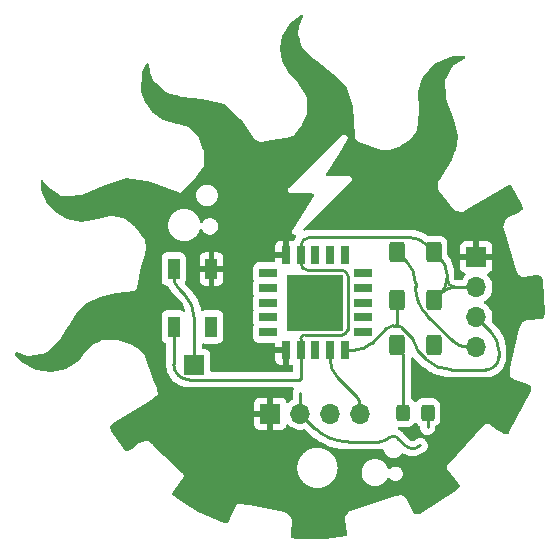
<source format=gbr>
%TF.GenerationSoftware,KiCad,Pcbnew,7.0.8*%
%TF.CreationDate,2024-03-19T09:57:53+01:00*%
%TF.ProjectId,CO2Y-brkout,434f3259-2d62-4726-9b6f-75742e6b6963,rev?*%
%TF.SameCoordinates,Original*%
%TF.FileFunction,Copper,L1,Top*%
%TF.FilePolarity,Positive*%
%FSLAX46Y46*%
G04 Gerber Fmt 4.6, Leading zero omitted, Abs format (unit mm)*
G04 Created by KiCad (PCBNEW 7.0.8) date 2024-03-19 09:57:53*
%MOMM*%
%LPD*%
G01*
G04 APERTURE LIST*
G04 Aperture macros list*
%AMRoundRect*
0 Rectangle with rounded corners*
0 $1 Rounding radius*
0 $2 $3 $4 $5 $6 $7 $8 $9 X,Y pos of 4 corners*
0 Add a 4 corners polygon primitive as box body*
4,1,4,$2,$3,$4,$5,$6,$7,$8,$9,$2,$3,0*
0 Add four circle primitives for the rounded corners*
1,1,$1+$1,$2,$3*
1,1,$1+$1,$4,$5*
1,1,$1+$1,$6,$7*
1,1,$1+$1,$8,$9*
0 Add four rect primitives between the rounded corners*
20,1,$1+$1,$2,$3,$4,$5,0*
20,1,$1+$1,$4,$5,$6,$7,0*
20,1,$1+$1,$6,$7,$8,$9,0*
20,1,$1+$1,$8,$9,$2,$3,0*%
G04 Aperture macros list end*
%TA.AperFunction,SMDPad,CuDef*%
%ADD10R,4.800000X4.800000*%
%TD*%
%TA.AperFunction,SMDPad,CuDef*%
%ADD11R,0.800000X1.500000*%
%TD*%
%TA.AperFunction,SMDPad,CuDef*%
%ADD12R,1.500000X0.800000*%
%TD*%
%TA.AperFunction,ComponentPad*%
%ADD13R,1.700000X1.700000*%
%TD*%
%TA.AperFunction,ComponentPad*%
%ADD14O,1.700000X1.700000*%
%TD*%
%TA.AperFunction,SMDPad,CuDef*%
%ADD15R,1.000000X1.800000*%
%TD*%
%TA.AperFunction,SMDPad,CuDef*%
%ADD16RoundRect,0.249999X-0.325001X-0.450001X0.325001X-0.450001X0.325001X0.450001X-0.325001X0.450001X0*%
%TD*%
%TA.AperFunction,SMDPad,CuDef*%
%ADD17RoundRect,0.250000X-0.400000X-0.625000X0.400000X-0.625000X0.400000X0.625000X-0.400000X0.625000X0*%
%TD*%
%TA.AperFunction,Conductor*%
%ADD18C,0.250000*%
%TD*%
G04 APERTURE END LIST*
D10*
%TO.P,U1,P$1*%
%TO.N,N/C*%
X143600000Y-77000000D03*
D11*
%TO.P,U1,20,VSS@2*%
%TO.N,GND*%
X141100000Y-73000000D03*
%TO.P,U1,19,VDDH*%
%TO.N,VCC*%
X142350000Y-73000000D03*
%TO.P,U1,18*%
%TO.N,N/C*%
X143600000Y-73000000D03*
%TO.P,U1,17*%
X144850000Y-73000000D03*
%TO.P,U1,16*%
X146100000Y-73000000D03*
D12*
%TO.P,U1,15*%
X147600000Y-74500000D03*
%TO.P,U1,14*%
X147600000Y-75750000D03*
%TO.P,U1,13*%
X147600000Y-77000000D03*
%TO.P,U1,12*%
X147600000Y-78250000D03*
%TO.P,U1,11*%
X147600000Y-79500000D03*
D11*
%TO.P,U1,10,SDA*%
%TO.N,SDA*%
X146100000Y-81000000D03*
%TO.P,U1,9,SCL*%
%TO.N,SCL*%
X144850000Y-81000000D03*
%TO.P,U1,8*%
%TO.N,N/C*%
X143600000Y-81000000D03*
%TO.P,U1,7,VDD*%
%TO.N,VCC*%
X142350000Y-81000000D03*
%TO.P,U1,6,VSS@1*%
%TO.N,GND*%
X141100000Y-81000000D03*
D12*
%TO.P,U1,5*%
%TO.N,N/C*%
X139600000Y-79500000D03*
%TO.P,U1,4*%
X139600000Y-78250000D03*
%TO.P,U1,3*%
X139600000Y-77000000D03*
%TO.P,U1,2*%
X139600000Y-75750000D03*
%TO.P,U1,1*%
X139600000Y-74500000D03*
%TD*%
D13*
%TO.P,J3,1,Pin_1*%
%TO.N,GND*%
X157226000Y-73152000D03*
D14*
%TO.P,J3,2,Pin_2*%
%TO.N,VCC*%
X157226000Y-75692000D03*
%TO.P,J3,3,Pin_3*%
%TO.N,SDA*%
X157226000Y-78232000D03*
%TO.P,J3,4,Pin_4*%
%TO.N,SCL*%
X157226000Y-80772000D03*
%TD*%
D15*
%TO.P,D2,1,VDD*%
%TO.N,VCC*%
X131600000Y-79050000D03*
%TO.P,D2,2,DOUT*%
%TO.N,unconnected-(D2-DOUT-Pad2)*%
X134800000Y-79050000D03*
%TO.P,D2,3,VSS*%
%TO.N,GND*%
X134800000Y-74150000D03*
%TO.P,D2,4,DIN*%
%TO.N,NEO_IN*%
X131600000Y-74150000D03*
%TD*%
D16*
%TO.P,D1,1,K*%
%TO.N,Net-(D1-K)*%
X151050000Y-86300000D03*
%TO.P,D1,2,A*%
%TO.N,VCC*%
X153100000Y-86300000D03*
%TD*%
D17*
%TO.P,R2,1*%
%TO.N,SCL*%
X150525000Y-72700000D03*
%TO.P,R2,2*%
%TO.N,VCC*%
X153625000Y-72700000D03*
%TD*%
D13*
%TO.P,J1,1,Pin_1*%
%TO.N,NEO_IN*%
X133350000Y-82296000D03*
%TD*%
D14*
%TO.P,J2,4,Pin_4*%
%TO.N,SCL*%
X147400000Y-86400000D03*
%TO.P,J2,3,Pin_3*%
%TO.N,SDA*%
X144860000Y-86400000D03*
%TO.P,J2,2,Pin_2*%
%TO.N,VCC*%
X142320000Y-86400000D03*
D13*
%TO.P,J2,1,Pin_1*%
%TO.N,GND*%
X139780000Y-86400000D03*
%TD*%
D17*
%TO.P,R1,1*%
%TO.N,Net-(D1-K)*%
X150525000Y-80600000D03*
%TO.P,R1,2*%
%TO.N,GND*%
X153625000Y-80600000D03*
%TD*%
%TO.P,R3,1*%
%TO.N,SDA*%
X150525000Y-76798400D03*
%TO.P,R3,2*%
%TO.N,VCC*%
X153625000Y-76798400D03*
%TD*%
D18*
%TO.N,SDA*%
X158813504Y-82359504D02*
G75*
G03*
X159131000Y-81592987I-766504J766504D01*
G01*
X159131011Y-81089500D02*
G75*
G03*
X158457480Y-79463480I-2299511J0D01*
G01*
X152074988Y-80595200D02*
G75*
G03*
X151855018Y-80064120I-751088J0D01*
G01*
X158046987Y-82676994D02*
G75*
G03*
X158813500Y-82359500I13J1083994D01*
G01*
X146947300Y-80999988D02*
G75*
G03*
X148393731Y-80400868I0J2045588D01*
G01*
X150418700Y-78946700D02*
G75*
G03*
X150525000Y-78840400I0J106300D01*
G01*
X150525000Y-78840400D02*
G75*
G03*
X150631300Y-78946700I106300J0D01*
G01*
X150812759Y-79021871D02*
G75*
G03*
X150631300Y-78946700I-181459J-181429D01*
G01*
X152960358Y-81791642D02*
G75*
G03*
X155097773Y-82677000I2137442J2137442D01*
G01*
X150186450Y-78946726D02*
G75*
G03*
X149608509Y-79186092I-50J-817274D01*
G01*
X152075012Y-80595200D02*
G75*
G03*
X152294981Y-81126279I751088J0D01*
G01*
X150631300Y-78946700D02*
X150418700Y-78946700D01*
%TO.N,SCL*%
X144850033Y-81836550D02*
G75*
G03*
X145441530Y-83264630I2019567J-50D01*
G01*
X147400018Y-85811550D02*
G75*
G03*
X146983902Y-84807004I-1420718J-50D01*
G01*
X155236003Y-80252207D02*
G75*
G03*
X156490900Y-80772000I1254897J1254907D01*
G01*
X152074991Y-75670600D02*
G75*
G03*
X153079515Y-78095715I3429609J0D01*
G01*
X152074993Y-75346015D02*
G75*
G03*
X151300000Y-73475000I-2645993J15D01*
G01*
%TO.N,NEO_IN*%
X131599965Y-74763450D02*
G75*
G03*
X132033774Y-75810674I1481035J50D01*
G01*
X133349984Y-78364336D02*
G75*
G03*
X132474999Y-76251901I-2987384J36D01*
G01*
%TO.N,Net-(D1-K)*%
X151049987Y-81496231D02*
G75*
G03*
X150787500Y-80862500I-896187J31D01*
G01*
%TO.N,VCC*%
X151194099Y-89089299D02*
G75*
G03*
X152464699Y-89089300I635300J635300D01*
G01*
X143112223Y-71476610D02*
G75*
G03*
X142573250Y-71699850I-23J-762190D01*
G01*
X142573243Y-71699843D02*
G75*
G03*
X142350000Y-72238823I538957J-538957D01*
G01*
X150535403Y-88430606D02*
G75*
G03*
X149850616Y-88430606I-342393J-342394D01*
G01*
X142449056Y-79824056D02*
G75*
G03*
X142350000Y-80063177I239144J-239144D01*
G01*
X142298786Y-83521594D02*
G75*
G03*
X142335000Y-83506600I14J51194D01*
G01*
X142320000Y-83542813D02*
G75*
G03*
X142298786Y-83521600I-21200J13D01*
G01*
X142334996Y-83506596D02*
G75*
G03*
X142320000Y-83542813I36204J-36204D01*
G01*
X146325000Y-74719998D02*
G75*
G03*
X146194663Y-74405337I-445000J-2D01*
G01*
X131980995Y-83140605D02*
G75*
G03*
X132900815Y-83521600I919805J919805D01*
G01*
X142350000Y-73637500D02*
G75*
G03*
X142987500Y-74275000I637500J0D01*
G01*
X145880001Y-79725000D02*
G75*
G03*
X146194663Y-79594663I-1J445000D01*
G01*
X142688177Y-79724991D02*
G75*
G03*
X142449050Y-79824050I23J-338209D01*
G01*
X143506510Y-87586490D02*
G75*
G03*
X146370964Y-88773000I2864490J2864490D01*
G01*
X131600007Y-82220784D02*
G75*
G03*
X131981000Y-83140600I1300793J-16D01*
G01*
X149024005Y-88773004D02*
G75*
G03*
X149850616Y-88430606I-5J1169004D01*
G01*
X153013293Y-72088307D02*
G75*
G03*
X151536525Y-71476600I-1476793J-1476793D01*
G01*
X154225406Y-76197947D02*
G75*
G03*
X154731400Y-74976450I-1221506J1221547D01*
G01*
X155446950Y-75692038D02*
G75*
G03*
X154225429Y-76197970I-50J-1727462D01*
G01*
X154731400Y-74976450D02*
G75*
G03*
X155446950Y-75692000I715500J-50D01*
G01*
X142335004Y-83506604D02*
G75*
G03*
X142350000Y-83470386I-36204J36204D01*
G01*
X154731382Y-74588742D02*
G75*
G03*
X154178200Y-73253200I-1888682J42D01*
G01*
X146194663Y-79594663D02*
G75*
G03*
X146325000Y-79280001I-314663J314663D01*
G01*
X146194663Y-74405337D02*
G75*
G03*
X145880001Y-74275000I-314663J-314663D01*
G01*
X156694250Y-75692000D02*
X155630750Y-75692000D01*
X142320000Y-84634650D02*
X142320000Y-85811550D01*
X154731400Y-74976450D02*
X154731400Y-74588742D01*
X154178200Y-73253200D02*
X153625000Y-72700000D01*
X142350000Y-72238823D02*
X142350000Y-73000000D01*
X143112223Y-71476600D02*
X151536525Y-71476600D01*
X153013300Y-72088300D02*
X153625000Y-72700000D01*
%TO.N,SDA*%
X152960350Y-81791650D02*
X152294980Y-81126280D01*
X158046987Y-82677000D02*
X155097773Y-82677000D01*
X151855019Y-80064119D02*
X150812765Y-79021865D01*
X159131000Y-81592987D02*
X159131000Y-81089500D01*
X158457480Y-79463480D02*
X157226000Y-78232000D01*
%TO.N,VCC*%
X153100000Y-87555549D02*
X153100000Y-86300000D01*
X143506500Y-87586500D02*
X142320000Y-86400000D01*
X151194098Y-89089300D02*
X150535403Y-88430606D01*
X146370964Y-88773000D02*
X149024005Y-88773000D01*
X142350000Y-73637500D02*
X142350000Y-73000000D01*
X145880001Y-79725000D02*
X142688177Y-79725000D01*
X142350000Y-81000000D02*
X142350000Y-80063177D01*
X146325000Y-74719998D02*
X146325000Y-79280001D01*
X142987500Y-74275000D02*
X145880001Y-74275000D01*
%TO.N,SDA*%
X150525000Y-78840400D02*
X150525000Y-76798400D01*
X150418700Y-78946700D02*
X150186450Y-78946700D01*
X148393731Y-80400868D02*
X149608508Y-79186091D01*
X146947300Y-81000000D02*
X146100000Y-81000000D01*
%TO.N,SCL*%
X151300000Y-73475000D02*
X150525000Y-72700000D01*
X152075000Y-75670600D02*
X152075000Y-75346015D01*
X155236005Y-80252205D02*
X153079515Y-78095715D01*
X156490900Y-80772000D02*
X157226000Y-80772000D01*
X145441530Y-83264630D02*
X146983903Y-84807003D01*
X144850000Y-81836550D02*
X144850000Y-81000000D01*
X147400000Y-85811550D02*
X147400000Y-86400000D01*
%TO.N,NEO_IN*%
X132033774Y-75810674D02*
X132475000Y-76251900D01*
X133350000Y-78364336D02*
X133350000Y-82296000D01*
X131600000Y-74763450D02*
X131600000Y-74150000D01*
%TO.N,Net-(D1-K)*%
X151050000Y-81496231D02*
X151050000Y-86300000D01*
X150787500Y-80862500D02*
X150525000Y-80600000D01*
%TO.N,VCC*%
X156694250Y-75692000D02*
X157226000Y-75692000D01*
X142320000Y-85811550D02*
X142320000Y-86400000D01*
X142350000Y-81000000D02*
X142350000Y-83470386D01*
X131600000Y-82220784D02*
X131600000Y-79050000D01*
X142298786Y-83521600D02*
X132900815Y-83521600D01*
X155630750Y-75692000D02*
X155446950Y-75692000D01*
X154225429Y-76197970D02*
X153625000Y-76798400D01*
%TD*%
%TA.AperFunction,Conductor*%
%TO.N,GND*%
G36*
X142523876Y-52637636D02*
G01*
X142574075Y-52686235D01*
X142590031Y-52754258D01*
X142577256Y-52802617D01*
X142297111Y-53366132D01*
X142280797Y-53390955D01*
X142277804Y-53394496D01*
X142277803Y-53394499D01*
X142271350Y-53414721D01*
X142268019Y-53422944D01*
X142268173Y-53423003D01*
X142266011Y-53428691D01*
X142260987Y-53447204D01*
X142255157Y-53465475D01*
X142253886Y-53471421D01*
X142253725Y-53471386D01*
X142252059Y-53480099D01*
X142246500Y-53500585D01*
X142246500Y-53500590D01*
X142247090Y-53505187D01*
X142247315Y-53534895D01*
X142161975Y-54290228D01*
X142158183Y-54309681D01*
X142152853Y-54328751D01*
X142158281Y-54373711D01*
X142162072Y-54418825D01*
X142162072Y-54418826D01*
X142162073Y-54418828D01*
X142162771Y-54420180D01*
X142171152Y-54436416D01*
X142178807Y-54454700D01*
X142414727Y-55175083D01*
X142420252Y-55201163D01*
X142421193Y-55210442D01*
X142421193Y-55210443D01*
X142431674Y-55229918D01*
X142433822Y-55234319D01*
X142435012Y-55237021D01*
X142445946Y-55256438D01*
X142456495Y-55276042D01*
X142458135Y-55278480D01*
X142460705Y-55282649D01*
X142471565Y-55301935D01*
X142478900Y-55307690D01*
X142497982Y-55326303D01*
X143052177Y-55997694D01*
X143062219Y-56012146D01*
X143063028Y-56013067D01*
X143063029Y-56013068D01*
X143093380Y-56047610D01*
X143106616Y-56063645D01*
X143109377Y-56066390D01*
X143112201Y-56069030D01*
X143128720Y-56081680D01*
X143165285Y-56111516D01*
X143180099Y-56121026D01*
X143707324Y-56524779D01*
X145118443Y-57605424D01*
X145124754Y-57610973D01*
X146278839Y-58773462D01*
X146309663Y-58825370D01*
X146760410Y-60336009D01*
X146765301Y-60363047D01*
X146939126Y-62918085D01*
X146938874Y-62937847D01*
X146943552Y-62983141D01*
X146944930Y-63003390D01*
X146945937Y-63009392D01*
X146945601Y-63009448D01*
X146947112Y-63017618D01*
X146949121Y-63037063D01*
X146949122Y-63037068D01*
X146952126Y-63042624D01*
X146962737Y-63069195D01*
X146964388Y-63075296D01*
X146964389Y-63075298D01*
X146976330Y-63090780D01*
X146980856Y-63097747D01*
X146981144Y-63097553D01*
X146984553Y-63102604D01*
X146997480Y-63118203D01*
X147025305Y-63154280D01*
X147039108Y-63168440D01*
X147153489Y-63306475D01*
X147155350Y-63308837D01*
X147174378Y-63334285D01*
X147180542Y-63342529D01*
X147180544Y-63342531D01*
X147199770Y-63353952D01*
X147214632Y-63364324D01*
X147231994Y-63378436D01*
X147272294Y-63390452D01*
X147275214Y-63391403D01*
X148200162Y-63718284D01*
X149197004Y-64070573D01*
X149224573Y-64084382D01*
X149226984Y-64085993D01*
X149226986Y-64085994D01*
X149249487Y-64090469D01*
X149258686Y-64092996D01*
X149264516Y-64094432D01*
X149264521Y-64094434D01*
X149280745Y-64096775D01*
X149283966Y-64097328D01*
X149289477Y-64098424D01*
X149300052Y-64100528D01*
X149300053Y-64100528D01*
X149306000Y-64101114D01*
X149315550Y-64101799D01*
X149338254Y-64105077D01*
X149340334Y-64104547D01*
X149341063Y-64104362D01*
X149371659Y-64100528D01*
X149696806Y-64100528D01*
X149729161Y-64104823D01*
X149729266Y-64104852D01*
X149758717Y-64101040D01*
X149766673Y-64100528D01*
X149771199Y-64100528D01*
X149771202Y-64100528D01*
X149785062Y-64097770D01*
X149789129Y-64097103D01*
X149803148Y-64095290D01*
X149807449Y-64093840D01*
X149815127Y-64091790D01*
X149844268Y-64085994D01*
X149844354Y-64085936D01*
X149873646Y-64071529D01*
X150574807Y-63835226D01*
X150591557Y-63831093D01*
X150592880Y-63830601D01*
X150592882Y-63830602D01*
X150636072Y-63814579D01*
X150655854Y-63807913D01*
X150655867Y-63807905D01*
X150659288Y-63806364D01*
X150659326Y-63806346D01*
X150659373Y-63806324D01*
X150662719Y-63804694D01*
X150662729Y-63804691D01*
X150680527Y-63793739D01*
X150720451Y-63770806D01*
X150720451Y-63770805D01*
X150721683Y-63770098D01*
X150735573Y-63759868D01*
X151471545Y-63307025D01*
X151499713Y-63294228D01*
X151502326Y-63293416D01*
X151520073Y-63278643D01*
X151528294Y-63272739D01*
X151532654Y-63269427D01*
X151532655Y-63269425D01*
X151532658Y-63269424D01*
X151544588Y-63258353D01*
X151547090Y-63256156D01*
X151548869Y-63254674D01*
X151559584Y-63245758D01*
X151559585Y-63245756D01*
X151559587Y-63245755D01*
X151563430Y-63241858D01*
X151570336Y-63234467D01*
X151587271Y-63218756D01*
X151588415Y-63216261D01*
X151604720Y-63189974D01*
X152113772Y-62560860D01*
X152143270Y-62527341D01*
X152149972Y-62507705D01*
X152157564Y-62490070D01*
X152157996Y-62489246D01*
X152167218Y-62471705D01*
X152171287Y-62427228D01*
X152396856Y-60736266D01*
X152397907Y-60731724D01*
X152405140Y-60674174D01*
X152408269Y-60650719D01*
X152408268Y-60650713D01*
X152408277Y-60650651D01*
X152408303Y-60649717D01*
X152408332Y-60648865D01*
X152406635Y-60625122D01*
X152403524Y-60576373D01*
X152403523Y-60576371D01*
X152402948Y-60567362D01*
X152402178Y-60562756D01*
X152307586Y-59239002D01*
X152311653Y-59197499D01*
X152654159Y-57943666D01*
X152680769Y-57894336D01*
X153729092Y-56705577D01*
X153780049Y-56670940D01*
X154980037Y-56238469D01*
X155305934Y-56121017D01*
X155347976Y-56113672D01*
X156156952Y-56113672D01*
X156223991Y-56133357D01*
X156269746Y-56186161D01*
X156279690Y-56255319D01*
X156250665Y-56318875D01*
X156221882Y-56343312D01*
X155537961Y-56763670D01*
X155292974Y-56914246D01*
X155289391Y-56916287D01*
X155254483Y-56934665D01*
X155254482Y-56934666D01*
X155235616Y-56957360D01*
X155230081Y-56963202D01*
X155208435Y-56983265D01*
X155191976Y-57019092D01*
X155190130Y-57022780D01*
X154629170Y-58056555D01*
X154627638Y-58059218D01*
X154605752Y-58095179D01*
X154605751Y-58095181D01*
X154602329Y-58117218D01*
X154598232Y-58134920D01*
X154591624Y-58156221D01*
X154595485Y-58198137D01*
X154595691Y-58201201D01*
X154653245Y-59561141D01*
X154651292Y-59579260D01*
X154651715Y-59579286D01*
X154650973Y-59591473D01*
X154655736Y-59626382D01*
X154656250Y-59632143D01*
X154656676Y-59642217D01*
X154656677Y-59642224D01*
X154658700Y-59650541D01*
X154659887Y-59656809D01*
X154661044Y-59665286D01*
X154664329Y-59674817D01*
X154665955Y-59680364D01*
X154674287Y-59714609D01*
X154679435Y-59725686D01*
X154679050Y-59725864D01*
X154687491Y-59742012D01*
X155304668Y-61532483D01*
X155306251Y-61537851D01*
X155633020Y-62864285D01*
X155633150Y-62864812D01*
X155635587Y-62911415D01*
X155463295Y-64160612D01*
X155454024Y-64193456D01*
X155154154Y-64877480D01*
X155145954Y-64893070D01*
X154039858Y-66675774D01*
X154029060Y-66690603D01*
X154025764Y-66694488D01*
X154005215Y-66731471D01*
X154003705Y-66734040D01*
X153994665Y-66748612D01*
X153991979Y-66754074D01*
X153991904Y-66754037D01*
X153988062Y-66762345D01*
X153977361Y-66781604D01*
X153977360Y-66781606D01*
X153976924Y-66785401D01*
X153969837Y-66814779D01*
X153968494Y-66818358D01*
X153969237Y-66840385D01*
X153968867Y-66849530D01*
X153968952Y-66849532D01*
X153968852Y-66855611D01*
X153970256Y-66872716D01*
X153970428Y-66875696D01*
X153971854Y-66917964D01*
X153973012Y-66922908D01*
X153975863Y-66941038D01*
X154011050Y-67369741D01*
X154010972Y-67379176D01*
X154011554Y-67385115D01*
X154011554Y-67385116D01*
X154011764Y-67387255D01*
X154016224Y-67432777D01*
X154018077Y-67455362D01*
X154018398Y-67457123D01*
X154019105Y-67462178D01*
X154021272Y-67484296D01*
X154025961Y-67493077D01*
X154035806Y-67517421D01*
X154038539Y-67526990D01*
X154038540Y-67526992D01*
X154052350Y-67544391D01*
X154055355Y-67548514D01*
X154056352Y-67550008D01*
X154064736Y-67560234D01*
X154070733Y-67567549D01*
X154100377Y-67604895D01*
X154104218Y-67609733D01*
X154110826Y-67616453D01*
X155360474Y-69140714D01*
X155376823Y-69166626D01*
X155378184Y-69169525D01*
X155394920Y-69184780D01*
X155401365Y-69191573D01*
X155401384Y-69191555D01*
X155405684Y-69195859D01*
X155405685Y-69195860D01*
X155405687Y-69195862D01*
X155409069Y-69198640D01*
X155418545Y-69206425D01*
X155420952Y-69208508D01*
X155451833Y-69236658D01*
X155451835Y-69236658D01*
X155457345Y-69239983D01*
X155457452Y-69240059D01*
X155457576Y-69240114D01*
X155463248Y-69243149D01*
X155463250Y-69243151D01*
X155503247Y-69255306D01*
X155506256Y-69256305D01*
X155521904Y-69261955D01*
X155521908Y-69261955D01*
X155527810Y-69263452D01*
X155527803Y-69263477D01*
X155536934Y-69265543D01*
X155558600Y-69272128D01*
X155561435Y-69271850D01*
X155561774Y-69271817D01*
X155592412Y-69272618D01*
X155929457Y-69323596D01*
X155947585Y-69329090D01*
X155947589Y-69329076D01*
X155959440Y-69332002D01*
X155959444Y-69332004D01*
X155992920Y-69333535D01*
X155999344Y-69334166D01*
X156007611Y-69335417D01*
X156017885Y-69334940D01*
X156023574Y-69334939D01*
X156058996Y-69336561D01*
X156058996Y-69336560D01*
X156058997Y-69336561D01*
X156070615Y-69334797D01*
X156082025Y-69331973D01*
X156082029Y-69331973D01*
X156114131Y-69316900D01*
X156119377Y-69314727D01*
X156129054Y-69311229D01*
X156136207Y-69306908D01*
X156141894Y-69303866D01*
X156172238Y-69289622D01*
X156172242Y-69289617D01*
X156182068Y-69282374D01*
X156182077Y-69282386D01*
X156196714Y-69270366D01*
X159800124Y-67094183D01*
X159823212Y-67083309D01*
X160014185Y-67016403D01*
X160083962Y-67012816D01*
X160144602Y-67047522D01*
X160144915Y-67047848D01*
X160263503Y-67172254D01*
X160282931Y-67199033D01*
X160585743Y-67761547D01*
X161112366Y-68739819D01*
X161113672Y-68742244D01*
X161126108Y-68776849D01*
X161170993Y-69002700D01*
X161164754Y-69072291D01*
X161129466Y-69121533D01*
X160942711Y-69279548D01*
X160915651Y-69296972D01*
X159969797Y-69744510D01*
X159951740Y-69750045D01*
X159951756Y-69750087D01*
X159940275Y-69754266D01*
X159911516Y-69771719D01*
X159905870Y-69774758D01*
X159898211Y-69778382D01*
X159898201Y-69778388D01*
X159890041Y-69784442D01*
X159885275Y-69787646D01*
X159877237Y-69792524D01*
X159855086Y-69805968D01*
X159846331Y-69813991D01*
X159838375Y-69822772D01*
X159820223Y-69853066D01*
X159817044Y-69857854D01*
X159811037Y-69866048D01*
X159811036Y-69866050D01*
X159807451Y-69873736D01*
X159804446Y-69879397D01*
X159787155Y-69908256D01*
X159783043Y-69919755D01*
X159783000Y-69919739D01*
X159777567Y-69937832D01*
X159556830Y-70411262D01*
X159540470Y-70437318D01*
X159538571Y-70439641D01*
X159538569Y-70439645D01*
X159531981Y-70461529D01*
X159528627Y-70470326D01*
X159528633Y-70470328D01*
X159526614Y-70476071D01*
X159522699Y-70492066D01*
X159521846Y-70495196D01*
X159509845Y-70535065D01*
X159509201Y-70541750D01*
X159508910Y-70548433D01*
X159511629Y-70566091D01*
X159515249Y-70589608D01*
X159515654Y-70592796D01*
X159515852Y-70594760D01*
X159517304Y-70609189D01*
X159518504Y-70615151D01*
X159518496Y-70615152D01*
X159520595Y-70624335D01*
X159524074Y-70646929D01*
X159525631Y-70649494D01*
X159538207Y-70677578D01*
X159570172Y-70782153D01*
X160693248Y-74456417D01*
X160698526Y-74486819D01*
X160698660Y-74489670D01*
X160698662Y-74489677D01*
X160708447Y-74510476D01*
X160711958Y-74519575D01*
X160714190Y-74524932D01*
X160721930Y-74539339D01*
X160723414Y-74542287D01*
X160741086Y-74579849D01*
X160745135Y-74585331D01*
X160749446Y-74590561D01*
X160749451Y-74590565D01*
X160749453Y-74590568D01*
X160781623Y-74616856D01*
X160784071Y-74618968D01*
X160796184Y-74629992D01*
X160796185Y-74629993D01*
X160796189Y-74629996D01*
X160800859Y-74633475D01*
X160808815Y-74639076D01*
X160826621Y-74653627D01*
X160828965Y-74654332D01*
X160829345Y-74654447D01*
X160857572Y-74666957D01*
X161022428Y-74766225D01*
X161035584Y-74777297D01*
X161036229Y-74776469D01*
X161045866Y-74783962D01*
X161045869Y-74783965D01*
X161079614Y-74800875D01*
X161083803Y-74803182D01*
X161094561Y-74809661D01*
X161094564Y-74809662D01*
X161094567Y-74809664D01*
X161100266Y-74811716D01*
X161107047Y-74814623D01*
X161134963Y-74828613D01*
X161134966Y-74828613D01*
X161138872Y-74829687D01*
X161160657Y-74834301D01*
X161164654Y-74834902D01*
X161164659Y-74834904D01*
X161190143Y-74833704D01*
X161195844Y-74833436D01*
X161203213Y-74833526D01*
X161209268Y-74833963D01*
X161221738Y-74832402D01*
X161226502Y-74831992D01*
X161252434Y-74830772D01*
X161264207Y-74830218D01*
X161276058Y-74827275D01*
X161276311Y-74828296D01*
X161292819Y-74823508D01*
X162299515Y-74697544D01*
X162331924Y-74697758D01*
X162670925Y-74744734D01*
X162734626Y-74773432D01*
X162768872Y-74821104D01*
X162881866Y-75100745D01*
X162890787Y-75141983D01*
X163006828Y-77897615D01*
X163004821Y-77925645D01*
X162945569Y-78242206D01*
X162913887Y-78304480D01*
X162853566Y-78339739D01*
X162849578Y-78340660D01*
X162517220Y-78411623D01*
X162494628Y-78414312D01*
X161751596Y-78434093D01*
X161721963Y-78430862D01*
X161719458Y-78430743D01*
X161719457Y-78430743D01*
X161719456Y-78430743D01*
X161689089Y-78435294D01*
X161681549Y-78435958D01*
X161675986Y-78436106D01*
X161675981Y-78436107D01*
X161663224Y-78438999D01*
X161658712Y-78439848D01*
X161645788Y-78441786D01*
X161645773Y-78441789D01*
X161640550Y-78443667D01*
X161633289Y-78445786D01*
X161603333Y-78452580D01*
X161601047Y-78453598D01*
X161574606Y-78467376D01*
X161257691Y-78581317D01*
X161229849Y-78587824D01*
X161223528Y-78588547D01*
X161206463Y-78598020D01*
X161198919Y-78601452D01*
X161199066Y-78601761D01*
X161193562Y-78604374D01*
X161176153Y-78614846D01*
X161136265Y-78636988D01*
X161135413Y-78637599D01*
X161133019Y-78639776D01*
X161130538Y-78641878D01*
X161129816Y-78642650D01*
X161102693Y-78679337D01*
X161090057Y-78695243D01*
X161086753Y-78700362D01*
X161086460Y-78700173D01*
X161082089Y-78707205D01*
X161070486Y-78722901D01*
X161070485Y-78722903D01*
X161068947Y-78729083D01*
X161058890Y-78755844D01*
X160908313Y-79048639D01*
X160903974Y-79055833D01*
X160895499Y-79067947D01*
X160879272Y-79104857D01*
X160877654Y-79108255D01*
X160870718Y-79121743D01*
X160870711Y-79121759D01*
X160869758Y-79125090D01*
X160866915Y-79132968D01*
X160865522Y-79136136D01*
X160865518Y-79136151D01*
X160862243Y-79150944D01*
X160861318Y-79154594D01*
X160850225Y-79193370D01*
X160849010Y-79208104D01*
X160847753Y-79216413D01*
X160280733Y-81778340D01*
X160077472Y-82611891D01*
X160074109Y-82621757D01*
X160070547Y-82637566D01*
X160063426Y-82669168D01*
X160062458Y-82673462D01*
X160057137Y-82695283D01*
X160056823Y-82697496D01*
X160056556Y-82699653D01*
X160055988Y-82722104D01*
X160053718Y-82775066D01*
X160054385Y-82785468D01*
X160048080Y-83034814D01*
X160046324Y-83052710D01*
X160045252Y-83058938D01*
X160046332Y-83100760D01*
X160046332Y-83103923D01*
X160045912Y-83120609D01*
X160046356Y-83126687D01*
X160046325Y-83126689D01*
X160047243Y-83135980D01*
X160047827Y-83158563D01*
X160049148Y-83161533D01*
X160058040Y-83190817D01*
X160058593Y-83194017D01*
X160058595Y-83194024D01*
X160070663Y-83213113D01*
X160079146Y-83228972D01*
X160088329Y-83249615D01*
X160090683Y-83251850D01*
X160110113Y-83275512D01*
X160111846Y-83278254D01*
X160111847Y-83278254D01*
X160111848Y-83278256D01*
X160130310Y-83291278D01*
X160137528Y-83297199D01*
X160137547Y-83297175D01*
X160142352Y-83300915D01*
X160156464Y-83309825D01*
X160159091Y-83311580D01*
X160193283Y-83335698D01*
X160199048Y-83338258D01*
X160214916Y-83346733D01*
X160429799Y-83482414D01*
X160439175Y-83489561D01*
X160483601Y-83516386D01*
X160492566Y-83522046D01*
X160502310Y-83528199D01*
X160502326Y-83528205D01*
X160504652Y-83529372D01*
X160506824Y-83530408D01*
X160506829Y-83530411D01*
X160527696Y-83537953D01*
X160571850Y-83554920D01*
X160571850Y-83554919D01*
X160576095Y-83556551D01*
X160587481Y-83559563D01*
X161605051Y-83927378D01*
X161642491Y-83948911D01*
X161812478Y-84091220D01*
X161851244Y-84149347D01*
X161856192Y-84199326D01*
X161834463Y-84404996D01*
X161821754Y-84448026D01*
X160032559Y-87978179D01*
X160003961Y-88015131D01*
X159882354Y-88122351D01*
X159819050Y-88151922D01*
X159768481Y-88149177D01*
X159573464Y-88097319D01*
X159547197Y-88090334D01*
X159511501Y-88074476D01*
X159511193Y-88074276D01*
X159002285Y-87743596D01*
X158324680Y-87303300D01*
X158311010Y-87292705D01*
X158270461Y-87268069D01*
X158252958Y-87256696D01*
X158246555Y-87253378D01*
X158242902Y-87251325D01*
X158227192Y-87241780D01*
X158224646Y-87240233D01*
X158217507Y-87239130D01*
X158190475Y-87231749D01*
X158183769Y-87229072D01*
X158183766Y-87229072D01*
X158183763Y-87229071D01*
X158165117Y-87229310D01*
X158144604Y-87227867D01*
X158126161Y-87225018D01*
X158126158Y-87225018D01*
X158119140Y-87226731D01*
X158091339Y-87230256D01*
X158084123Y-87230348D01*
X158084120Y-87230349D01*
X158066974Y-87237710D01*
X158047471Y-87244227D01*
X158029345Y-87248652D01*
X158023522Y-87252917D01*
X157999179Y-87266817D01*
X157992550Y-87269662D01*
X157992549Y-87269663D01*
X157977647Y-87284951D01*
X157974615Y-87287858D01*
X157969239Y-87292672D01*
X157955121Y-87308064D01*
X157922020Y-87342025D01*
X157911433Y-87355685D01*
X154812771Y-90733492D01*
X154806562Y-90739386D01*
X154795995Y-90748114D01*
X154770265Y-90779671D01*
X154767905Y-90782401D01*
X154757379Y-90793875D01*
X154757373Y-90793884D01*
X154755783Y-90796500D01*
X154750851Y-90803480D01*
X154733021Y-90825348D01*
X154733020Y-90825349D01*
X154732475Y-90827169D01*
X154719683Y-90855917D01*
X154718698Y-90857538D01*
X154718696Y-90857543D01*
X154714388Y-90885423D01*
X154712501Y-90893772D01*
X154704395Y-90920804D01*
X154704395Y-90920808D01*
X154704587Y-90922696D01*
X154703770Y-90954153D01*
X154703480Y-90956025D01*
X154703481Y-90956031D01*
X154710171Y-90983439D01*
X154711623Y-90991875D01*
X154712275Y-90998279D01*
X154714310Y-91018291D01*
X154714479Y-91019947D01*
X154714481Y-91019955D01*
X154715378Y-91021620D01*
X154726663Y-91050998D01*
X154727113Y-91052840D01*
X154727112Y-91052840D01*
X154727113Y-91052842D01*
X154727114Y-91052843D01*
X154741237Y-91072128D01*
X154743784Y-91075605D01*
X154748350Y-91082838D01*
X154749805Y-91085538D01*
X154752179Y-91088412D01*
X154759714Y-91097535D01*
X154761932Y-91100386D01*
X154780956Y-91126360D01*
X154785996Y-91133242D01*
X154786000Y-91133244D01*
X154796088Y-91142498D01*
X154801981Y-91148704D01*
X155417448Y-91893814D01*
X155694849Y-92229647D01*
X155713421Y-92260243D01*
X155814252Y-92498235D01*
X155822280Y-92567642D01*
X155792658Y-92629099D01*
X155612498Y-92831297D01*
X155586201Y-92853603D01*
X152420977Y-94855607D01*
X152384211Y-94871245D01*
X152160790Y-94926005D01*
X152090992Y-94922845D01*
X152043912Y-94893572D01*
X151881215Y-94732062D01*
X151857067Y-94698299D01*
X151853691Y-94691359D01*
X151526353Y-94018394D01*
X151426153Y-93812397D01*
X151419214Y-93790838D01*
X151416035Y-93782553D01*
X151416035Y-93782551D01*
X151398631Y-93754957D01*
X151395319Y-93749007D01*
X151392050Y-93742286D01*
X151385294Y-93733382D01*
X151382247Y-93728983D01*
X151376292Y-93719540D01*
X151371149Y-93714120D01*
X151366733Y-93708919D01*
X151347021Y-93682939D01*
X151340386Y-93677056D01*
X151322635Y-93662981D01*
X151076376Y-93403401D01*
X151074038Y-93400792D01*
X151047548Y-93369505D01*
X151022713Y-93356716D01*
X151015299Y-93352217D01*
X150992485Y-93336088D01*
X150992481Y-93336086D01*
X150990310Y-93335595D01*
X150960930Y-93324900D01*
X150958951Y-93323881D01*
X150950467Y-93323176D01*
X150931109Y-93321568D01*
X150922541Y-93320249D01*
X150918237Y-93319274D01*
X150895288Y-93314078D01*
X150895286Y-93314078D01*
X150895285Y-93314078D01*
X150895283Y-93314077D01*
X150854882Y-93321014D01*
X150851414Y-93321509D01*
X150502511Y-93361281D01*
X150499166Y-93361341D01*
X150440502Y-93368349D01*
X150416635Y-93371070D01*
X150416053Y-93371199D01*
X150415394Y-93371340D01*
X150392590Y-93378777D01*
X150336298Y-93396800D01*
X150333226Y-93398138D01*
X146578481Y-94622707D01*
X146560457Y-94627124D01*
X146556111Y-94627849D01*
X146516297Y-94642917D01*
X146513579Y-94643874D01*
X146497043Y-94649268D01*
X146491465Y-94651715D01*
X146491418Y-94651609D01*
X146483229Y-94655432D01*
X146462907Y-94663123D01*
X146459896Y-94665954D01*
X146435692Y-94683714D01*
X146432085Y-94685739D01*
X146432081Y-94685743D01*
X146418647Y-94702822D01*
X146412537Y-94709495D01*
X146412625Y-94709572D01*
X146408620Y-94714153D01*
X146398525Y-94728296D01*
X146396797Y-94730601D01*
X146370473Y-94764070D01*
X146368475Y-94768002D01*
X146358853Y-94783871D01*
X146178021Y-95037186D01*
X146159252Y-95058021D01*
X146153860Y-95062790D01*
X146153855Y-95062796D01*
X146144498Y-95081971D01*
X146142534Y-95085673D01*
X146138921Y-95091959D01*
X146130337Y-95110993D01*
X146109924Y-95152829D01*
X146109172Y-95156082D01*
X146108313Y-95159344D01*
X146108296Y-95159877D01*
X146108296Y-95159879D01*
X146106873Y-95205873D01*
X146105594Y-95226723D01*
X146105861Y-95233954D01*
X146105874Y-95238151D01*
X146105214Y-95259487D01*
X146107763Y-95266221D01*
X146114659Y-95293407D01*
X146293190Y-96606938D01*
X146282714Y-96676018D01*
X146236553Y-96728467D01*
X146190070Y-96746055D01*
X144397200Y-97035303D01*
X144376711Y-97036884D01*
X141993037Y-97022686D01*
X141956992Y-97017107D01*
X141650559Y-96921921D01*
X141592377Y-96883235D01*
X141564878Y-96822951D01*
X141513215Y-96497611D01*
X141512415Y-96464714D01*
X141615552Y-95520060D01*
X141621344Y-95493829D01*
X141624234Y-95485276D01*
X141622757Y-95463256D01*
X141622622Y-95458453D01*
X141622658Y-95454980D01*
X141622660Y-95454970D01*
X141620730Y-95433001D01*
X141617570Y-95385844D01*
X141617569Y-95385843D01*
X141617553Y-95385594D01*
X141616886Y-95383308D01*
X141616260Y-95380987D01*
X141616142Y-95380761D01*
X141616142Y-95380758D01*
X141594328Y-95338887D01*
X141584523Y-95319077D01*
X141584517Y-95319069D01*
X141582675Y-95316118D01*
X141580293Y-95311949D01*
X141570098Y-95292378D01*
X141563181Y-95286578D01*
X141544588Y-95267191D01*
X141261733Y-94899683D01*
X141247258Y-94874406D01*
X141245554Y-94871808D01*
X141240264Y-94866427D01*
X141223877Y-94849757D01*
X141218963Y-94844115D01*
X141215448Y-94839547D01*
X141205751Y-94831068D01*
X141202368Y-94827878D01*
X141175692Y-94800742D01*
X141175689Y-94800740D01*
X141167719Y-94795316D01*
X141159369Y-94790511D01*
X141123345Y-94778341D01*
X141118976Y-94776678D01*
X141107114Y-94771646D01*
X141107110Y-94771645D01*
X141101473Y-94770473D01*
X141094242Y-94768508D01*
X141064951Y-94758613D01*
X141061902Y-94758216D01*
X141032810Y-94756204D01*
X138025731Y-94131300D01*
X138019544Y-94129678D01*
X138011416Y-94127092D01*
X138011410Y-94127090D01*
X138001351Y-94125961D01*
X137995653Y-94125051D01*
X137985757Y-94122994D01*
X137985749Y-94122993D01*
X137979614Y-94122941D01*
X137977224Y-94122920D01*
X137970843Y-94122536D01*
X137165659Y-94032142D01*
X137146766Y-94028519D01*
X137126816Y-94023060D01*
X137126815Y-94023060D01*
X137083571Y-94028519D01*
X137082486Y-94028656D01*
X137037953Y-94032430D01*
X137035834Y-94033042D01*
X137034796Y-94033256D01*
X137032904Y-94033887D01*
X137031010Y-94034433D01*
X137030052Y-94034838D01*
X137027950Y-94035539D01*
X137027944Y-94035541D01*
X137027944Y-94035542D01*
X136989128Y-94057679D01*
X136970592Y-94067264D01*
X136949430Y-94078207D01*
X136947699Y-94079589D01*
X136946831Y-94080177D01*
X136945355Y-94081458D01*
X136943794Y-94082704D01*
X136943040Y-94083469D01*
X136941376Y-94084912D01*
X136913990Y-94120213D01*
X136885169Y-94154371D01*
X136878891Y-94174093D01*
X136871654Y-94191910D01*
X136500987Y-94933603D01*
X136497042Y-94940386D01*
X136494335Y-94944428D01*
X136494331Y-94944435D01*
X136489050Y-94957148D01*
X136487257Y-94961074D01*
X136481104Y-94973387D01*
X136481102Y-94973394D01*
X136479816Y-94978092D01*
X136477272Y-94985507D01*
X136433059Y-95091959D01*
X136254830Y-95521069D01*
X136230801Y-95558289D01*
X136138361Y-95656947D01*
X136078160Y-95692409D01*
X136042113Y-95696030D01*
X135909815Y-95689876D01*
X135864971Y-95679213D01*
X133663239Y-94694950D01*
X133647765Y-94686673D01*
X132212159Y-93782551D01*
X131611916Y-93404527D01*
X131579402Y-93374802D01*
X131505670Y-93278129D01*
X131480667Y-93212888D01*
X131486514Y-93164070D01*
X131527877Y-93038750D01*
X131545197Y-93004889D01*
X132381201Y-91850608D01*
X132386611Y-91844120D01*
X132396595Y-91833681D01*
X132396601Y-91833677D01*
X132418322Y-91799543D01*
X132420399Y-91796486D01*
X132429372Y-91784100D01*
X132430770Y-91781054D01*
X132434810Y-91773637D01*
X132435216Y-91772999D01*
X132450106Y-91749603D01*
X132450374Y-91748078D01*
X132459815Y-91717801D01*
X132460460Y-91716399D01*
X132461536Y-91687917D01*
X132462429Y-91679520D01*
X132467365Y-91651453D01*
X132467031Y-91649950D01*
X132464165Y-91618354D01*
X132464224Y-91616814D01*
X132463241Y-91614163D01*
X132456926Y-91597123D01*
X132454319Y-91590090D01*
X132451931Y-91581996D01*
X132445749Y-91554170D01*
X132444862Y-91552905D01*
X132430127Y-91524818D01*
X132429591Y-91523370D01*
X132410210Y-91502466D01*
X132404910Y-91495906D01*
X132402990Y-91493166D01*
X132391943Y-91482601D01*
X132389339Y-91479955D01*
X132361838Y-91450292D01*
X132350118Y-91441804D01*
X132343628Y-91436392D01*
X131897716Y-91009930D01*
X142068118Y-91009930D01*
X142068562Y-91016005D01*
X142068521Y-91016007D01*
X142069432Y-91025267D01*
X142069939Y-91045294D01*
X142069496Y-91054600D01*
X142069536Y-91054601D01*
X142069400Y-91060684D01*
X142070672Y-91077407D01*
X142070830Y-91080522D01*
X142071055Y-91089398D01*
X142071255Y-91097295D01*
X142072005Y-91103342D01*
X142071965Y-91103346D01*
X142073344Y-91112549D01*
X142074802Y-91131726D01*
X142074830Y-91141018D01*
X142074871Y-91141017D01*
X142075043Y-91147104D01*
X142077160Y-91163766D01*
X142077475Y-91166876D01*
X142078748Y-91183606D01*
X142079803Y-91189606D01*
X142079762Y-91189613D01*
X142081602Y-91198728D01*
X142083932Y-91217067D01*
X142084428Y-91226336D01*
X142084473Y-91226333D01*
X142084951Y-91232404D01*
X142087905Y-91248949D01*
X142088375Y-91252026D01*
X142090495Y-91268711D01*
X142091852Y-91274648D01*
X142091809Y-91274657D01*
X142094104Y-91283658D01*
X142096481Y-91296971D01*
X142097231Y-91301167D01*
X142098191Y-91310398D01*
X142098240Y-91310392D01*
X142099021Y-91316431D01*
X142102808Y-91332846D01*
X142103429Y-91335882D01*
X142104845Y-91343805D01*
X142106011Y-91350337D01*
X142106391Y-91352461D01*
X142108045Y-91358325D01*
X142107997Y-91358338D01*
X142110738Y-91367200D01*
X142114599Y-91383931D01*
X142116015Y-91393079D01*
X142116067Y-91393070D01*
X142117147Y-91399055D01*
X142121758Y-91415296D01*
X142122527Y-91418285D01*
X142126324Y-91434734D01*
X142128271Y-91440510D01*
X142128220Y-91440527D01*
X142131395Y-91449228D01*
X142135676Y-91464302D01*
X142135926Y-91465180D01*
X142137793Y-91474234D01*
X142137850Y-91474221D01*
X142139226Y-91480150D01*
X142139227Y-91480155D01*
X142139228Y-91480156D01*
X142144659Y-91496209D01*
X142145565Y-91499124D01*
X142150188Y-91515406D01*
X142152421Y-91521079D01*
X142152365Y-91521100D01*
X142155963Y-91529618D01*
X142161118Y-91544855D01*
X142163424Y-91553781D01*
X142163485Y-91553764D01*
X142165152Y-91559620D01*
X142171371Y-91575391D01*
X142172423Y-91578264D01*
X142177861Y-91594338D01*
X142180371Y-91599892D01*
X142180312Y-91599918D01*
X142184320Y-91608234D01*
X142190057Y-91622786D01*
X142192795Y-91631577D01*
X142192860Y-91631556D01*
X142194811Y-91637321D01*
X142201822Y-91652827D01*
X142203006Y-91655626D01*
X142209244Y-91671446D01*
X142212020Y-91676861D01*
X142211959Y-91676892D01*
X142216356Y-91684973D01*
X142220699Y-91694578D01*
X142222633Y-91698856D01*
X142225790Y-91707482D01*
X142225858Y-91707456D01*
X142228089Y-91713120D01*
X142228092Y-91713126D01*
X142228093Y-91713129D01*
X142232534Y-91721800D01*
X142235872Y-91728318D01*
X142237182Y-91731037D01*
X142244207Y-91746575D01*
X142247249Y-91751854D01*
X142247183Y-91751891D01*
X142251963Y-91759736D01*
X142258758Y-91773005D01*
X142262323Y-91781448D01*
X142262394Y-91781417D01*
X142264895Y-91786964D01*
X142264896Y-91786965D01*
X142273418Y-91801786D01*
X142274843Y-91804410D01*
X142282644Y-91819642D01*
X142285938Y-91824764D01*
X142285872Y-91824805D01*
X142291019Y-91832398D01*
X142296096Y-91841227D01*
X142298289Y-91845041D01*
X142298293Y-91845047D01*
X142302260Y-91853307D01*
X142302335Y-91853270D01*
X142305105Y-91858698D01*
X142314354Y-91873125D01*
X142315906Y-91875679D01*
X142324445Y-91890529D01*
X142327983Y-91895485D01*
X142327915Y-91895533D01*
X142333411Y-91902852D01*
X142341161Y-91914940D01*
X142345513Y-91922982D01*
X142345588Y-91922940D01*
X142348614Y-91928225D01*
X142358561Y-91942214D01*
X142360228Y-91944681D01*
X142369492Y-91959132D01*
X142373269Y-91963916D01*
X142373200Y-91963969D01*
X142379036Y-91971007D01*
X142387248Y-91982555D01*
X142391973Y-91990368D01*
X142392049Y-91990320D01*
X142395327Y-91995458D01*
X142405926Y-92008944D01*
X142407709Y-92011327D01*
X142417680Y-92025350D01*
X142421682Y-92029947D01*
X142421613Y-92030006D01*
X142427784Y-92036759D01*
X142436442Y-92047777D01*
X142441532Y-92055351D01*
X142441608Y-92055298D01*
X142445123Y-92060266D01*
X142445127Y-92060273D01*
X142445130Y-92060276D01*
X142456406Y-92073295D01*
X142458276Y-92075560D01*
X142468911Y-92089093D01*
X142468912Y-92089094D01*
X142468914Y-92089096D01*
X142473129Y-92093494D01*
X142473062Y-92093558D01*
X142479534Y-92099994D01*
X142488652Y-92110521D01*
X142494091Y-92117833D01*
X142494164Y-92117777D01*
X142497911Y-92122571D01*
X142497914Y-92122574D01*
X142497917Y-92122578D01*
X142509778Y-92135018D01*
X142509784Y-92135024D01*
X142511774Y-92137214D01*
X142523051Y-92150233D01*
X142527480Y-92154432D01*
X142527415Y-92154499D01*
X142534183Y-92160617D01*
X142543762Y-92170664D01*
X142549550Y-92177716D01*
X142549621Y-92177656D01*
X142553594Y-92182268D01*
X142566057Y-92194152D01*
X142568145Y-92196239D01*
X142580033Y-92208707D01*
X142584650Y-92212684D01*
X142584589Y-92212754D01*
X142591640Y-92218541D01*
X142601680Y-92228113D01*
X142607801Y-92234885D01*
X142607868Y-92234822D01*
X142612056Y-92239239D01*
X142616989Y-92243511D01*
X142625096Y-92250533D01*
X142627252Y-92252493D01*
X142639723Y-92264383D01*
X142639727Y-92264385D01*
X142644520Y-92268132D01*
X142644462Y-92268205D01*
X142651768Y-92273638D01*
X142662314Y-92282773D01*
X142668746Y-92289240D01*
X142668809Y-92289175D01*
X142673203Y-92293387D01*
X142673206Y-92293389D01*
X142686750Y-92304032D01*
X142689005Y-92305892D01*
X142702027Y-92317173D01*
X142702037Y-92317178D01*
X142707009Y-92320697D01*
X142706955Y-92320772D01*
X142714523Y-92325858D01*
X142725542Y-92334517D01*
X142732288Y-92340680D01*
X142732347Y-92340613D01*
X142736945Y-92344616D01*
X142750610Y-92354333D01*
X142750951Y-92354575D01*
X142753330Y-92356355D01*
X142761623Y-92362871D01*
X142766841Y-92366972D01*
X142766843Y-92366973D01*
X142771986Y-92370255D01*
X142771937Y-92370330D01*
X142779746Y-92375052D01*
X142791296Y-92383265D01*
X142798328Y-92389097D01*
X142798382Y-92389029D01*
X142803161Y-92392801D01*
X142803164Y-92392804D01*
X142814985Y-92400382D01*
X142817601Y-92402059D01*
X142820071Y-92403727D01*
X142834071Y-92413683D01*
X142834072Y-92413683D01*
X142834073Y-92413684D01*
X142839357Y-92416710D01*
X142839314Y-92416785D01*
X142847358Y-92421137D01*
X142859439Y-92428882D01*
X142866767Y-92434385D01*
X142866816Y-92434317D01*
X142871762Y-92437848D01*
X142871769Y-92437854D01*
X142886618Y-92446392D01*
X142889175Y-92447946D01*
X142903604Y-92457196D01*
X142909033Y-92459967D01*
X142908995Y-92460040D01*
X142917243Y-92464001D01*
X142929912Y-92471286D01*
X142937497Y-92476428D01*
X142937540Y-92476363D01*
X142942653Y-92479651D01*
X142942660Y-92479656D01*
X142957878Y-92487450D01*
X142960514Y-92488882D01*
X142975332Y-92497403D01*
X142980885Y-92499907D01*
X142980852Y-92499977D01*
X142989302Y-92503544D01*
X143002558Y-92510333D01*
X143010401Y-92515111D01*
X143010439Y-92515047D01*
X143015721Y-92518091D01*
X143031270Y-92525121D01*
X143033977Y-92526425D01*
X143049171Y-92534207D01*
X143049176Y-92534208D01*
X143054839Y-92536438D01*
X143054811Y-92536508D01*
X143063448Y-92539668D01*
X143077315Y-92545938D01*
X143077320Y-92545940D01*
X143085404Y-92550338D01*
X143085436Y-92550277D01*
X143090850Y-92553052D01*
X143090859Y-92553058D01*
X143106679Y-92559295D01*
X143109466Y-92560473D01*
X143124984Y-92567490D01*
X143124990Y-92567491D01*
X143130754Y-92569443D01*
X143130731Y-92569508D01*
X143139530Y-92572248D01*
X143154069Y-92577981D01*
X143162374Y-92581983D01*
X143162401Y-92581926D01*
X143167957Y-92584437D01*
X143184023Y-92589872D01*
X143186876Y-92590916D01*
X143202685Y-92597150D01*
X143202689Y-92597150D01*
X143208550Y-92598820D01*
X143208532Y-92598881D01*
X143217469Y-92601189D01*
X143232679Y-92606335D01*
X143241197Y-92609933D01*
X143241220Y-92609878D01*
X143246884Y-92612107D01*
X143246886Y-92612107D01*
X143246891Y-92612110D01*
X143263231Y-92616750D01*
X143266083Y-92617638D01*
X143282144Y-92623072D01*
X143282152Y-92623073D01*
X143288082Y-92624450D01*
X143288068Y-92624508D01*
X143297106Y-92626370D01*
X143313076Y-92630905D01*
X143321772Y-92634079D01*
X143321790Y-92634029D01*
X143327555Y-92635970D01*
X143327564Y-92635975D01*
X143344029Y-92639774D01*
X143346979Y-92640533D01*
X143363243Y-92645152D01*
X143363247Y-92645152D01*
X143363250Y-92645153D01*
X143369242Y-92646235D01*
X143369232Y-92646287D01*
X143378365Y-92647699D01*
X143395104Y-92651562D01*
X143403962Y-92654303D01*
X143403976Y-92654255D01*
X143409832Y-92655906D01*
X143409838Y-92655909D01*
X143426445Y-92658874D01*
X143429439Y-92659486D01*
X143445875Y-92663280D01*
X143445882Y-92663280D01*
X143451926Y-92664063D01*
X143451919Y-92664111D01*
X143461140Y-92665070D01*
X143478630Y-92668193D01*
X143487634Y-92670489D01*
X143487644Y-92670446D01*
X143493582Y-92671802D01*
X143493586Y-92671802D01*
X143493591Y-92671804D01*
X143510302Y-92673926D01*
X143513333Y-92674390D01*
X143529898Y-92677349D01*
X143535971Y-92677827D01*
X143535967Y-92677872D01*
X143545237Y-92678366D01*
X143563574Y-92680696D01*
X143572689Y-92682539D01*
X143572697Y-92682497D01*
X143578692Y-92683551D01*
X143578694Y-92683552D01*
X143595453Y-92684825D01*
X143598490Y-92685133D01*
X143615188Y-92687256D01*
X143615197Y-92687255D01*
X143621283Y-92687428D01*
X143621281Y-92687470D01*
X143630580Y-92687496D01*
X143649752Y-92688954D01*
X143658951Y-92690334D01*
X143658956Y-92690294D01*
X143664995Y-92691042D01*
X143665005Y-92691045D01*
X143681785Y-92691469D01*
X143684869Y-92691625D01*
X143701615Y-92692899D01*
X143701624Y-92692897D01*
X143707707Y-92692763D01*
X143707707Y-92692803D01*
X143716996Y-92692359D01*
X143737032Y-92692866D01*
X143746294Y-92693779D01*
X143746298Y-92693738D01*
X143752364Y-92694181D01*
X143752367Y-92694182D01*
X143752369Y-92694181D01*
X143752371Y-92694182D01*
X143754281Y-92694133D01*
X143769159Y-92693757D01*
X143772241Y-92693757D01*
X143788017Y-92694156D01*
X143789031Y-92694182D01*
X143789031Y-92694181D01*
X143789033Y-92694182D01*
X143789034Y-92694181D01*
X143795108Y-92693738D01*
X143795111Y-92693779D01*
X143804368Y-92692866D01*
X143824401Y-92692359D01*
X143833694Y-92692803D01*
X143833695Y-92692763D01*
X143839775Y-92692897D01*
X143839785Y-92692899D01*
X143856528Y-92691625D01*
X143859615Y-92691468D01*
X143876395Y-92691045D01*
X143876399Y-92691043D01*
X143882449Y-92690294D01*
X143882453Y-92690334D01*
X143891650Y-92688954D01*
X143910818Y-92687496D01*
X143920119Y-92687470D01*
X143920118Y-92687428D01*
X143926202Y-92687255D01*
X143926212Y-92687256D01*
X143942863Y-92685139D01*
X143945948Y-92684825D01*
X143962706Y-92683552D01*
X143962707Y-92683551D01*
X143968702Y-92682497D01*
X143968709Y-92682539D01*
X143977821Y-92680697D01*
X143996163Y-92678366D01*
X144005433Y-92677872D01*
X144005430Y-92677827D01*
X144011495Y-92677348D01*
X144011502Y-92677349D01*
X144018676Y-92676067D01*
X144028041Y-92674395D01*
X144031131Y-92673923D01*
X144037775Y-92673078D01*
X144047809Y-92671804D01*
X144047821Y-92671799D01*
X144053757Y-92670445D01*
X144053767Y-92670490D01*
X144062763Y-92668193D01*
X144080265Y-92665068D01*
X144089482Y-92664111D01*
X144089476Y-92664063D01*
X144095514Y-92663281D01*
X144095517Y-92663280D01*
X144095525Y-92663280D01*
X144111962Y-92659485D01*
X144114943Y-92658876D01*
X144131562Y-92655909D01*
X144131565Y-92655908D01*
X144137431Y-92654254D01*
X144137444Y-92654301D01*
X144146308Y-92651559D01*
X144163026Y-92647700D01*
X144172169Y-92646286D01*
X144172160Y-92646234D01*
X144178149Y-92645153D01*
X144178150Y-92645152D01*
X144178157Y-92645152D01*
X144194445Y-92640525D01*
X144197326Y-92639784D01*
X144213836Y-92635975D01*
X144213844Y-92635970D01*
X144219609Y-92634029D01*
X144219626Y-92634080D01*
X144228319Y-92630905D01*
X144244291Y-92626369D01*
X144253330Y-92624508D01*
X144253317Y-92624451D01*
X144259248Y-92623074D01*
X144259252Y-92623072D01*
X144259256Y-92623072D01*
X144275305Y-92617640D01*
X144278184Y-92616745D01*
X144294510Y-92612110D01*
X144294525Y-92612102D01*
X144300187Y-92609875D01*
X144300209Y-92609931D01*
X144308726Y-92606333D01*
X144323943Y-92601185D01*
X144332865Y-92598881D01*
X144332848Y-92598820D01*
X144338711Y-92597149D01*
X144338716Y-92597149D01*
X144354507Y-92590921D01*
X144357375Y-92589872D01*
X144373445Y-92584436D01*
X144373459Y-92584427D01*
X144379001Y-92581924D01*
X144379027Y-92581983D01*
X144387334Y-92577978D01*
X144401875Y-92572245D01*
X144410667Y-92569509D01*
X144410645Y-92569444D01*
X144416410Y-92567492D01*
X144416412Y-92567490D01*
X144416416Y-92567490D01*
X144431962Y-92560460D01*
X144434685Y-92559309D01*
X144450541Y-92553058D01*
X144450552Y-92553050D01*
X144455963Y-92550277D01*
X144455994Y-92550338D01*
X144464073Y-92545942D01*
X144477956Y-92539665D01*
X144486585Y-92536509D01*
X144486558Y-92536440D01*
X144492219Y-92534210D01*
X144492219Y-92534209D01*
X144492229Y-92534207D01*
X144507459Y-92526405D01*
X144510128Y-92525121D01*
X144525679Y-92518091D01*
X144525686Y-92518085D01*
X144530967Y-92515043D01*
X144531005Y-92515109D01*
X144538845Y-92510330D01*
X144552097Y-92503544D01*
X144560540Y-92499980D01*
X144560508Y-92499909D01*
X144566047Y-92497409D01*
X144566065Y-92497404D01*
X144580900Y-92488872D01*
X144583521Y-92487450D01*
X144583527Y-92487447D01*
X144598740Y-92479657D01*
X144598743Y-92479655D01*
X144603872Y-92476357D01*
X144603914Y-92476422D01*
X144611496Y-92471279D01*
X144624158Y-92463999D01*
X144632401Y-92460042D01*
X144632363Y-92459968D01*
X144637790Y-92457197D01*
X144637799Y-92457194D01*
X144652228Y-92447942D01*
X144654756Y-92446406D01*
X144669631Y-92437854D01*
X144669639Y-92437846D01*
X144674585Y-92434317D01*
X144674633Y-92434385D01*
X144681953Y-92428886D01*
X144694041Y-92421136D01*
X144702077Y-92416790D01*
X144702034Y-92416715D01*
X144707322Y-92413687D01*
X144707325Y-92413684D01*
X144707329Y-92413683D01*
X144721328Y-92403726D01*
X144723760Y-92402083D01*
X144738235Y-92392805D01*
X144738245Y-92392795D01*
X144743020Y-92389027D01*
X144743074Y-92389095D01*
X144750104Y-92383264D01*
X144761655Y-92375049D01*
X144769472Y-92370323D01*
X144769424Y-92370247D01*
X144774545Y-92366978D01*
X144774559Y-92366972D01*
X144788074Y-92356349D01*
X144790415Y-92354598D01*
X144804455Y-92344616D01*
X144804460Y-92344611D01*
X144809060Y-92340608D01*
X144809118Y-92340675D01*
X144815854Y-92334518D01*
X144826876Y-92325856D01*
X144834449Y-92320768D01*
X144834396Y-92320693D01*
X144839367Y-92317175D01*
X144839373Y-92317173D01*
X144852404Y-92305883D01*
X144854644Y-92304034D01*
X144868193Y-92293389D01*
X144868198Y-92293382D01*
X144872599Y-92289166D01*
X144872663Y-92289233D01*
X144879098Y-92282761D01*
X144881710Y-92280499D01*
X144889612Y-92273653D01*
X144896932Y-92268211D01*
X144896874Y-92268137D01*
X144901670Y-92264387D01*
X144901678Y-92264383D01*
X144914178Y-92252463D01*
X144916301Y-92250534D01*
X144929342Y-92239240D01*
X144929345Y-92239235D01*
X144933536Y-92234816D01*
X144933604Y-92234880D01*
X144939719Y-92228113D01*
X144949762Y-92218537D01*
X144956812Y-92212754D01*
X144956751Y-92212683D01*
X144961366Y-92208707D01*
X144961365Y-92208707D01*
X144961369Y-92208705D01*
X144973268Y-92196223D01*
X144975342Y-92194150D01*
X144987805Y-92182269D01*
X144987808Y-92182263D01*
X144991788Y-92177645D01*
X144991859Y-92177706D01*
X144997647Y-92170652D01*
X145007210Y-92160622D01*
X145013979Y-92154504D01*
X145013916Y-92154437D01*
X145018334Y-92150247D01*
X145018334Y-92150245D01*
X145018340Y-92150242D01*
X145029644Y-92137190D01*
X145031585Y-92135054D01*
X145043483Y-92122577D01*
X145043493Y-92122561D01*
X145047238Y-92117772D01*
X145047311Y-92117829D01*
X145052740Y-92110527D01*
X145061873Y-92099984D01*
X145068334Y-92093560D01*
X145068268Y-92093496D01*
X145072473Y-92089107D01*
X145072489Y-92089094D01*
X145083135Y-92075545D01*
X145085014Y-92073269D01*
X145096273Y-92060273D01*
X145096276Y-92060267D01*
X145099791Y-92055299D01*
X145099866Y-92055352D01*
X145104960Y-92047773D01*
X145105139Y-92047546D01*
X145113613Y-92036760D01*
X145119779Y-92030014D01*
X145119711Y-92029955D01*
X145123711Y-92025359D01*
X145123716Y-92025355D01*
X145133716Y-92011289D01*
X145135432Y-92008996D01*
X145146072Y-91995459D01*
X145146075Y-91995452D01*
X145149354Y-91990315D01*
X145149430Y-91990363D01*
X145154157Y-91982546D01*
X145162359Y-91971012D01*
X145168197Y-91963971D01*
X145168129Y-91963917D01*
X145171893Y-91959147D01*
X145171904Y-91959136D01*
X145181172Y-91944678D01*
X145182829Y-91942226D01*
X145188343Y-91934472D01*
X145192783Y-91928229D01*
X145192787Y-91928219D01*
X145195808Y-91922944D01*
X145195883Y-91922987D01*
X145200239Y-91914937D01*
X145200441Y-91914623D01*
X145206980Y-91904423D01*
X145207978Y-91902866D01*
X145213476Y-91895545D01*
X145213409Y-91895497D01*
X145216949Y-91890538D01*
X145216951Y-91890534D01*
X145216954Y-91890531D01*
X145225506Y-91875655D01*
X145227042Y-91873130D01*
X145233000Y-91863837D01*
X145236294Y-91858699D01*
X145236297Y-91858690D01*
X145239066Y-91853267D01*
X145239141Y-91853305D01*
X145243106Y-91845047D01*
X145250384Y-91832389D01*
X145255526Y-91824806D01*
X145255460Y-91824764D01*
X145258754Y-91819642D01*
X145258756Y-91819640D01*
X145266557Y-91804407D01*
X145267981Y-91801787D01*
X145268118Y-91801549D01*
X145276504Y-91786965D01*
X145276505Y-91786960D01*
X145279012Y-91781404D01*
X145279084Y-91781436D01*
X145282644Y-91772996D01*
X145289437Y-91759733D01*
X145294210Y-91751901D01*
X145294145Y-91751864D01*
X145297183Y-91746589D01*
X145297191Y-91746579D01*
X145304217Y-91731036D01*
X145305526Y-91728320D01*
X145305957Y-91727479D01*
X145313307Y-91713129D01*
X145313310Y-91713117D01*
X145315537Y-91707463D01*
X145315607Y-91707490D01*
X145318763Y-91698862D01*
X145325043Y-91684971D01*
X145329435Y-91676903D01*
X145329374Y-91676872D01*
X145332154Y-91671448D01*
X145332154Y-91671445D01*
X145332158Y-91671441D01*
X145338403Y-91655599D01*
X145339580Y-91652819D01*
X145345293Y-91640184D01*
X145346590Y-91637316D01*
X145346590Y-91637312D01*
X145348545Y-91631541D01*
X145348610Y-91631563D01*
X145351349Y-91622767D01*
X145357079Y-91608235D01*
X145361085Y-91599925D01*
X145361026Y-91599899D01*
X145363532Y-91594353D01*
X145363532Y-91594350D01*
X145363536Y-91594345D01*
X145368976Y-91578263D01*
X145370021Y-91575410D01*
X145374564Y-91563890D01*
X145376250Y-91559615D01*
X145376250Y-91559611D01*
X145376252Y-91559608D01*
X145377921Y-91553747D01*
X145377982Y-91553764D01*
X145380286Y-91544835D01*
X145385435Y-91529617D01*
X145389031Y-91521107D01*
X145388976Y-91521086D01*
X145391208Y-91515412D01*
X145391209Y-91515410D01*
X145391210Y-91515409D01*
X145395840Y-91499101D01*
X145396747Y-91496188D01*
X145402172Y-91480156D01*
X145402173Y-91480150D01*
X145403549Y-91474223D01*
X145403607Y-91474236D01*
X145405472Y-91465185D01*
X145405474Y-91465180D01*
X145410003Y-91449228D01*
X145413180Y-91440526D01*
X145413129Y-91440509D01*
X145415072Y-91434742D01*
X145415075Y-91434736D01*
X145418878Y-91418254D01*
X145419631Y-91415326D01*
X145422338Y-91405796D01*
X147506712Y-91405796D01*
X147507294Y-91413777D01*
X147507443Y-91419665D01*
X147507264Y-91427695D01*
X147508535Y-91444408D01*
X147508693Y-91447525D01*
X147508984Y-91459003D01*
X147509118Y-91464302D01*
X147510080Y-91472056D01*
X147510527Y-91477942D01*
X147510744Y-91485659D01*
X147512858Y-91502295D01*
X147513174Y-91505408D01*
X147514448Y-91522156D01*
X147515754Y-91529588D01*
X147516500Y-91535455D01*
X147517086Y-91542897D01*
X147517086Y-91542898D01*
X147517777Y-91546768D01*
X147520036Y-91559422D01*
X147520507Y-91562502D01*
X147522629Y-91579202D01*
X147524260Y-91586341D01*
X147525303Y-91592190D01*
X147526225Y-91599317D01*
X147530016Y-91615746D01*
X147530636Y-91618779D01*
X147533599Y-91635358D01*
X147535517Y-91642161D01*
X147536859Y-91647978D01*
X147538095Y-91654827D01*
X147542699Y-91671043D01*
X147543468Y-91674032D01*
X147547272Y-91690511D01*
X147549463Y-91697015D01*
X147551102Y-91702788D01*
X147552620Y-91709327D01*
X147553782Y-91712760D01*
X147557555Y-91723912D01*
X147558045Y-91725358D01*
X147558951Y-91728274D01*
X147562203Y-91739722D01*
X147563581Y-91744577D01*
X147566010Y-91750749D01*
X147567948Y-91756477D01*
X147569730Y-91762736D01*
X147569731Y-91762741D01*
X147570227Y-91763998D01*
X147575952Y-91778520D01*
X147577002Y-91781388D01*
X147582446Y-91797479D01*
X147585097Y-91803346D01*
X147587321Y-91808985D01*
X147589353Y-91814987D01*
X147596361Y-91830488D01*
X147597542Y-91833280D01*
X147599506Y-91838262D01*
X147603786Y-91849116D01*
X147606654Y-91854712D01*
X147609168Y-91860275D01*
X147611411Y-91865973D01*
X147619180Y-91881141D01*
X147620491Y-91883861D01*
X147627526Y-91899421D01*
X147630566Y-91904697D01*
X147633363Y-91910160D01*
X147635833Y-91915636D01*
X147644359Y-91930465D01*
X147645792Y-91933103D01*
X147653579Y-91948307D01*
X147653583Y-91948313D01*
X147656810Y-91953331D01*
X147659889Y-91958688D01*
X147662548Y-91963898D01*
X147671791Y-91978315D01*
X147673344Y-91980871D01*
X147681889Y-91995733D01*
X147685283Y-92000487D01*
X147688626Y-92005703D01*
X147691479Y-92010687D01*
X147701421Y-92024668D01*
X147703085Y-92027132D01*
X147712355Y-92041590D01*
X147715907Y-92046089D01*
X147719515Y-92051164D01*
X147722561Y-92055939D01*
X147733192Y-92069468D01*
X147734965Y-92071840D01*
X147736000Y-92073295D01*
X147744917Y-92085835D01*
X147748621Y-92090089D01*
X147752479Y-92094998D01*
X147755720Y-92099581D01*
X147766986Y-92112586D01*
X147768857Y-92114853D01*
X147779501Y-92128397D01*
X147779505Y-92128401D01*
X147783370Y-92132432D01*
X147787466Y-92137161D01*
X147790889Y-92141541D01*
X147790895Y-92141550D01*
X147790901Y-92141556D01*
X147802790Y-92154027D01*
X147804757Y-92156190D01*
X147816037Y-92169211D01*
X147816042Y-92169215D01*
X147820071Y-92173036D01*
X147824387Y-92177563D01*
X147828008Y-92181766D01*
X147828012Y-92181771D01*
X147840489Y-92193666D01*
X147842542Y-92195719D01*
X147854451Y-92208210D01*
X147854457Y-92208216D01*
X147858656Y-92211833D01*
X147863184Y-92216150D01*
X147867002Y-92220176D01*
X147867006Y-92220179D01*
X147867008Y-92220182D01*
X147880028Y-92231461D01*
X147882201Y-92233435D01*
X147883650Y-92234816D01*
X147894673Y-92245325D01*
X147894675Y-92245326D01*
X147899040Y-92248736D01*
X147903775Y-92252837D01*
X147907814Y-92256708D01*
X147907819Y-92256714D01*
X147921369Y-92267363D01*
X147923615Y-92269216D01*
X147936638Y-92280497D01*
X147936640Y-92280498D01*
X147936641Y-92280499D01*
X147941204Y-92283727D01*
X147946111Y-92287583D01*
X147950371Y-92291292D01*
X147953320Y-92293389D01*
X147964382Y-92301255D01*
X147966749Y-92303025D01*
X147980278Y-92313657D01*
X147980280Y-92313658D01*
X147985054Y-92316704D01*
X147990125Y-92320310D01*
X147994620Y-92323859D01*
X148009074Y-92333125D01*
X148011541Y-92334792D01*
X148025527Y-92344737D01*
X148030516Y-92347593D01*
X148035738Y-92350940D01*
X148040487Y-92354330D01*
X148040490Y-92354333D01*
X148040492Y-92354334D01*
X148055353Y-92362879D01*
X148057909Y-92364432D01*
X148072309Y-92373664D01*
X148072312Y-92373665D01*
X148072319Y-92373670D01*
X148072326Y-92373672D01*
X148077528Y-92376327D01*
X148082890Y-92379409D01*
X148087891Y-92382625D01*
X148087900Y-92382632D01*
X148103149Y-92390442D01*
X148105738Y-92391849D01*
X148113026Y-92396038D01*
X148120579Y-92400382D01*
X148126026Y-92402837D01*
X148131508Y-92405644D01*
X148136792Y-92408689D01*
X148136798Y-92408693D01*
X148145577Y-92412662D01*
X148152345Y-92415722D01*
X148155063Y-92417032D01*
X148163079Y-92421137D01*
X148170241Y-92424805D01*
X148170244Y-92424806D01*
X148175963Y-92427058D01*
X148181543Y-92429579D01*
X148187089Y-92432422D01*
X148187102Y-92432431D01*
X148190691Y-92433846D01*
X148202918Y-92438667D01*
X148205723Y-92439853D01*
X148221224Y-92446862D01*
X148227199Y-92448884D01*
X148232861Y-92451115D01*
X148238736Y-92453769D01*
X148238744Y-92453774D01*
X148254819Y-92459212D01*
X148257668Y-92460255D01*
X148273472Y-92466487D01*
X148273477Y-92466488D01*
X148279729Y-92468268D01*
X148285461Y-92470206D01*
X148291637Y-92472636D01*
X148291639Y-92472637D01*
X148302969Y-92475854D01*
X148307920Y-92477260D01*
X148310856Y-92478173D01*
X148326883Y-92483596D01*
X148326889Y-92483598D01*
X148326894Y-92483598D01*
X148333431Y-92485116D01*
X148339211Y-92486757D01*
X148345704Y-92488944D01*
X148345710Y-92488947D01*
X148359420Y-92492111D01*
X148362163Y-92492744D01*
X148365145Y-92493510D01*
X148381392Y-92498125D01*
X148381401Y-92498125D01*
X148388232Y-92499358D01*
X148394065Y-92500704D01*
X148400866Y-92502621D01*
X148400870Y-92502623D01*
X148417469Y-92505586D01*
X148420458Y-92506197D01*
X148436901Y-92509993D01*
X148436908Y-92509993D01*
X148444046Y-92510917D01*
X148449901Y-92511962D01*
X148457009Y-92513586D01*
X148473686Y-92515705D01*
X148476738Y-92516170D01*
X148493327Y-92519133D01*
X148493340Y-92519132D01*
X148500748Y-92519716D01*
X148506633Y-92520463D01*
X148514061Y-92521769D01*
X148514070Y-92521772D01*
X148530836Y-92523046D01*
X148533901Y-92523358D01*
X148540090Y-92524144D01*
X148550555Y-92525475D01*
X148558309Y-92525694D01*
X148564205Y-92526142D01*
X148571895Y-92527095D01*
X148571909Y-92527099D01*
X148588693Y-92527523D01*
X148591781Y-92527679D01*
X148608525Y-92528953D01*
X148608534Y-92528951D01*
X148616534Y-92528774D01*
X148622439Y-92528923D01*
X148630429Y-92529507D01*
X148630430Y-92529506D01*
X148630431Y-92529507D01*
X148647221Y-92529082D01*
X148650303Y-92529082D01*
X148666112Y-92529482D01*
X148667091Y-92529507D01*
X148667091Y-92529506D01*
X148667093Y-92529507D01*
X148667094Y-92529506D01*
X148675070Y-92528924D01*
X148680978Y-92528774D01*
X148688990Y-92528951D01*
X148688999Y-92528953D01*
X148705744Y-92527679D01*
X148708829Y-92527523D01*
X148725615Y-92527099D01*
X148725626Y-92527096D01*
X148733322Y-92526142D01*
X148739217Y-92525694D01*
X148746967Y-92525475D01*
X148763628Y-92523357D01*
X148766663Y-92523048D01*
X148783455Y-92521772D01*
X148783468Y-92521768D01*
X148790881Y-92520464D01*
X148796774Y-92519716D01*
X148804190Y-92519132D01*
X148804197Y-92519133D01*
X148820779Y-92516171D01*
X148823839Y-92515704D01*
X148840512Y-92513586D01*
X148840518Y-92513583D01*
X148847599Y-92511966D01*
X148853467Y-92510918D01*
X148860615Y-92509993D01*
X148860623Y-92509993D01*
X148877036Y-92506204D01*
X148880057Y-92505586D01*
X148896654Y-92502623D01*
X148896666Y-92502618D01*
X148903455Y-92500703D01*
X148909288Y-92499358D01*
X148916120Y-92498124D01*
X148916132Y-92498124D01*
X148932392Y-92493505D01*
X148935323Y-92492752D01*
X148951814Y-92488947D01*
X148951819Y-92488944D01*
X148958304Y-92486759D01*
X148964090Y-92485117D01*
X148970627Y-92483598D01*
X148970635Y-92483598D01*
X148986696Y-92478162D01*
X148989565Y-92477270D01*
X149005886Y-92472637D01*
X149005896Y-92472631D01*
X149012057Y-92470208D01*
X149017790Y-92468269D01*
X149024043Y-92466488D01*
X149024052Y-92466487D01*
X149039855Y-92460255D01*
X149042704Y-92459212D01*
X149058780Y-92453774D01*
X149058791Y-92453767D01*
X149064655Y-92451118D01*
X149070324Y-92448883D01*
X149076278Y-92446867D01*
X149076291Y-92446865D01*
X149091800Y-92439853D01*
X149094592Y-92438673D01*
X149097038Y-92437708D01*
X149110423Y-92432431D01*
X149110438Y-92432420D01*
X149115985Y-92429578D01*
X149121568Y-92427055D01*
X149127276Y-92424807D01*
X149127284Y-92424805D01*
X149142487Y-92417017D01*
X149145182Y-92415719D01*
X149160726Y-92408693D01*
X149160740Y-92408682D01*
X149166014Y-92405644D01*
X149171498Y-92402836D01*
X149176919Y-92400390D01*
X149176940Y-92400384D01*
X149191774Y-92391854D01*
X149194363Y-92390447D01*
X149209624Y-92382632D01*
X149209634Y-92382623D01*
X149214625Y-92379415D01*
X149219993Y-92376329D01*
X149225196Y-92373673D01*
X149225205Y-92373670D01*
X149239639Y-92364415D01*
X149242151Y-92362889D01*
X149257034Y-92354333D01*
X149257036Y-92354330D01*
X149261777Y-92350946D01*
X149267006Y-92347594D01*
X149271986Y-92344742D01*
X149271998Y-92344737D01*
X149285993Y-92334784D01*
X149288455Y-92333120D01*
X149302900Y-92323861D01*
X149302914Y-92323847D01*
X149307388Y-92320316D01*
X149312473Y-92316700D01*
X149317235Y-92313661D01*
X149317246Y-92313656D01*
X149330791Y-92303010D01*
X149333102Y-92301282D01*
X149347146Y-92291296D01*
X149347155Y-92291286D01*
X149351397Y-92287594D01*
X149356316Y-92283728D01*
X149360875Y-92280503D01*
X149360886Y-92280497D01*
X149373891Y-92269229D01*
X149376176Y-92267345D01*
X149379943Y-92264385D01*
X149389706Y-92256714D01*
X149389714Y-92256703D01*
X149393743Y-92252842D01*
X149398482Y-92248738D01*
X149402837Y-92245333D01*
X149402851Y-92245325D01*
X149415327Y-92233429D01*
X149417509Y-92231447D01*
X149430516Y-92220181D01*
X149430521Y-92220174D01*
X149434331Y-92216155D01*
X149438876Y-92211823D01*
X149443064Y-92208216D01*
X149443073Y-92208210D01*
X149454980Y-92195719D01*
X149457056Y-92193645D01*
X149469512Y-92181771D01*
X149469518Y-92181762D01*
X149473122Y-92177578D01*
X149477451Y-92173037D01*
X149481475Y-92169220D01*
X149481488Y-92169211D01*
X149492768Y-92156187D01*
X149494731Y-92154027D01*
X149506629Y-92141549D01*
X149506635Y-92141539D01*
X149510051Y-92137168D01*
X149514160Y-92132424D01*
X149518011Y-92128406D01*
X149518022Y-92128398D01*
X149528667Y-92114849D01*
X149530537Y-92112586D01*
X149541803Y-92099581D01*
X149541808Y-92099570D01*
X149545046Y-92094996D01*
X149548909Y-92090081D01*
X149552595Y-92085845D01*
X149552605Y-92085837D01*
X149562578Y-92071810D01*
X149564350Y-92069442D01*
X149565020Y-92068590D01*
X149574964Y-92055937D01*
X149574970Y-92055923D01*
X149578000Y-92051176D01*
X149581615Y-92046091D01*
X149585161Y-92041598D01*
X149585166Y-92041594D01*
X149594441Y-92027124D01*
X149596093Y-92024680D01*
X149606044Y-92010687D01*
X149606051Y-92010670D01*
X149608889Y-92005714D01*
X149612245Y-92000478D01*
X149615623Y-91995745D01*
X149615633Y-91995735D01*
X149624183Y-91980864D01*
X149625711Y-91978347D01*
X149634975Y-91963899D01*
X149634981Y-91963882D01*
X149637629Y-91958695D01*
X149640716Y-91953325D01*
X149643930Y-91948326D01*
X149643942Y-91948312D01*
X149651743Y-91933076D01*
X149653157Y-91930474D01*
X149661687Y-91915642D01*
X149661691Y-91915627D01*
X149664149Y-91910179D01*
X149666959Y-91904691D01*
X149669984Y-91899439D01*
X149669996Y-91899424D01*
X149677032Y-91883861D01*
X149678330Y-91881167D01*
X149688893Y-91860543D01*
X149690938Y-91861590D01*
X149727520Y-91814506D01*
X149793412Y-91791266D01*
X149861407Y-91807340D01*
X149890543Y-91832392D01*
X149891361Y-91831606D01*
X149892175Y-91832452D01*
X149894986Y-91836212D01*
X149897371Y-91838262D01*
X149899338Y-91840754D01*
X149898737Y-91841227D01*
X149903998Y-91848262D01*
X149904623Y-91847820D01*
X149908137Y-91852788D01*
X149908886Y-91853652D01*
X149912548Y-91858313D01*
X149913211Y-91859245D01*
X149917209Y-91863837D01*
X149916618Y-91864351D01*
X149922143Y-91871047D01*
X149922763Y-91870564D01*
X149926516Y-91875367D01*
X149926813Y-91875679D01*
X149927319Y-91876209D01*
X149931194Y-91880683D01*
X149931920Y-91881607D01*
X149936133Y-91886002D01*
X149935561Y-91886549D01*
X149941358Y-91892927D01*
X149941959Y-91892411D01*
X149945929Y-91897020D01*
X149946781Y-91897832D01*
X149950868Y-91902118D01*
X149951651Y-91903022D01*
X149956077Y-91907218D01*
X149955530Y-91907794D01*
X149961597Y-91913858D01*
X149962172Y-91913313D01*
X149966352Y-91917722D01*
X149966356Y-91917725D01*
X149966358Y-91917728D01*
X149967273Y-91918520D01*
X149971541Y-91922589D01*
X149972370Y-91923459D01*
X149972377Y-91923464D01*
X149976981Y-91927430D01*
X149976460Y-91928034D01*
X149982812Y-91933808D01*
X149983364Y-91933233D01*
X149987764Y-91937449D01*
X149987768Y-91937454D01*
X149987772Y-91937457D01*
X149987775Y-91937460D01*
X149988698Y-91938186D01*
X149993171Y-91942061D01*
X149994020Y-91942870D01*
X149998828Y-91946628D01*
X149998342Y-91947248D01*
X150005024Y-91952759D01*
X150005540Y-91952168D01*
X150010128Y-91956163D01*
X150010131Y-91956166D01*
X150011078Y-91956839D01*
X150015726Y-91960492D01*
X150016117Y-91960831D01*
X150016590Y-91961240D01*
X150016596Y-91961243D01*
X150021567Y-91964760D01*
X150021118Y-91965393D01*
X150028168Y-91970662D01*
X150028645Y-91970058D01*
X150033417Y-91973825D01*
X150033419Y-91973826D01*
X150033423Y-91973830D01*
X150034362Y-91974432D01*
X150039194Y-91977868D01*
X150040032Y-91978527D01*
X150040034Y-91978528D01*
X150045170Y-91981805D01*
X150044760Y-91982446D01*
X150052204Y-91987471D01*
X150052643Y-91986858D01*
X150057592Y-91990392D01*
X150057596Y-91990394D01*
X150057597Y-91990395D01*
X150058479Y-91990902D01*
X150063494Y-91994115D01*
X150064320Y-91994703D01*
X150064323Y-91994704D01*
X150064327Y-91994707D01*
X150069609Y-91997731D01*
X150069240Y-91998374D01*
X150077085Y-92003138D01*
X150077484Y-92002519D01*
X150082613Y-92005817D01*
X150082616Y-92005820D01*
X150083464Y-92006254D01*
X150088655Y-92009238D01*
X150089426Y-92009733D01*
X150089428Y-92009734D01*
X150094855Y-92012504D01*
X150094531Y-92013138D01*
X150102831Y-92017643D01*
X150103183Y-92017033D01*
X150108459Y-92020073D01*
X150108464Y-92020075D01*
X150108468Y-92020078D01*
X150109258Y-92020435D01*
X150114600Y-92023170D01*
X150115303Y-92023574D01*
X150115310Y-92023576D01*
X150120864Y-92026081D01*
X150120580Y-92026710D01*
X150129367Y-92030938D01*
X150129677Y-92030335D01*
X150135085Y-92033107D01*
X150135091Y-92033109D01*
X150135097Y-92033113D01*
X150135787Y-92033385D01*
X150141280Y-92035867D01*
X150141904Y-92036187D01*
X150141908Y-92036188D01*
X150141914Y-92036191D01*
X150147567Y-92038417D01*
X150147327Y-92039025D01*
X150156612Y-92042949D01*
X150156879Y-92042359D01*
X150162439Y-92044871D01*
X150162445Y-92044874D01*
X150163032Y-92045072D01*
X150168694Y-92047304D01*
X150169221Y-92047543D01*
X150169223Y-92047543D01*
X150169229Y-92047546D01*
X150175002Y-92049500D01*
X150174800Y-92050094D01*
X150184616Y-92053682D01*
X150184842Y-92053108D01*
X150190509Y-92055336D01*
X150190520Y-92055342D01*
X150190993Y-92055476D01*
X150196801Y-92057440D01*
X150197190Y-92057594D01*
X150197195Y-92057594D01*
X150197198Y-92057596D01*
X150203057Y-92059265D01*
X150202895Y-92059831D01*
X150213244Y-92063045D01*
X150213430Y-92062495D01*
X150219203Y-92064440D01*
X150219204Y-92064440D01*
X150219206Y-92064441D01*
X150219505Y-92064510D01*
X150219514Y-92064512D01*
X150225459Y-92066199D01*
X150225489Y-92066209D01*
X150225749Y-92066297D01*
X150225751Y-92066297D01*
X150231688Y-92067676D01*
X150231563Y-92068210D01*
X150242482Y-92071016D01*
X150242630Y-92070494D01*
X150248495Y-92072147D01*
X150248501Y-92072148D01*
X150248506Y-92072150D01*
X150248715Y-92072187D01*
X150254771Y-92073584D01*
X150254904Y-92073622D01*
X150254913Y-92073622D01*
X150260912Y-92074706D01*
X150260820Y-92075215D01*
X150272252Y-92077551D01*
X150272367Y-92077052D01*
X150278316Y-92078411D01*
X150278319Y-92078412D01*
X150278355Y-92078416D01*
X150284503Y-92079513D01*
X150284533Y-92079520D01*
X150284542Y-92079520D01*
X150284546Y-92079521D01*
X150290593Y-92080305D01*
X150290531Y-92080781D01*
X150302532Y-92082610D01*
X150302615Y-92082141D01*
X150308610Y-92083194D01*
X150308625Y-92083198D01*
X150308639Y-92083199D01*
X150308713Y-92083212D01*
X150314503Y-92083948D01*
X150314623Y-92083958D01*
X150314630Y-92083957D01*
X150314637Y-92083959D01*
X150315249Y-92083946D01*
X150321158Y-92084150D01*
X150324572Y-92084409D01*
X150327659Y-92084684D01*
X150329956Y-92084974D01*
X150333346Y-92085405D01*
X150339164Y-92086427D01*
X150339315Y-92086461D01*
X150339540Y-92086488D01*
X150344879Y-92086894D01*
X150345090Y-92086900D01*
X150345097Y-92086899D01*
X150345109Y-92086901D01*
X150345260Y-92086890D01*
X150351141Y-92086759D01*
X150355951Y-92086881D01*
X150356098Y-92086885D01*
X150359178Y-92087040D01*
X150363288Y-92087353D01*
X150364451Y-92087442D01*
X150370312Y-92088170D01*
X150370326Y-92088173D01*
X150370329Y-92088172D01*
X150370330Y-92088173D01*
X150370671Y-92088198D01*
X150375585Y-92088322D01*
X150375925Y-92088315D01*
X150375927Y-92088314D01*
X150375931Y-92088315D01*
X150375961Y-92088311D01*
X150381847Y-92087881D01*
X150387115Y-92087748D01*
X150390198Y-92087748D01*
X150395481Y-92087881D01*
X150401336Y-92088309D01*
X150401383Y-92088315D01*
X150401389Y-92088314D01*
X150401393Y-92088315D01*
X150401728Y-92088322D01*
X150406646Y-92088198D01*
X150406973Y-92088174D01*
X150406981Y-92088172D01*
X150406988Y-92088173D01*
X150407013Y-92088168D01*
X150412852Y-92087443D01*
X150415575Y-92087235D01*
X150418105Y-92087042D01*
X150421205Y-92086885D01*
X150426179Y-92086759D01*
X150432073Y-92086891D01*
X150432205Y-92086901D01*
X150432208Y-92086900D01*
X150432215Y-92086901D01*
X150432438Y-92086895D01*
X150437779Y-92086488D01*
X150437984Y-92086463D01*
X150437992Y-92086461D01*
X150437999Y-92086461D01*
X150438183Y-92086419D01*
X150443974Y-92085404D01*
X150447452Y-92084962D01*
X150449726Y-92084678D01*
X150452746Y-92084409D01*
X150456155Y-92084150D01*
X150462061Y-92083946D01*
X150462677Y-92083959D01*
X150462683Y-92083957D01*
X150462691Y-92083958D01*
X150462809Y-92083948D01*
X150468605Y-92083212D01*
X150468681Y-92083198D01*
X150468689Y-92083198D01*
X150468696Y-92083195D01*
X150474708Y-92082140D01*
X150474790Y-92082612D01*
X150486779Y-92080782D01*
X150486718Y-92080305D01*
X150492764Y-92079521D01*
X150492769Y-92079520D01*
X150492781Y-92079520D01*
X150492811Y-92079512D01*
X150498941Y-92078418D01*
X150498995Y-92078412D01*
X150499006Y-92078408D01*
X150499016Y-92078407D01*
X150504952Y-92077051D01*
X150505067Y-92077555D01*
X150516502Y-92075217D01*
X150516410Y-92074706D01*
X150522398Y-92073625D01*
X150522403Y-92073623D01*
X150522410Y-92073623D01*
X150522554Y-92073582D01*
X150528592Y-92072188D01*
X150528808Y-92072150D01*
X150528820Y-92072144D01*
X150528826Y-92072144D01*
X150534677Y-92070495D01*
X150534825Y-92071020D01*
X150545737Y-92068217D01*
X150545613Y-92067680D01*
X150551555Y-92066299D01*
X150551558Y-92066297D01*
X150551565Y-92066297D01*
X150551834Y-92066205D01*
X150557803Y-92064510D01*
X150558107Y-92064441D01*
X150558112Y-92064438D01*
X150563888Y-92062493D01*
X150564074Y-92063047D01*
X150574424Y-92059832D01*
X150574262Y-92059263D01*
X150580117Y-92057596D01*
X150580120Y-92057594D01*
X150580129Y-92057593D01*
X150580517Y-92057439D01*
X150586339Y-92055470D01*
X150586794Y-92055342D01*
X150586802Y-92055338D01*
X150592481Y-92053105D01*
X150592707Y-92053679D01*
X150602498Y-92050099D01*
X150602297Y-92049504D01*
X150608076Y-92047547D01*
X150608086Y-92047545D01*
X150608617Y-92047304D01*
X150614261Y-92045079D01*
X150614870Y-92044874D01*
X150614875Y-92044870D01*
X150614881Y-92044869D01*
X150620435Y-92042359D01*
X150620705Y-92042956D01*
X150629982Y-92039034D01*
X150629962Y-92038984D01*
X150629960Y-92038980D01*
X150629960Y-92038979D01*
X150629740Y-92038420D01*
X150635398Y-92036190D01*
X150635409Y-92036188D01*
X150636030Y-92035869D01*
X150641550Y-92033375D01*
X150642221Y-92033111D01*
X150642225Y-92033107D01*
X150642228Y-92033107D01*
X150647649Y-92030328D01*
X150647961Y-92030936D01*
X150656738Y-92026710D01*
X150656694Y-92026634D01*
X150656703Y-92026628D01*
X150656456Y-92026079D01*
X150662005Y-92023577D01*
X150662009Y-92023574D01*
X150662017Y-92023572D01*
X150662709Y-92023174D01*
X150668059Y-92020434D01*
X150668841Y-92020081D01*
X150668851Y-92020073D01*
X150668855Y-92020072D01*
X150674132Y-92017032D01*
X150674489Y-92017652D01*
X150682772Y-92013155D01*
X150682444Y-92012511D01*
X150687865Y-92009744D01*
X150687871Y-92009740D01*
X150687879Y-92009737D01*
X150688649Y-92009242D01*
X150693848Y-92006254D01*
X150694697Y-92005820D01*
X150694707Y-92005812D01*
X150699825Y-92002522D01*
X150700223Y-92003141D01*
X150708064Y-91998380D01*
X150707984Y-91998267D01*
X150708000Y-91998255D01*
X150707702Y-91997733D01*
X150712974Y-91994714D01*
X150712981Y-91994708D01*
X150712994Y-91994703D01*
X150713819Y-91994115D01*
X150718831Y-91990903D01*
X150719722Y-91990391D01*
X150719729Y-91990384D01*
X150719734Y-91990382D01*
X150724688Y-91986845D01*
X150725037Y-91987334D01*
X150725043Y-91987332D01*
X150725072Y-91987383D01*
X150725133Y-91987468D01*
X150732545Y-91982462D01*
X150732132Y-91981814D01*
X150737271Y-91978533D01*
X150737282Y-91978528D01*
X150738101Y-91977883D01*
X150742976Y-91974417D01*
X150743885Y-91973835D01*
X150743891Y-91973829D01*
X150748683Y-91970048D01*
X150749168Y-91970663D01*
X150756200Y-91965405D01*
X150755745Y-91964761D01*
X150760715Y-91961245D01*
X150760724Y-91961240D01*
X150761589Y-91960489D01*
X150766243Y-91956834D01*
X150767183Y-91956166D01*
X150767192Y-91956156D01*
X150771783Y-91952161D01*
X150772305Y-91952760D01*
X150778967Y-91947265D01*
X150778475Y-91946636D01*
X150783284Y-91942877D01*
X150783284Y-91942876D01*
X150783290Y-91942873D01*
X150784128Y-91942073D01*
X150788615Y-91938186D01*
X150789546Y-91937455D01*
X150789551Y-91937448D01*
X150793951Y-91933233D01*
X150794505Y-91933812D01*
X150800845Y-91928050D01*
X150800727Y-91927913D01*
X150800712Y-91927899D01*
X150800713Y-91927897D01*
X150800321Y-91927442D01*
X150804930Y-91923471D01*
X150804936Y-91923464D01*
X150804944Y-91923459D01*
X150805770Y-91922591D01*
X150810036Y-91918523D01*
X150810956Y-91917728D01*
X150810963Y-91917719D01*
X150815156Y-91913298D01*
X150815740Y-91913852D01*
X150821781Y-91907812D01*
X150821227Y-91907228D01*
X150825649Y-91903035D01*
X150825652Y-91903030D01*
X150825660Y-91903025D01*
X150826454Y-91902107D01*
X150830531Y-91897832D01*
X150831384Y-91897020D01*
X150831390Y-91897012D01*
X150835361Y-91892403D01*
X150835817Y-91892796D01*
X150835826Y-91892788D01*
X150835908Y-91892874D01*
X150835967Y-91892925D01*
X150841749Y-91886564D01*
X150841648Y-91886467D01*
X150841603Y-91886432D01*
X150841606Y-91886427D01*
X150841172Y-91886011D01*
X150845380Y-91881620D01*
X150845384Y-91881613D01*
X150845394Y-91881606D01*
X150846124Y-91880675D01*
X150849987Y-91876216D01*
X150850798Y-91875367D01*
X150850804Y-91875356D01*
X150850811Y-91875350D01*
X150854553Y-91870564D01*
X150855026Y-91870933D01*
X150855033Y-91870927D01*
X150855103Y-91870994D01*
X150855178Y-91871052D01*
X150860693Y-91864370D01*
X150860094Y-91863849D01*
X150864094Y-91859254D01*
X150864095Y-91859252D01*
X150864103Y-91859245D01*
X150864780Y-91858291D01*
X150868417Y-91853663D01*
X150869172Y-91852793D01*
X150869180Y-91852779D01*
X150872694Y-91847813D01*
X150873184Y-91848160D01*
X150873187Y-91848158D01*
X150873210Y-91848178D01*
X150873339Y-91848269D01*
X150878597Y-91841235D01*
X150877981Y-91840749D01*
X150881753Y-91835969D01*
X150881756Y-91835963D01*
X150881761Y-91835959D01*
X150882352Y-91835036D01*
X150885813Y-91830168D01*
X150886465Y-91829340D01*
X150886469Y-91829332D01*
X150886473Y-91829327D01*
X150889750Y-91824192D01*
X150890258Y-91824516D01*
X150890259Y-91824515D01*
X150890270Y-91824524D01*
X150890398Y-91824605D01*
X150895397Y-91817205D01*
X150894774Y-91816760D01*
X150898314Y-91811799D01*
X150898322Y-91811791D01*
X150898835Y-91810897D01*
X150902053Y-91805877D01*
X150902638Y-91805055D01*
X150902641Y-91805048D01*
X150902644Y-91805044D01*
X150905667Y-91799764D01*
X150906312Y-91800133D01*
X150911067Y-91792302D01*
X150910949Y-91792242D01*
X150910955Y-91792229D01*
X150910448Y-91791903D01*
X150913740Y-91786781D01*
X150913740Y-91786780D01*
X150913751Y-91786767D01*
X150914187Y-91785914D01*
X150917168Y-91780727D01*
X150917664Y-91779956D01*
X150917668Y-91779943D01*
X150917673Y-91779937D01*
X150920439Y-91774520D01*
X150920975Y-91774793D01*
X150920982Y-91774784D01*
X150921078Y-91774846D01*
X150925575Y-91766561D01*
X150924960Y-91766207D01*
X150928006Y-91760918D01*
X150928012Y-91760910D01*
X150928365Y-91760127D01*
X150931110Y-91754767D01*
X150931502Y-91754087D01*
X150931505Y-91754076D01*
X150934015Y-91748516D01*
X150934646Y-91748800D01*
X150938861Y-91740045D01*
X150938785Y-91740016D01*
X150938792Y-91739996D01*
X150938258Y-91739722D01*
X150941028Y-91734317D01*
X150941032Y-91734305D01*
X150941038Y-91734297D01*
X150941302Y-91733625D01*
X150943798Y-91728103D01*
X150944118Y-91727479D01*
X150944120Y-91727469D01*
X150944126Y-91727459D01*
X150946355Y-91721800D01*
X150946915Y-91722020D01*
X150946922Y-91722009D01*
X150946974Y-91722035D01*
X150950894Y-91712760D01*
X150950296Y-91712490D01*
X150952804Y-91706937D01*
X150952810Y-91706929D01*
X150953011Y-91706332D01*
X150955252Y-91700650D01*
X150955476Y-91700155D01*
X150955478Y-91700145D01*
X150957431Y-91694378D01*
X150958023Y-91694578D01*
X150961606Y-91684780D01*
X150961594Y-91684777D01*
X150961597Y-91684764D01*
X150961038Y-91684544D01*
X150963262Y-91678889D01*
X150963262Y-91678886D01*
X150963268Y-91678876D01*
X150963396Y-91678421D01*
X150965363Y-91672609D01*
X150965523Y-91672204D01*
X150965525Y-91672191D01*
X150965527Y-91672187D01*
X150967197Y-91666326D01*
X150967766Y-91666488D01*
X150970981Y-91656136D01*
X150970428Y-91655950D01*
X150972372Y-91650178D01*
X150972373Y-91650169D01*
X150972377Y-91650163D01*
X150972452Y-91649836D01*
X150974137Y-91643897D01*
X150974230Y-91643626D01*
X150974231Y-91643617D01*
X150974233Y-91643612D01*
X150975609Y-91637685D01*
X150976148Y-91637810D01*
X150978948Y-91626920D01*
X150978419Y-91626771D01*
X150980073Y-91620906D01*
X150980074Y-91620895D01*
X150980077Y-91620890D01*
X150980109Y-91620706D01*
X150981505Y-91614657D01*
X150981552Y-91614492D01*
X150981553Y-91614482D01*
X150982637Y-91608482D01*
X150983144Y-91608573D01*
X150985485Y-91597123D01*
X150984986Y-91597009D01*
X150986342Y-91591072D01*
X150986343Y-91591061D01*
X150986347Y-91591051D01*
X150986359Y-91590952D01*
X150987444Y-91584867D01*
X150987452Y-91584836D01*
X150987452Y-91584824D01*
X150987455Y-91584810D01*
X150987456Y-91584804D01*
X150988234Y-91578789D01*
X150988714Y-91578851D01*
X150990546Y-91566846D01*
X150990072Y-91566763D01*
X150991126Y-91560765D01*
X150991129Y-91560758D01*
X150991129Y-91560749D01*
X150991147Y-91560651D01*
X150991882Y-91554857D01*
X150991889Y-91554778D01*
X150991888Y-91554766D01*
X150991890Y-91554760D01*
X150991881Y-91554341D01*
X150992064Y-91548444D01*
X150992320Y-91545077D01*
X150992563Y-91542124D01*
X150992741Y-91540710D01*
X150993336Y-91536031D01*
X150994351Y-91530249D01*
X150994392Y-91530068D01*
X150994392Y-91530051D01*
X150994418Y-91529845D01*
X150994825Y-91524505D01*
X150994831Y-91524280D01*
X150994830Y-91524272D01*
X150994832Y-91524260D01*
X150994820Y-91524091D01*
X150994690Y-91518228D01*
X150994801Y-91513843D01*
X150994818Y-91513224D01*
X150994973Y-91510183D01*
X150995256Y-91506462D01*
X150995374Y-91504921D01*
X150996099Y-91499082D01*
X150996104Y-91499057D01*
X150996103Y-91499050D01*
X150996105Y-91499042D01*
X150996129Y-91498715D01*
X150996253Y-91493797D01*
X150996246Y-91493461D01*
X150996245Y-91493457D01*
X150996246Y-91493452D01*
X150996240Y-91493406D01*
X150995812Y-91487546D01*
X150995679Y-91482267D01*
X150995679Y-91479184D01*
X150995812Y-91473911D01*
X150996241Y-91468037D01*
X150996246Y-91467998D01*
X150996245Y-91467989D01*
X150996246Y-91467984D01*
X150996253Y-91467654D01*
X150996130Y-91462757D01*
X150996103Y-91462406D01*
X150996104Y-91462395D01*
X150996101Y-91462381D01*
X150995379Y-91456575D01*
X150995161Y-91453745D01*
X150994975Y-91451290D01*
X150994817Y-91448216D01*
X150994690Y-91443204D01*
X150994822Y-91437333D01*
X150994832Y-91437193D01*
X150994830Y-91437180D01*
X150994831Y-91437173D01*
X150994825Y-91436954D01*
X150994418Y-91431599D01*
X150994393Y-91431399D01*
X150994392Y-91431395D01*
X150994392Y-91431384D01*
X150994357Y-91431231D01*
X150993334Y-91425414D01*
X150992722Y-91420597D01*
X150992423Y-91417675D01*
X150992313Y-91416280D01*
X150992055Y-91412890D01*
X150991883Y-91406998D01*
X150991890Y-91406691D01*
X150991887Y-91406679D01*
X150991888Y-91406675D01*
X150991882Y-91406601D01*
X150991142Y-91400770D01*
X150991129Y-91400698D01*
X150991129Y-91400693D01*
X150991127Y-91400687D01*
X150990072Y-91394685D01*
X150990545Y-91394601D01*
X150988714Y-91382600D01*
X150988234Y-91382663D01*
X150987452Y-91376622D01*
X150987452Y-91376615D01*
X150987449Y-91376602D01*
X150986356Y-91370474D01*
X150986347Y-91370402D01*
X150986344Y-91370394D01*
X150986343Y-91370384D01*
X150984990Y-91364457D01*
X150985486Y-91364343D01*
X150983141Y-91352862D01*
X150982634Y-91352954D01*
X150981553Y-91346963D01*
X150981508Y-91346805D01*
X150980109Y-91340741D01*
X150980077Y-91340561D01*
X150980072Y-91340549D01*
X150978421Y-91334693D01*
X150978948Y-91334544D01*
X150976150Y-91323648D01*
X150975610Y-91323774D01*
X150974231Y-91317836D01*
X150974231Y-91317831D01*
X150974143Y-91317571D01*
X150972454Y-91311622D01*
X150972377Y-91311288D01*
X150972374Y-91311282D01*
X150972373Y-91311276D01*
X150970431Y-91305510D01*
X150970975Y-91305326D01*
X150967751Y-91294947D01*
X150967191Y-91295107D01*
X150965524Y-91289255D01*
X150965523Y-91289247D01*
X150965358Y-91288830D01*
X150963399Y-91283037D01*
X150963267Y-91282572D01*
X150963264Y-91282567D01*
X150963264Y-91282565D01*
X150961034Y-91276899D01*
X150961610Y-91276671D01*
X150958025Y-91266867D01*
X150958001Y-91266879D01*
X150957997Y-91266872D01*
X150957428Y-91267065D01*
X150955477Y-91261303D01*
X150955474Y-91261290D01*
X150955238Y-91260769D01*
X150953018Y-91255135D01*
X150952812Y-91254526D01*
X150952805Y-91254515D01*
X150952804Y-91254510D01*
X150950301Y-91248970D01*
X150950889Y-91248704D01*
X150946959Y-91239401D01*
X150946350Y-91239641D01*
X150944120Y-91233978D01*
X150943805Y-91233363D01*
X150941306Y-91227834D01*
X150941056Y-91227200D01*
X150941038Y-91227154D01*
X150941036Y-91227151D01*
X150941035Y-91227148D01*
X150938261Y-91221737D01*
X150938865Y-91221427D01*
X150934632Y-91212634D01*
X150934005Y-91212917D01*
X150931504Y-91207372D01*
X150931502Y-91207364D01*
X150931103Y-91206670D01*
X150928359Y-91201311D01*
X150928009Y-91200537D01*
X150928004Y-91200530D01*
X150924959Y-91195244D01*
X150925574Y-91194889D01*
X150921074Y-91186598D01*
X150920436Y-91186924D01*
X150917664Y-91181494D01*
X150917174Y-91180729D01*
X150914182Y-91175525D01*
X150913754Y-91174690D01*
X150910461Y-91169569D01*
X150911071Y-91169176D01*
X150906297Y-91161312D01*
X150905662Y-91161677D01*
X150902637Y-91156395D01*
X150902634Y-91156389D01*
X150902346Y-91155984D01*
X150902048Y-91155564D01*
X150898834Y-91150550D01*
X150898322Y-91149660D01*
X150898319Y-91149656D01*
X150898317Y-91149653D01*
X150894780Y-91144698D01*
X150895395Y-91144258D01*
X150890384Y-91136836D01*
X150889740Y-91137247D01*
X150886467Y-91132116D01*
X150886465Y-91132112D01*
X150886462Y-91132108D01*
X150886460Y-91132105D01*
X150885809Y-91131277D01*
X150882363Y-91126430D01*
X150881763Y-91125494D01*
X150877990Y-91120715D01*
X150878600Y-91120233D01*
X150873330Y-91113181D01*
X150872691Y-91113634D01*
X150869172Y-91108659D01*
X150868418Y-91107788D01*
X150864759Y-91103130D01*
X150864098Y-91102201D01*
X150860099Y-91097608D01*
X150860696Y-91097087D01*
X150855185Y-91090405D01*
X150854558Y-91090896D01*
X150850805Y-91086093D01*
X150850002Y-91085251D01*
X150846110Y-91080757D01*
X150845395Y-91079846D01*
X150841181Y-91075450D01*
X150841752Y-91074902D01*
X150835967Y-91068533D01*
X150835365Y-91069052D01*
X150831384Y-91064431D01*
X150830514Y-91063601D01*
X150826439Y-91059325D01*
X150825665Y-91058432D01*
X150821246Y-91054242D01*
X150821789Y-91053668D01*
X150815717Y-91047596D01*
X150815144Y-91048140D01*
X150810955Y-91043721D01*
X150810055Y-91042942D01*
X150805773Y-91038860D01*
X150804949Y-91037996D01*
X150800342Y-91034028D01*
X150800857Y-91033428D01*
X150794476Y-91027629D01*
X150793931Y-91028199D01*
X150789543Y-91023994D01*
X150789540Y-91023992D01*
X150789538Y-91023989D01*
X150788599Y-91023251D01*
X150784135Y-91019383D01*
X150783290Y-91018578D01*
X150783285Y-91018574D01*
X150783280Y-91018570D01*
X150778489Y-91014825D01*
X150778974Y-91014203D01*
X150772291Y-91008688D01*
X150771774Y-91009283D01*
X150767184Y-91005286D01*
X150766243Y-91004617D01*
X150761585Y-91000957D01*
X150760724Y-91000211D01*
X150755754Y-90996696D01*
X150756199Y-90996066D01*
X150749152Y-90990796D01*
X150748677Y-90991399D01*
X150743890Y-90987620D01*
X150742955Y-90987021D01*
X150738115Y-90983580D01*
X150737279Y-90982923D01*
X150737275Y-90982920D01*
X150737272Y-90982918D01*
X150737267Y-90982915D01*
X150732130Y-90979638D01*
X150732537Y-90978998D01*
X150725102Y-90973978D01*
X150724666Y-90974590D01*
X150719716Y-90971056D01*
X150719712Y-90971053D01*
X150719705Y-90971049D01*
X150719697Y-90971043D01*
X150718822Y-90970540D01*
X150713800Y-90967321D01*
X150712997Y-90966750D01*
X150707713Y-90963724D01*
X150708075Y-90963090D01*
X150700216Y-90958315D01*
X150699822Y-90958929D01*
X150694700Y-90955634D01*
X150694698Y-90955633D01*
X150694697Y-90955632D01*
X150693843Y-90955194D01*
X150688669Y-90952219D01*
X150687890Y-90951719D01*
X150682472Y-90948955D01*
X150682792Y-90948326D01*
X150674479Y-90943812D01*
X150674130Y-90944419D01*
X150668844Y-90941372D01*
X150668047Y-90941012D01*
X150662718Y-90938283D01*
X150662012Y-90937877D01*
X150656454Y-90935371D01*
X150656733Y-90934752D01*
X150647937Y-90930517D01*
X150647632Y-90931114D01*
X150642211Y-90928334D01*
X150641528Y-90928065D01*
X150636032Y-90925581D01*
X150635425Y-90925270D01*
X150629744Y-90923033D01*
X150629981Y-90922429D01*
X150620672Y-90918494D01*
X150620408Y-90919079D01*
X150614852Y-90916568D01*
X150614281Y-90916375D01*
X150608620Y-90914144D01*
X150608113Y-90913914D01*
X150602339Y-90911960D01*
X150602535Y-90911379D01*
X150592686Y-90907775D01*
X150592464Y-90908341D01*
X150586793Y-90906108D01*
X150586322Y-90905975D01*
X150580561Y-90904027D01*
X150580141Y-90903861D01*
X150574272Y-90902190D01*
X150574430Y-90901633D01*
X150564057Y-90898410D01*
X150563874Y-90898954D01*
X150558089Y-90897004D01*
X150557741Y-90896924D01*
X150551860Y-90895255D01*
X150551569Y-90895156D01*
X150545624Y-90893777D01*
X150545747Y-90893245D01*
X150534806Y-90890434D01*
X150534661Y-90890952D01*
X150528804Y-90889300D01*
X150528602Y-90889264D01*
X150522579Y-90887875D01*
X150522423Y-90887831D01*
X150522413Y-90887828D01*
X150516429Y-90886749D01*
X150516519Y-90886248D01*
X150505046Y-90883903D01*
X150504934Y-90884396D01*
X150498992Y-90883038D01*
X150498941Y-90883032D01*
X150492822Y-90881940D01*
X150492784Y-90881931D01*
X150486748Y-90881150D01*
X150486808Y-90880683D01*
X150474763Y-90878844D01*
X150474682Y-90879307D01*
X150468692Y-90878253D01*
X150468689Y-90878253D01*
X150468685Y-90878252D01*
X150468596Y-90878237D01*
X150462817Y-90877503D01*
X150462673Y-90877491D01*
X150462194Y-90877501D01*
X150456270Y-90877308D01*
X150453130Y-90877069D01*
X150449995Y-90876805D01*
X150446955Y-90876424D01*
X150443993Y-90876047D01*
X150438191Y-90875033D01*
X150438000Y-90874990D01*
X150437757Y-90874960D01*
X150432450Y-90874556D01*
X150432186Y-90874549D01*
X150432063Y-90874558D01*
X150426272Y-90874689D01*
X150422694Y-90874602D01*
X150421295Y-90874567D01*
X150418147Y-90874410D01*
X150417619Y-90874370D01*
X150412871Y-90874008D01*
X150407033Y-90873284D01*
X150407001Y-90873278D01*
X150406659Y-90873253D01*
X150401709Y-90873128D01*
X150401386Y-90873135D01*
X150401315Y-90873144D01*
X150395449Y-90873569D01*
X150392180Y-90873651D01*
X150390176Y-90873701D01*
X150387136Y-90873701D01*
X150385172Y-90873652D01*
X150381863Y-90873569D01*
X150376001Y-90873144D01*
X150375936Y-90873136D01*
X150375590Y-90873128D01*
X150370665Y-90873253D01*
X150370309Y-90873279D01*
X150370277Y-90873285D01*
X150364481Y-90874004D01*
X150359989Y-90874347D01*
X150359264Y-90874402D01*
X150356183Y-90874561D01*
X150354307Y-90874610D01*
X150351170Y-90874689D01*
X150345283Y-90874562D01*
X150345109Y-90874550D01*
X150345108Y-90874550D01*
X150344857Y-90874557D01*
X150339569Y-90874958D01*
X150339291Y-90874993D01*
X150339137Y-90875028D01*
X150333347Y-90876044D01*
X150331817Y-90876238D01*
X150327478Y-90876788D01*
X150324280Y-90877062D01*
X150321066Y-90877306D01*
X150315154Y-90877502D01*
X150314643Y-90877492D01*
X150314641Y-90877492D01*
X150314637Y-90877492D01*
X150314632Y-90877492D01*
X150314497Y-90877503D01*
X150308694Y-90878240D01*
X150302642Y-90879305D01*
X150302561Y-90878845D01*
X150290504Y-90880684D01*
X150290565Y-90881150D01*
X150284525Y-90881931D01*
X150284485Y-90881941D01*
X150278381Y-90883030D01*
X150278329Y-90883036D01*
X150272388Y-90884394D01*
X150272275Y-90883899D01*
X150260794Y-90886245D01*
X150260885Y-90886749D01*
X150254879Y-90887832D01*
X150254716Y-90887879D01*
X150248733Y-90889258D01*
X150248524Y-90889295D01*
X150242657Y-90890950D01*
X150242512Y-90890436D01*
X150231556Y-90893251D01*
X150231679Y-90893779D01*
X150225740Y-90895156D01*
X150225441Y-90895258D01*
X150219576Y-90896923D01*
X150219213Y-90897006D01*
X150213457Y-90898947D01*
X150213274Y-90898405D01*
X150202871Y-90901637D01*
X150203030Y-90902195D01*
X150197178Y-90903860D01*
X150196764Y-90904024D01*
X150190990Y-90905977D01*
X150190509Y-90906113D01*
X150184850Y-90908341D01*
X150184627Y-90907775D01*
X150174770Y-90911381D01*
X150174967Y-90911963D01*
X150169197Y-90913915D01*
X150168679Y-90914150D01*
X150163058Y-90916366D01*
X150162471Y-90916564D01*
X150156917Y-90919075D01*
X150156653Y-90918492D01*
X150147324Y-90922434D01*
X150147562Y-90923037D01*
X150141887Y-90925271D01*
X150141275Y-90925585D01*
X150135803Y-90928057D01*
X150135117Y-90928327D01*
X150129684Y-90931113D01*
X150129380Y-90930521D01*
X150120583Y-90934755D01*
X150120861Y-90935372D01*
X150115311Y-90937873D01*
X150114594Y-90938286D01*
X150109264Y-90941014D01*
X150108460Y-90941377D01*
X150103188Y-90944416D01*
X150102837Y-90943808D01*
X150094517Y-90948325D01*
X150094839Y-90948954D01*
X150089403Y-90951728D01*
X150088623Y-90952229D01*
X150083463Y-90955195D01*
X150082638Y-90955617D01*
X150077494Y-90958926D01*
X150077102Y-90958317D01*
X150069227Y-90963101D01*
X150069589Y-90963733D01*
X150064300Y-90966760D01*
X150063502Y-90967328D01*
X150058520Y-90970521D01*
X150057625Y-90971035D01*
X150052661Y-90974580D01*
X150052232Y-90973979D01*
X150044767Y-90979018D01*
X150045169Y-90979648D01*
X150040030Y-90982925D01*
X150039174Y-90983598D01*
X150034371Y-90987013D01*
X150033430Y-90987616D01*
X150028650Y-90991391D01*
X150028178Y-90990793D01*
X150021104Y-90996080D01*
X150021547Y-90996706D01*
X150016582Y-91000216D01*
X150015715Y-91000968D01*
X150011079Y-91004611D01*
X150010134Y-91005283D01*
X150005545Y-91009279D01*
X150005034Y-91008692D01*
X149998344Y-91014211D01*
X149998825Y-91014826D01*
X149994017Y-91018583D01*
X149993170Y-91019391D01*
X149988704Y-91023260D01*
X149987780Y-91023985D01*
X149983384Y-91028199D01*
X149982846Y-91027638D01*
X149976462Y-91033438D01*
X149976971Y-91034029D01*
X149972348Y-91038010D01*
X149971517Y-91038882D01*
X149967265Y-91042936D01*
X149966358Y-91043721D01*
X149962173Y-91048136D01*
X149961608Y-91047600D01*
X149955531Y-91053677D01*
X149956067Y-91054242D01*
X149951652Y-91058427D01*
X149950867Y-91059334D01*
X149946813Y-91063586D01*
X149945935Y-91064422D01*
X149943720Y-91066995D01*
X149942232Y-91067957D01*
X149941548Y-91068610D01*
X149941423Y-91068479D01*
X149885050Y-91104937D01*
X149815180Y-91105136D01*
X149756295Y-91067529D01*
X149734392Y-91031475D01*
X149731510Y-91024153D01*
X149729568Y-91018412D01*
X149727793Y-91012174D01*
X149727793Y-91012172D01*
X149721563Y-90996373D01*
X149720526Y-90993541D01*
X149715077Y-90977434D01*
X149715076Y-90977432D01*
X149715075Y-90977429D01*
X149712428Y-90971573D01*
X149710199Y-90965919D01*
X149708169Y-90959924D01*
X149708169Y-90959923D01*
X149708169Y-90959922D01*
X149701155Y-90944410D01*
X149699984Y-90941640D01*
X149699881Y-90941378D01*
X149693740Y-90925801D01*
X149693737Y-90925797D01*
X149690873Y-90920210D01*
X149688354Y-90914634D01*
X149686112Y-90908940D01*
X149684664Y-90906113D01*
X149678329Y-90893745D01*
X149677037Y-90891063D01*
X149669996Y-90875489D01*
X149669992Y-90875484D01*
X149666953Y-90870209D01*
X149664151Y-90864735D01*
X149661687Y-90859271D01*
X149653163Y-90844448D01*
X149651727Y-90841803D01*
X149643942Y-90826601D01*
X149643935Y-90826592D01*
X149640712Y-90821581D01*
X149637628Y-90816214D01*
X149634978Y-90811021D01*
X149634975Y-90811014D01*
X149628014Y-90800156D01*
X149625729Y-90796591D01*
X149624175Y-90794034D01*
X149615633Y-90779178D01*
X149612246Y-90774436D01*
X149608889Y-90769197D01*
X149606046Y-90764229D01*
X149606045Y-90764228D01*
X149596079Y-90750212D01*
X149594441Y-90747787D01*
X149592356Y-90744535D01*
X149585166Y-90733319D01*
X149581624Y-90728833D01*
X149578014Y-90723755D01*
X149574962Y-90718971D01*
X149564313Y-90705421D01*
X149562567Y-90703085D01*
X149552607Y-90689078D01*
X149552606Y-90689077D01*
X149552604Y-90689074D01*
X149548894Y-90684813D01*
X149545036Y-90679903D01*
X149541804Y-90675334D01*
X149541803Y-90675332D01*
X149530522Y-90662309D01*
X149528669Y-90660063D01*
X149518020Y-90646513D01*
X149518019Y-90646512D01*
X149518017Y-90646509D01*
X149514148Y-90642473D01*
X149510050Y-90637743D01*
X149506635Y-90633374D01*
X149506629Y-90633364D01*
X149494749Y-90620904D01*
X149492763Y-90618718D01*
X149481487Y-90605701D01*
X149477447Y-90601870D01*
X149473132Y-90597344D01*
X149469513Y-90593143D01*
X149457051Y-90581261D01*
X149454959Y-90579169D01*
X149443077Y-90566706D01*
X149438873Y-90563086D01*
X149434337Y-90558762D01*
X149430513Y-90554729D01*
X149417494Y-90543451D01*
X149415321Y-90541477D01*
X149402851Y-90529588D01*
X149402849Y-90529586D01*
X149398470Y-90526163D01*
X149393748Y-90522073D01*
X149389705Y-90518198D01*
X149376164Y-90507557D01*
X149373880Y-90505672D01*
X149360889Y-90494418D01*
X149356307Y-90491177D01*
X149351400Y-90487320D01*
X149347148Y-90483618D01*
X149343135Y-90480764D01*
X149333112Y-90473636D01*
X149330789Y-90471899D01*
X149317246Y-90461257D01*
X149317244Y-90461256D01*
X149317243Y-90461255D01*
X149312473Y-90458211D01*
X149307409Y-90454611D01*
X149302905Y-90451056D01*
X149302902Y-90451054D01*
X149302900Y-90451052D01*
X149288428Y-90441774D01*
X149285998Y-90440132D01*
X149271995Y-90430174D01*
X149266996Y-90427311D01*
X149261788Y-90423972D01*
X149257043Y-90420585D01*
X149242175Y-90412036D01*
X149239622Y-90410485D01*
X149225205Y-90401243D01*
X149219996Y-90398585D01*
X149214638Y-90395505D01*
X149209621Y-90392278D01*
X149194394Y-90384479D01*
X149191757Y-90383047D01*
X149176939Y-90374528D01*
X149171489Y-90372070D01*
X149166020Y-90369270D01*
X149160725Y-90366219D01*
X149145180Y-90359191D01*
X149142488Y-90357894D01*
X149135211Y-90354168D01*
X149127286Y-90350108D01*
X149121569Y-90347858D01*
X149115986Y-90345335D01*
X149110414Y-90342477D01*
X149094594Y-90336240D01*
X149091799Y-90335058D01*
X149076285Y-90328045D01*
X149070309Y-90326021D01*
X149064666Y-90323797D01*
X149058787Y-90321141D01*
X149042706Y-90315699D01*
X149039839Y-90314650D01*
X149024051Y-90308425D01*
X149017771Y-90306637D01*
X149012052Y-90304702D01*
X149005890Y-90302277D01*
X149002936Y-90301438D01*
X148989580Y-90297645D01*
X148986675Y-90296742D01*
X148978648Y-90294026D01*
X148970633Y-90291314D01*
X148964094Y-90289796D01*
X148958321Y-90288157D01*
X148951817Y-90285966D01*
X148935338Y-90282162D01*
X148932349Y-90281393D01*
X148916132Y-90276788D01*
X148909280Y-90275552D01*
X148903462Y-90274209D01*
X148896663Y-90272291D01*
X148880071Y-90269328D01*
X148877030Y-90268706D01*
X148860628Y-90264920D01*
X148853497Y-90263998D01*
X148847643Y-90262954D01*
X148840500Y-90261322D01*
X148823811Y-90259202D01*
X148820729Y-90258731D01*
X148804202Y-90255780D01*
X148796759Y-90255193D01*
X148790892Y-90254448D01*
X148783458Y-90253141D01*
X148766710Y-90251867D01*
X148763601Y-90251551D01*
X148746972Y-90249438D01*
X148739249Y-90249221D01*
X148733362Y-90248774D01*
X148725610Y-90247812D01*
X148725609Y-90247812D01*
X148708831Y-90247387D01*
X148705714Y-90247229D01*
X148689001Y-90245958D01*
X148680971Y-90246137D01*
X148675083Y-90245988D01*
X148667102Y-90245406D01*
X148667098Y-90245406D01*
X148664428Y-90245473D01*
X148650325Y-90245829D01*
X148647198Y-90245829D01*
X148633205Y-90245476D01*
X148630426Y-90245406D01*
X148630425Y-90245406D01*
X148630422Y-90245406D01*
X148622442Y-90245988D01*
X148616554Y-90246137D01*
X148608523Y-90245958D01*
X148591809Y-90247229D01*
X148588692Y-90247387D01*
X148576502Y-90247695D01*
X148571910Y-90247812D01*
X148564152Y-90248774D01*
X148558271Y-90249221D01*
X148550559Y-90249438D01*
X148533922Y-90251551D01*
X148530815Y-90251867D01*
X148514066Y-90253141D01*
X148506618Y-90254450D01*
X148500759Y-90255193D01*
X148493327Y-90255778D01*
X148476780Y-90258733D01*
X148473701Y-90259203D01*
X148457016Y-90261323D01*
X148449881Y-90262953D01*
X148444035Y-90263996D01*
X148436904Y-90264918D01*
X148420479Y-90268708D01*
X148417442Y-90269330D01*
X148400855Y-90272291D01*
X148394052Y-90274210D01*
X148388241Y-90275551D01*
X148381396Y-90276786D01*
X148365140Y-90281402D01*
X148362151Y-90282171D01*
X148345700Y-90285968D01*
X148339199Y-90288158D01*
X148333437Y-90289793D01*
X148326895Y-90291312D01*
X148310848Y-90296741D01*
X148307919Y-90297652D01*
X148291638Y-90302275D01*
X148285468Y-90304703D01*
X148279754Y-90306636D01*
X148273479Y-90308423D01*
X148265023Y-90311757D01*
X148257686Y-90314650D01*
X148257683Y-90314651D01*
X148254817Y-90315700D01*
X148238743Y-90321139D01*
X148232866Y-90323795D01*
X148227222Y-90326019D01*
X148221241Y-90328044D01*
X148205736Y-90335054D01*
X148202942Y-90336235D01*
X148187093Y-90342485D01*
X148181513Y-90345345D01*
X148175962Y-90347853D01*
X148170244Y-90350105D01*
X148157927Y-90356414D01*
X148155055Y-90357884D01*
X148152350Y-90359188D01*
X148136795Y-90366221D01*
X148131505Y-90369269D01*
X148126045Y-90372065D01*
X148120584Y-90374527D01*
X148105755Y-90383052D01*
X148103124Y-90384482D01*
X148087900Y-90392280D01*
X148082893Y-90395501D01*
X148077542Y-90398576D01*
X148072325Y-90401238D01*
X148057907Y-90410481D01*
X148055357Y-90412030D01*
X148040485Y-90420582D01*
X148035731Y-90423976D01*
X148030527Y-90427311D01*
X148025534Y-90430171D01*
X148011538Y-90440122D01*
X148009080Y-90441782D01*
X147994621Y-90451053D01*
X147990118Y-90454608D01*
X147985052Y-90458210D01*
X147980280Y-90461254D01*
X147966755Y-90471882D01*
X147964384Y-90473655D01*
X147950369Y-90483622D01*
X147946100Y-90487338D01*
X147941204Y-90491186D01*
X147936638Y-90494415D01*
X147923626Y-90505686D01*
X147921348Y-90507565D01*
X147907820Y-90518197D01*
X147903778Y-90522071D01*
X147899060Y-90526158D01*
X147894676Y-90529584D01*
X147882212Y-90541466D01*
X147880031Y-90543448D01*
X147867001Y-90554736D01*
X147863182Y-90558765D01*
X147858659Y-90563077D01*
X147854452Y-90566700D01*
X147842558Y-90579175D01*
X147840473Y-90581259D01*
X147828010Y-90593143D01*
X147824380Y-90597356D01*
X147820068Y-90601879D01*
X147816035Y-90605702D01*
X147804775Y-90618702D01*
X147802788Y-90620887D01*
X147790890Y-90633368D01*
X147787463Y-90637752D01*
X147783380Y-90642466D01*
X147779506Y-90646508D01*
X147768873Y-90660039D01*
X147766989Y-90662323D01*
X147755718Y-90675334D01*
X147752486Y-90679903D01*
X147748640Y-90684798D01*
X147744919Y-90689072D01*
X147734946Y-90703096D01*
X147733170Y-90705472D01*
X147722562Y-90718969D01*
X147719511Y-90723753D01*
X147715907Y-90728823D01*
X147712355Y-90733321D01*
X147703105Y-90747751D01*
X147701440Y-90750216D01*
X147691474Y-90764232D01*
X147688618Y-90769220D01*
X147685280Y-90774428D01*
X147681896Y-90779168D01*
X147673346Y-90794037D01*
X147671796Y-90796588D01*
X147662551Y-90811009D01*
X147659890Y-90816224D01*
X147656812Y-90821579D01*
X147653581Y-90826601D01*
X147645795Y-90841803D01*
X147644361Y-90844443D01*
X147635835Y-90859272D01*
X147633366Y-90864747D01*
X147630569Y-90870210D01*
X147627527Y-90875488D01*
X147620499Y-90891034D01*
X147619191Y-90893749D01*
X147611409Y-90908945D01*
X147609166Y-90914641D01*
X147606656Y-90920195D01*
X147603784Y-90925799D01*
X147597544Y-90941624D01*
X147596364Y-90944415D01*
X147589355Y-90959918D01*
X147587325Y-90965917D01*
X147585099Y-90971565D01*
X147582443Y-90977441D01*
X147577005Y-90993515D01*
X147575956Y-90996378D01*
X147569728Y-91012174D01*
X147567943Y-91018445D01*
X147566011Y-91024159D01*
X147563583Y-91030330D01*
X147558957Y-91046617D01*
X147558047Y-91049544D01*
X147552619Y-91065586D01*
X147551101Y-91072128D01*
X147549464Y-91077896D01*
X147547272Y-91084404D01*
X147543471Y-91100870D01*
X147542707Y-91103838D01*
X147540234Y-91112549D01*
X147538093Y-91120090D01*
X147536856Y-91126946D01*
X147535515Y-91132759D01*
X147533596Y-91139562D01*
X147530636Y-91156139D01*
X147530014Y-91159181D01*
X147526226Y-91175594D01*
X147525304Y-91182721D01*
X147524260Y-91188568D01*
X147522630Y-91195704D01*
X147520508Y-91212405D01*
X147520037Y-91215483D01*
X147517085Y-91232015D01*
X147516499Y-91239456D01*
X147515755Y-91245321D01*
X147514448Y-91252754D01*
X147513173Y-91269510D01*
X147512857Y-91272620D01*
X147510744Y-91289247D01*
X147510527Y-91296971D01*
X147510079Y-91302859D01*
X147509118Y-91310607D01*
X147509118Y-91310609D01*
X147508839Y-91321657D01*
X147508694Y-91327372D01*
X147508535Y-91330502D01*
X147507264Y-91347216D01*
X147507443Y-91355248D01*
X147507294Y-91361136D01*
X147506712Y-91369116D01*
X147507135Y-91385892D01*
X147507135Y-91389019D01*
X147506992Y-91394685D01*
X147506744Y-91404545D01*
X147506712Y-91405796D01*
X145422338Y-91405796D01*
X145424252Y-91399057D01*
X145424252Y-91399047D01*
X145425334Y-91393060D01*
X145425386Y-91393069D01*
X145426800Y-91383926D01*
X145430661Y-91367200D01*
X145433401Y-91358344D01*
X145433354Y-91358331D01*
X145435008Y-91352465D01*
X145435656Y-91348837D01*
X145437976Y-91335843D01*
X145438585Y-91332862D01*
X145442380Y-91316425D01*
X145442380Y-91316417D01*
X145442381Y-91316414D01*
X145443163Y-91310376D01*
X145443211Y-91310382D01*
X145444169Y-91301162D01*
X145444316Y-91300338D01*
X145447295Y-91283658D01*
X145449590Y-91274667D01*
X145449545Y-91274657D01*
X145450899Y-91268721D01*
X145450904Y-91268709D01*
X145452708Y-91254510D01*
X145453023Y-91252031D01*
X145453495Y-91248941D01*
X145456448Y-91232406D01*
X145456449Y-91232402D01*
X145456448Y-91232395D01*
X145456927Y-91226330D01*
X145456972Y-91226333D01*
X145457466Y-91217063D01*
X145459797Y-91198721D01*
X145461639Y-91189609D01*
X145461597Y-91189602D01*
X145462652Y-91183605D01*
X145462780Y-91181915D01*
X145463925Y-91166848D01*
X145464241Y-91163745D01*
X145464504Y-91161677D01*
X145466356Y-91147112D01*
X145466355Y-91147102D01*
X145466528Y-91141018D01*
X145466570Y-91141019D01*
X145466597Y-91131714D01*
X145466631Y-91131277D01*
X145468055Y-91112549D01*
X145469434Y-91103353D01*
X145469394Y-91103349D01*
X145470144Y-91097299D01*
X145470143Y-91097299D01*
X145470145Y-91097295D01*
X145470568Y-91080515D01*
X145470726Y-91077417D01*
X145470876Y-91075450D01*
X145471999Y-91060685D01*
X145471997Y-91060675D01*
X145471863Y-91054595D01*
X145471903Y-91054594D01*
X145471459Y-91045301D01*
X145471966Y-91025267D01*
X145472879Y-91016011D01*
X145472838Y-91016008D01*
X145473282Y-91009931D01*
X145473055Y-91000968D01*
X145472857Y-90993140D01*
X145472857Y-90990059D01*
X145473282Y-90973267D01*
X145473281Y-90973264D01*
X145472838Y-90967198D01*
X145472879Y-90967194D01*
X145471966Y-90957929D01*
X145471459Y-90937896D01*
X145471903Y-90928607D01*
X145471863Y-90928607D01*
X145471997Y-90922524D01*
X145471999Y-90922515D01*
X145470725Y-90905769D01*
X145470568Y-90902662D01*
X145470145Y-90885905D01*
X145470142Y-90885895D01*
X145469394Y-90879856D01*
X145469434Y-90879851D01*
X145468054Y-90870647D01*
X145467889Y-90868483D01*
X145466597Y-90851477D01*
X145466570Y-90842181D01*
X145466528Y-90842183D01*
X145466355Y-90836097D01*
X145466356Y-90836088D01*
X145464233Y-90819390D01*
X145463923Y-90816324D01*
X145462652Y-90799594D01*
X145462651Y-90799590D01*
X145461597Y-90793597D01*
X145461639Y-90793589D01*
X145459796Y-90784470D01*
X145457466Y-90766129D01*
X145456972Y-90756867D01*
X145456927Y-90756871D01*
X145456449Y-90750798D01*
X145455330Y-90744535D01*
X145453490Y-90734233D01*
X145453024Y-90731182D01*
X145450904Y-90714491D01*
X145450902Y-90714486D01*
X145450902Y-90714482D01*
X145449546Y-90708544D01*
X145449589Y-90708534D01*
X145447293Y-90699530D01*
X145444170Y-90682040D01*
X145443211Y-90672819D01*
X145443163Y-90672826D01*
X145442380Y-90666781D01*
X145442380Y-90666775D01*
X145438586Y-90650339D01*
X145437974Y-90647345D01*
X145435009Y-90630738D01*
X145435006Y-90630732D01*
X145433355Y-90624876D01*
X145433403Y-90624862D01*
X145430662Y-90616004D01*
X145426799Y-90599265D01*
X145425387Y-90590132D01*
X145425335Y-90590142D01*
X145424253Y-90584150D01*
X145424252Y-90584147D01*
X145424252Y-90584143D01*
X145419633Y-90567879D01*
X145418870Y-90564910D01*
X145415075Y-90548464D01*
X145415070Y-90548455D01*
X145413129Y-90542690D01*
X145413179Y-90542672D01*
X145410004Y-90533973D01*
X145408758Y-90529584D01*
X145405470Y-90518006D01*
X145403608Y-90508968D01*
X145403550Y-90508982D01*
X145402172Y-90503046D01*
X145402172Y-90503044D01*
X145396738Y-90486983D01*
X145395850Y-90484131D01*
X145391210Y-90467791D01*
X145391207Y-90467786D01*
X145391207Y-90467784D01*
X145388978Y-90462120D01*
X145389033Y-90462097D01*
X145385435Y-90453579D01*
X145380289Y-90438369D01*
X145377981Y-90429432D01*
X145377920Y-90429450D01*
X145376249Y-90423584D01*
X145370016Y-90407776D01*
X145368972Y-90404923D01*
X145363537Y-90388857D01*
X145361026Y-90383301D01*
X145361083Y-90383274D01*
X145357081Y-90374969D01*
X145351348Y-90360430D01*
X145348608Y-90351631D01*
X145348543Y-90351654D01*
X145346590Y-90345886D01*
X145346590Y-90345884D01*
X145339573Y-90330366D01*
X145338390Y-90327567D01*
X145338028Y-90326648D01*
X145332158Y-90311759D01*
X145332152Y-90311750D01*
X145329377Y-90306336D01*
X145329438Y-90306304D01*
X145325040Y-90298220D01*
X145324370Y-90296739D01*
X145318767Y-90284345D01*
X145315608Y-90275711D01*
X145315538Y-90275739D01*
X145313308Y-90270076D01*
X145313307Y-90270071D01*
X145312927Y-90269330D01*
X145310197Y-90263998D01*
X145305525Y-90254877D01*
X145304221Y-90252170D01*
X145297191Y-90236621D01*
X145294147Y-90231339D01*
X145294211Y-90231301D01*
X145289433Y-90223458D01*
X145282643Y-90210199D01*
X145279077Y-90201752D01*
X145279007Y-90201785D01*
X145276503Y-90196232D01*
X145267982Y-90181414D01*
X145266547Y-90178772D01*
X145260248Y-90166474D01*
X145258756Y-90163560D01*
X145258751Y-90163553D01*
X145255463Y-90158440D01*
X145255528Y-90158397D01*
X145250386Y-90150812D01*
X145243101Y-90138142D01*
X145239140Y-90129895D01*
X145239067Y-90129933D01*
X145236296Y-90124504D01*
X145227046Y-90110075D01*
X145225492Y-90107518D01*
X145223934Y-90104808D01*
X145216954Y-90092669D01*
X145216948Y-90092662D01*
X145213417Y-90087716D01*
X145213485Y-90087667D01*
X145207982Y-90080339D01*
X145200237Y-90068258D01*
X145195885Y-90060214D01*
X145195810Y-90060257D01*
X145192784Y-90054973D01*
X145190777Y-90052151D01*
X145182827Y-90040971D01*
X145181159Y-90038501D01*
X145171904Y-90024064D01*
X145171901Y-90024061D01*
X145168129Y-90019282D01*
X145168197Y-90019228D01*
X145162363Y-90012193D01*
X145160098Y-90009008D01*
X145154150Y-90000643D01*
X145149430Y-89992837D01*
X145149355Y-89992886D01*
X145146073Y-89987743D01*
X145146072Y-89987741D01*
X145142263Y-89982894D01*
X145135455Y-89974230D01*
X145133675Y-89971851D01*
X145123716Y-89957845D01*
X145119713Y-89953247D01*
X145119780Y-89953188D01*
X145113617Y-89946442D01*
X145104958Y-89935423D01*
X145099872Y-89927855D01*
X145099797Y-89927909D01*
X145096278Y-89922937D01*
X145096273Y-89922927D01*
X145084992Y-89909905D01*
X145083124Y-89907640D01*
X145075571Y-89898028D01*
X145072487Y-89894103D01*
X145068275Y-89889709D01*
X145068340Y-89889646D01*
X145061872Y-89883213D01*
X145052738Y-89872668D01*
X145047305Y-89865362D01*
X145047232Y-89865420D01*
X145043485Y-89860626D01*
X145043483Y-89860623D01*
X145031593Y-89848152D01*
X145029633Y-89845996D01*
X145021016Y-89836047D01*
X145018339Y-89832956D01*
X145013922Y-89828768D01*
X145013985Y-89828701D01*
X145007213Y-89822580D01*
X144997641Y-89812540D01*
X144991854Y-89805489D01*
X144991784Y-89805550D01*
X144987807Y-89800933D01*
X144975339Y-89789045D01*
X144973252Y-89786957D01*
X144961368Y-89774494D01*
X144956756Y-89770521D01*
X144956816Y-89770450D01*
X144949764Y-89764662D01*
X144939717Y-89755083D01*
X144933599Y-89748315D01*
X144933532Y-89748380D01*
X144929333Y-89743951D01*
X144916314Y-89732674D01*
X144914124Y-89730684D01*
X144901678Y-89718817D01*
X144901675Y-89718815D01*
X144901671Y-89718811D01*
X144896877Y-89715064D01*
X144896933Y-89714991D01*
X144889621Y-89709552D01*
X144879094Y-89700434D01*
X144872658Y-89693962D01*
X144872594Y-89694029D01*
X144868196Y-89689814D01*
X144868194Y-89689812D01*
X144868193Y-89689811D01*
X144854660Y-89679176D01*
X144852395Y-89677306D01*
X144842630Y-89668849D01*
X144839373Y-89666027D01*
X144839366Y-89666023D01*
X144834398Y-89662508D01*
X144834451Y-89662432D01*
X144826877Y-89657342D01*
X144815859Y-89648684D01*
X144809106Y-89642513D01*
X144809047Y-89642582D01*
X144804450Y-89638580D01*
X144790427Y-89628609D01*
X144788044Y-89626826D01*
X144774558Y-89616227D01*
X144769420Y-89612949D01*
X144769468Y-89612873D01*
X144761655Y-89608148D01*
X144750107Y-89599936D01*
X144743069Y-89594100D01*
X144743016Y-89594169D01*
X144738232Y-89590392D01*
X144723781Y-89581128D01*
X144721314Y-89579461D01*
X144707325Y-89569514D01*
X144702040Y-89566488D01*
X144702082Y-89566413D01*
X144694040Y-89562061D01*
X144681952Y-89554311D01*
X144674633Y-89548815D01*
X144674585Y-89548883D01*
X144669633Y-89545348D01*
X144669631Y-89545346D01*
X144659342Y-89539430D01*
X144654779Y-89536806D01*
X144652225Y-89535254D01*
X144637798Y-89526005D01*
X144632370Y-89523235D01*
X144632407Y-89523160D01*
X144624147Y-89519193D01*
X144611498Y-89511919D01*
X144603905Y-89506772D01*
X144603864Y-89506838D01*
X144598742Y-89503544D01*
X144583510Y-89495743D01*
X144580880Y-89494315D01*
X144566065Y-89485796D01*
X144566064Y-89485795D01*
X144560517Y-89483294D01*
X144560548Y-89483223D01*
X144552105Y-89479658D01*
X144538836Y-89472863D01*
X144530991Y-89468083D01*
X144530954Y-89468149D01*
X144525681Y-89465110D01*
X144525679Y-89465109D01*
X144525668Y-89465104D01*
X144510137Y-89458082D01*
X144507418Y-89456772D01*
X144504800Y-89455431D01*
X144492229Y-89448993D01*
X144492226Y-89448992D01*
X144492220Y-89448989D01*
X144486556Y-89446758D01*
X144486582Y-89446690D01*
X144477956Y-89443533D01*
X144475808Y-89442562D01*
X144464073Y-89437256D01*
X144455992Y-89432859D01*
X144455961Y-89432920D01*
X144450546Y-89430144D01*
X144434726Y-89423906D01*
X144431927Y-89422722D01*
X144416421Y-89415711D01*
X144410656Y-89413760D01*
X144410677Y-89413695D01*
X144401886Y-89410957D01*
X144387334Y-89405220D01*
X144379018Y-89401212D01*
X144378992Y-89401271D01*
X144373438Y-89398761D01*
X144357364Y-89393323D01*
X144354491Y-89392271D01*
X144338720Y-89386052D01*
X144332864Y-89384385D01*
X144332881Y-89384324D01*
X144323955Y-89382018D01*
X144308718Y-89376863D01*
X144300200Y-89373265D01*
X144300179Y-89373321D01*
X144294506Y-89371088D01*
X144278224Y-89366465D01*
X144275309Y-89365559D01*
X144259256Y-89360128D01*
X144259255Y-89360127D01*
X144259250Y-89360126D01*
X144253321Y-89358750D01*
X144253334Y-89358693D01*
X144244282Y-89356826D01*
X144228328Y-89352295D01*
X144219627Y-89349120D01*
X144219610Y-89349171D01*
X144213834Y-89347224D01*
X144197385Y-89343427D01*
X144194396Y-89342658D01*
X144178155Y-89338047D01*
X144172170Y-89336967D01*
X144172179Y-89336915D01*
X144163031Y-89335499D01*
X144146300Y-89331638D01*
X144137438Y-89328897D01*
X144137425Y-89328945D01*
X144131564Y-89327292D01*
X144131562Y-89327291D01*
X144128180Y-89326687D01*
X144114982Y-89324329D01*
X144111946Y-89323708D01*
X144095531Y-89319921D01*
X144095527Y-89319920D01*
X144095525Y-89319920D01*
X144095522Y-89319919D01*
X144089492Y-89319140D01*
X144089498Y-89319091D01*
X144080272Y-89318131D01*
X144062758Y-89315004D01*
X144053757Y-89312709D01*
X144053748Y-89312752D01*
X144047811Y-89311395D01*
X144031126Y-89309275D01*
X144028049Y-89308805D01*
X144011504Y-89305851D01*
X144005433Y-89305373D01*
X144005436Y-89305328D01*
X143996167Y-89304832D01*
X143977828Y-89302502D01*
X143968713Y-89300662D01*
X143968706Y-89300703D01*
X143962706Y-89299648D01*
X143945976Y-89298375D01*
X143942866Y-89298060D01*
X143926204Y-89295943D01*
X143920117Y-89295771D01*
X143920118Y-89295730D01*
X143910826Y-89295702D01*
X143891649Y-89294244D01*
X143882446Y-89292865D01*
X143882442Y-89292905D01*
X143876395Y-89292155D01*
X143859622Y-89291730D01*
X143856507Y-89291572D01*
X143839784Y-89290300D01*
X143833701Y-89290436D01*
X143833700Y-89290396D01*
X143824394Y-89290839D01*
X143804367Y-89290332D01*
X143795107Y-89289421D01*
X143795105Y-89289462D01*
X143789035Y-89289018D01*
X143789033Y-89289018D01*
X143789030Y-89289018D01*
X143772264Y-89289441D01*
X143769136Y-89289441D01*
X143757593Y-89289149D01*
X143752367Y-89289018D01*
X143752365Y-89289018D01*
X143752358Y-89289018D01*
X143746288Y-89289461D01*
X143746285Y-89289421D01*
X143737029Y-89290332D01*
X143717007Y-89290839D01*
X143707701Y-89290396D01*
X143707701Y-89290436D01*
X143701615Y-89290300D01*
X143684891Y-89291572D01*
X143681776Y-89291730D01*
X143676906Y-89291853D01*
X143665009Y-89292154D01*
X143658963Y-89292905D01*
X143658958Y-89292865D01*
X143649759Y-89294243D01*
X143630577Y-89295702D01*
X143621282Y-89295730D01*
X143621284Y-89295771D01*
X143615194Y-89295943D01*
X143598532Y-89298060D01*
X143595424Y-89298375D01*
X143578690Y-89299648D01*
X143572691Y-89300703D01*
X143572683Y-89300662D01*
X143563570Y-89302502D01*
X143545229Y-89304832D01*
X143535964Y-89305328D01*
X143535968Y-89305373D01*
X143529898Y-89305850D01*
X143513359Y-89308804D01*
X143510282Y-89309274D01*
X143493590Y-89311395D01*
X143487653Y-89312752D01*
X143487643Y-89312708D01*
X143478638Y-89315004D01*
X143461125Y-89318131D01*
X143451903Y-89319090D01*
X143451910Y-89319140D01*
X143445865Y-89319921D01*
X143429463Y-89323706D01*
X143426430Y-89324327D01*
X143409833Y-89327291D01*
X143403971Y-89328945D01*
X143403957Y-89328898D01*
X143395094Y-89331639D01*
X143378360Y-89335500D01*
X143369222Y-89336915D01*
X143369232Y-89336967D01*
X143363245Y-89338047D01*
X143346998Y-89342660D01*
X143344009Y-89343429D01*
X143327567Y-89347223D01*
X143321798Y-89349168D01*
X143321781Y-89349117D01*
X143313074Y-89352294D01*
X143297099Y-89356830D01*
X143288053Y-89358696D01*
X143288067Y-89358753D01*
X143282140Y-89360128D01*
X143266113Y-89365550D01*
X143263189Y-89366460D01*
X143246889Y-89371090D01*
X143241225Y-89373319D01*
X143241203Y-89373265D01*
X143232684Y-89376862D01*
X143217453Y-89382015D01*
X143208524Y-89384321D01*
X143208542Y-89384383D01*
X143202690Y-89386048D01*
X143202685Y-89386050D01*
X143202680Y-89386052D01*
X143186887Y-89392279D01*
X143184017Y-89393329D01*
X143167955Y-89398763D01*
X143162411Y-89401269D01*
X143162385Y-89401211D01*
X143154074Y-89405216D01*
X143139524Y-89410953D01*
X143130732Y-89413691D01*
X143130754Y-89413756D01*
X143124982Y-89415710D01*
X143109471Y-89422723D01*
X143106674Y-89423906D01*
X143090854Y-89430143D01*
X143085443Y-89432918D01*
X143085412Y-89432857D01*
X143077322Y-89437257D01*
X143063440Y-89443533D01*
X143054814Y-89446690D01*
X143054842Y-89446760D01*
X143049165Y-89448995D01*
X143033975Y-89456774D01*
X143031263Y-89458080D01*
X143015729Y-89465104D01*
X143010446Y-89468149D01*
X143010409Y-89468085D01*
X143002562Y-89472863D01*
X142989298Y-89479656D01*
X142980851Y-89483223D01*
X142980883Y-89483294D01*
X142975332Y-89485797D01*
X142960517Y-89494315D01*
X142957884Y-89495745D01*
X142942660Y-89503543D01*
X142937547Y-89506832D01*
X142937505Y-89506766D01*
X142929912Y-89511912D01*
X142917239Y-89519199D01*
X142908989Y-89523163D01*
X142909027Y-89523237D01*
X142903599Y-89526007D01*
X142889171Y-89535255D01*
X142886625Y-89536801D01*
X142871768Y-89545345D01*
X142866815Y-89548882D01*
X142866767Y-89548815D01*
X142859444Y-89554313D01*
X142847351Y-89562066D01*
X142839313Y-89566416D01*
X142839356Y-89566490D01*
X142834075Y-89569513D01*
X142820077Y-89579466D01*
X142817618Y-89581127D01*
X142803172Y-89590389D01*
X142798386Y-89594168D01*
X142798332Y-89594099D01*
X142791294Y-89599934D01*
X142779734Y-89608154D01*
X142771918Y-89612882D01*
X142771967Y-89612958D01*
X142766830Y-89616234D01*
X142753326Y-89626846D01*
X142750954Y-89628620D01*
X142736947Y-89638581D01*
X142732355Y-89642580D01*
X142732297Y-89642513D01*
X142725548Y-89648676D01*
X142714515Y-89657346D01*
X142706941Y-89662439D01*
X142706994Y-89662513D01*
X142702025Y-89666027D01*
X142689020Y-89677293D01*
X142686738Y-89679176D01*
X142673208Y-89689808D01*
X142668814Y-89694021D01*
X142668751Y-89693955D01*
X142662316Y-89700423D01*
X142651778Y-89709552D01*
X142644460Y-89714996D01*
X142644517Y-89715069D01*
X142639722Y-89718816D01*
X142627260Y-89730697D01*
X142625077Y-89732682D01*
X142612057Y-89743960D01*
X142607865Y-89748381D01*
X142607798Y-89748318D01*
X142601685Y-89755080D01*
X142591635Y-89764662D01*
X142584580Y-89770453D01*
X142584641Y-89770524D01*
X142580026Y-89774498D01*
X142568140Y-89786963D01*
X142566060Y-89789043D01*
X142553593Y-89800932D01*
X142549621Y-89805544D01*
X142549550Y-89805483D01*
X142543764Y-89812532D01*
X142534176Y-89822588D01*
X142527417Y-89828699D01*
X142527480Y-89828766D01*
X142523063Y-89832954D01*
X142511786Y-89845971D01*
X142509804Y-89848152D01*
X142497912Y-89860626D01*
X142494166Y-89865420D01*
X142494093Y-89865363D01*
X142488654Y-89872676D01*
X142479527Y-89883213D01*
X142473057Y-89889648D01*
X142473123Y-89889712D01*
X142468908Y-89894109D01*
X142458274Y-89907640D01*
X142456392Y-89909921D01*
X142445128Y-89922924D01*
X142441614Y-89927893D01*
X142441539Y-89927840D01*
X142436440Y-89935424D01*
X142427771Y-89946454D01*
X142421612Y-89953198D01*
X142421679Y-89953256D01*
X142417683Y-89957845D01*
X142407721Y-89971855D01*
X142405944Y-89974231D01*
X142397482Y-89984999D01*
X142395478Y-89987551D01*
X142395329Y-89987740D01*
X142392049Y-89992881D01*
X142391973Y-89992832D01*
X142387249Y-90000643D01*
X142379030Y-90012200D01*
X142373198Y-90019234D01*
X142373266Y-90019288D01*
X142369493Y-90024067D01*
X142360227Y-90038520D01*
X142358562Y-90040985D01*
X142348617Y-90054970D01*
X142345594Y-90060251D01*
X142345518Y-90060207D01*
X142341164Y-90068254D01*
X142333408Y-90080351D01*
X142327914Y-90087669D01*
X142327981Y-90087717D01*
X142324443Y-90092673D01*
X142315900Y-90107529D01*
X142314349Y-90110082D01*
X142305104Y-90124502D01*
X142302339Y-90129922D01*
X142302265Y-90129884D01*
X142298298Y-90138142D01*
X142291019Y-90150801D01*
X142285873Y-90158392D01*
X142285939Y-90158435D01*
X142282639Y-90163566D01*
X142274839Y-90178796D01*
X142273406Y-90181434D01*
X142264894Y-90196237D01*
X142262390Y-90201790D01*
X142262319Y-90201758D01*
X142258756Y-90210199D01*
X142251963Y-90223463D01*
X142247182Y-90231311D01*
X142247247Y-90231348D01*
X142244210Y-90236617D01*
X142237182Y-90252160D01*
X142235873Y-90254877D01*
X142228093Y-90270069D01*
X142225861Y-90275738D01*
X142225792Y-90275710D01*
X142222632Y-90284345D01*
X142216355Y-90298228D01*
X142211958Y-90306311D01*
X142212019Y-90306342D01*
X142209242Y-90311757D01*
X142203003Y-90327578D01*
X142201823Y-90330367D01*
X142194810Y-90345881D01*
X142192860Y-90351644D01*
X142192795Y-90351622D01*
X142190057Y-90360411D01*
X142184317Y-90374970D01*
X142180312Y-90383282D01*
X142180370Y-90383308D01*
X142177864Y-90388851D01*
X142172418Y-90404945D01*
X142171369Y-90407811D01*
X142165149Y-90423586D01*
X142163482Y-90429442D01*
X142163421Y-90429424D01*
X142161116Y-90438347D01*
X142155959Y-90453589D01*
X142152363Y-90462105D01*
X142152419Y-90462127D01*
X142150188Y-90467794D01*
X142145562Y-90484083D01*
X142144652Y-90487010D01*
X142139227Y-90503046D01*
X142137849Y-90508983D01*
X142137791Y-90508969D01*
X142135926Y-90518017D01*
X142131395Y-90533972D01*
X142128219Y-90542676D01*
X142128270Y-90542693D01*
X142126323Y-90548469D01*
X142122528Y-90564910D01*
X142121760Y-90567897D01*
X142117148Y-90584141D01*
X142116067Y-90590132D01*
X142116015Y-90590122D01*
X142114600Y-90599260D01*
X142110739Y-90615994D01*
X142107998Y-90624857D01*
X142108045Y-90624871D01*
X142106391Y-90630733D01*
X142103427Y-90647330D01*
X142102806Y-90650363D01*
X142099021Y-90666765D01*
X142098240Y-90672810D01*
X142098190Y-90672803D01*
X142097231Y-90682025D01*
X142094104Y-90699538D01*
X142091808Y-90708543D01*
X142091852Y-90708553D01*
X142090495Y-90714490D01*
X142088374Y-90731182D01*
X142087904Y-90734259D01*
X142084950Y-90750798D01*
X142084473Y-90756868D01*
X142084428Y-90756864D01*
X142083932Y-90766129D01*
X142081602Y-90784470D01*
X142079762Y-90793583D01*
X142079803Y-90793591D01*
X142078748Y-90799590D01*
X142077475Y-90816324D01*
X142077160Y-90819432D01*
X142075043Y-90836094D01*
X142074871Y-90842184D01*
X142074830Y-90842182D01*
X142074802Y-90851477D01*
X142073343Y-90870659D01*
X142071965Y-90879858D01*
X142072005Y-90879863D01*
X142071254Y-90885909D01*
X142071032Y-90894702D01*
X142070843Y-90902195D01*
X142070831Y-90902662D01*
X142070672Y-90905791D01*
X142069400Y-90922515D01*
X142069536Y-90928601D01*
X142069496Y-90928601D01*
X142069939Y-90937907D01*
X142069432Y-90957929D01*
X142068521Y-90967185D01*
X142068561Y-90967188D01*
X142068118Y-90973258D01*
X142068118Y-90973265D01*
X142068118Y-90973267D01*
X142068227Y-90977565D01*
X142068541Y-90990036D01*
X142068541Y-90993164D01*
X142068118Y-91009930D01*
X131897716Y-91009930D01*
X130781492Y-89942393D01*
X129831459Y-89023514D01*
X129818900Y-89009358D01*
X129816944Y-89006782D01*
X129783743Y-88977362D01*
X129769941Y-88964013D01*
X129765640Y-88960601D01*
X129761195Y-88957382D01*
X129761189Y-88957377D01*
X129744608Y-88947690D01*
X129737782Y-88943292D01*
X129707318Y-88923662D01*
X129704300Y-88922471D01*
X129687289Y-88914203D01*
X129654243Y-88894897D01*
X129412053Y-88753405D01*
X129405322Y-88748856D01*
X129382152Y-88730883D01*
X129382151Y-88730882D01*
X129343943Y-88720428D01*
X129340076Y-88719233D01*
X129302617Y-88706303D01*
X129294358Y-88705173D01*
X129286027Y-88704582D01*
X129246730Y-88709545D01*
X129242700Y-88709921D01*
X129203147Y-88712308D01*
X129203142Y-88712310D01*
X129176780Y-88725142D01*
X129169256Y-88728213D01*
X128984798Y-88789744D01*
X128850928Y-88834401D01*
X128818829Y-88840563D01*
X128818805Y-88840569D01*
X128791987Y-88853525D01*
X128784647Y-88856509D01*
X128780254Y-88857975D01*
X128780244Y-88857979D01*
X128768079Y-88864917D01*
X128764338Y-88866885D01*
X128751730Y-88872977D01*
X128751725Y-88872979D01*
X128748029Y-88875768D01*
X128741406Y-88880129D01*
X128715533Y-88894887D01*
X128715521Y-88894897D01*
X128692252Y-88917856D01*
X128071795Y-89386038D01*
X128042938Y-89402275D01*
X127708214Y-89535426D01*
X127638646Y-89541914D01*
X127586996Y-89518661D01*
X127319446Y-89313801D01*
X127292874Y-89285921D01*
X126295175Y-87844565D01*
X126279376Y-87812837D01*
X126190252Y-87542615D01*
X126187948Y-87472784D01*
X126219946Y-87416481D01*
X126429393Y-87205193D01*
X126453521Y-87186246D01*
X129614948Y-85283978D01*
X129617793Y-85282369D01*
X129632232Y-85274704D01*
X129632236Y-85274701D01*
X129636968Y-85271557D01*
X129638663Y-85270365D01*
X129643258Y-85266946D01*
X129643258Y-85266945D01*
X129643261Y-85266944D01*
X129655350Y-85255948D01*
X129657798Y-85253839D01*
X130124413Y-84873048D01*
X130146226Y-84858784D01*
X130155343Y-84854110D01*
X130169759Y-84837138D01*
X130173303Y-84833309D01*
X130174180Y-84832436D01*
X130174192Y-84832427D01*
X130188751Y-84814785D01*
X130219865Y-84778163D01*
X130219864Y-84778163D01*
X130219940Y-84778075D01*
X130220736Y-84776596D01*
X130221577Y-84775084D01*
X130235686Y-84729028D01*
X130250411Y-84683304D01*
X130250410Y-84683301D01*
X130250447Y-84683189D01*
X130250619Y-84681502D01*
X130250814Y-84679804D01*
X130250803Y-84679689D01*
X130250804Y-84679686D01*
X130246230Y-84631902D01*
X130244372Y-84609052D01*
X130244371Y-84609047D01*
X130244139Y-84607765D01*
X130243428Y-84602619D01*
X130242321Y-84591060D01*
X130241309Y-84580484D01*
X130236507Y-84571440D01*
X130226769Y-84547259D01*
X130167397Y-84338837D01*
X130062121Y-83969275D01*
X130060709Y-83963152D01*
X130059169Y-83954486D01*
X130055583Y-83945306D01*
X130053710Y-83939742D01*
X130052138Y-83934229D01*
X130051014Y-83930280D01*
X130047001Y-83922455D01*
X130044419Y-83916723D01*
X129961899Y-83705446D01*
X129055790Y-81385519D01*
X129048790Y-81359605D01*
X129047388Y-81350661D01*
X129047388Y-81350660D01*
X129035880Y-81331815D01*
X129033540Y-81327624D01*
X129031986Y-81324570D01*
X129031983Y-81324562D01*
X129020084Y-81305946D01*
X129018225Y-81302902D01*
X129008562Y-81287076D01*
X129006496Y-81284337D01*
X129003747Y-81280384D01*
X128991864Y-81261792D01*
X128991863Y-81261791D01*
X128984431Y-81256603D01*
X128964218Y-81238952D01*
X128695186Y-80946984D01*
X128678772Y-80923412D01*
X128676625Y-80920692D01*
X128658705Y-80905410D01*
X128653009Y-80900553D01*
X128647646Y-80895391D01*
X128643667Y-80891073D01*
X128643666Y-80891072D01*
X128643664Y-80891070D01*
X128633352Y-80883552D01*
X128629657Y-80880637D01*
X128619945Y-80872355D01*
X128619940Y-80872351D01*
X128614802Y-80869478D01*
X128608537Y-80865463D01*
X128583465Y-80847186D01*
X128580328Y-80845734D01*
X128553581Y-80835252D01*
X128514673Y-80813500D01*
X128088676Y-80575338D01*
X128069778Y-80564220D01*
X128067218Y-80563035D01*
X128064734Y-80561951D01*
X128043859Y-80555185D01*
X126923066Y-80164507D01*
X126899425Y-80153348D01*
X126890779Y-80148087D01*
X126890777Y-80148086D01*
X126868805Y-80144676D01*
X126863747Y-80143674D01*
X126862280Y-80143319D01*
X126845305Y-80140943D01*
X126839648Y-80140151D01*
X126834730Y-80139388D01*
X126817152Y-80136660D01*
X126815642Y-80136576D01*
X126810523Y-80136075D01*
X126788500Y-80132992D01*
X126788493Y-80132993D01*
X126778689Y-80135534D01*
X126752837Y-80139388D01*
X125599551Y-80188298D01*
X125572375Y-80186456D01*
X125564070Y-80184964D01*
X125564067Y-80184964D01*
X125542694Y-80189630D01*
X125538162Y-80190445D01*
X125533555Y-80191096D01*
X125517464Y-80195012D01*
X125512465Y-80196229D01*
X125508229Y-80197153D01*
X125491283Y-80200853D01*
X125486867Y-80202283D01*
X125482440Y-80203536D01*
X125461170Y-80208713D01*
X125461165Y-80208715D01*
X125454350Y-80213699D01*
X125430733Y-80227263D01*
X124824240Y-80491788D01*
X124804671Y-80498443D01*
X124786719Y-80502919D01*
X124749617Y-80530372D01*
X124711738Y-80556712D01*
X124701744Y-80572288D01*
X124689167Y-80588695D01*
X124241837Y-81081148D01*
X124235096Y-81087562D01*
X124235124Y-81087590D01*
X124230815Y-81091902D01*
X124220176Y-81104875D01*
X124218135Y-81107240D01*
X124206861Y-81119653D01*
X124203227Y-81124542D01*
X124203195Y-81124518D01*
X124197836Y-81132121D01*
X123478388Y-82009507D01*
X123448216Y-82036038D01*
X122512114Y-82621024D01*
X122470185Y-82637566D01*
X121264270Y-82873251D01*
X121221571Y-82874102D01*
X119972576Y-82681331D01*
X119935002Y-82669168D01*
X118822759Y-82100001D01*
X118787568Y-82073107D01*
X118179440Y-81405331D01*
X118148856Y-81342512D01*
X118157090Y-81273129D01*
X118201527Y-81219212D01*
X118268060Y-81197879D01*
X118307561Y-81203316D01*
X119208805Y-81480420D01*
X119228697Y-81488480D01*
X119244105Y-81496338D01*
X119290931Y-81500041D01*
X119337604Y-81504816D01*
X119354169Y-81499858D01*
X119375180Y-81495509D01*
X120380426Y-81376927D01*
X120409084Y-81376883D01*
X120415296Y-81377596D01*
X120434145Y-81372207D01*
X120442319Y-81370574D01*
X120442246Y-81370238D01*
X120448199Y-81368934D01*
X120448199Y-81368933D01*
X120448206Y-81368933D01*
X120467464Y-81362683D01*
X120486925Y-81357121D01*
X120486939Y-81357113D01*
X120492595Y-81354877D01*
X120492721Y-81355197D01*
X120500417Y-81351989D01*
X120519067Y-81345939D01*
X120523819Y-81341883D01*
X120547627Y-81325919D01*
X120875572Y-81157359D01*
X120896491Y-81150123D01*
X120905135Y-81146593D01*
X120905138Y-81146593D01*
X120932450Y-81128540D01*
X120938290Y-81125122D01*
X120945045Y-81121652D01*
X120951482Y-81116539D01*
X120953703Y-81114776D01*
X120958064Y-81111610D01*
X120967288Y-81105516D01*
X120972683Y-81100173D01*
X120977732Y-81095694D01*
X121003385Y-81075324D01*
X121003388Y-81075318D01*
X121009430Y-81068193D01*
X121022795Y-81050563D01*
X121835814Y-80245685D01*
X121843776Y-80239103D01*
X121847558Y-80235225D01*
X121847560Y-80235225D01*
X121880823Y-80201128D01*
X121896818Y-80185294D01*
X121896827Y-80185279D01*
X121898206Y-80183616D01*
X121899574Y-80181908D01*
X121899582Y-80181900D01*
X121911829Y-80163070D01*
X121938517Y-80123560D01*
X121938517Y-80123557D01*
X121941554Y-80119062D01*
X121946385Y-80109940D01*
X122018768Y-79998654D01*
X130591500Y-79998654D01*
X130598011Y-80059202D01*
X130598011Y-80059204D01*
X130649111Y-80196204D01*
X130736739Y-80313261D01*
X130853796Y-80400889D01*
X130853798Y-80400889D01*
X130853800Y-80400891D01*
X130885832Y-80412838D01*
X130941766Y-80454708D01*
X130966184Y-80520172D01*
X130966500Y-80529020D01*
X130966500Y-82262310D01*
X130966506Y-82262519D01*
X130966506Y-82347560D01*
X130999597Y-82598941D01*
X130999600Y-82598955D01*
X131032412Y-82721416D01*
X131061811Y-82831139D01*
X131065225Y-82843878D01*
X131065230Y-82843894D01*
X131162253Y-83078131D01*
X131162264Y-83078153D01*
X131289036Y-83297731D01*
X131289037Y-83297733D01*
X131443398Y-83498901D01*
X131443404Y-83498908D01*
X131496724Y-83552228D01*
X131496737Y-83552252D01*
X131622695Y-83678207D01*
X131823860Y-83832565D01*
X132043450Y-83959345D01*
X132043465Y-83959352D01*
X132277702Y-84056375D01*
X132277708Y-84056376D01*
X132277718Y-84056381D01*
X132522644Y-84122006D01*
X132774040Y-84155101D01*
X132900822Y-84155100D01*
X141651042Y-84155100D01*
X141718081Y-84174785D01*
X141763836Y-84227589D01*
X141773780Y-84296747D01*
X141759704Y-84338837D01*
X141726306Y-84399586D01*
X141726303Y-84399596D01*
X141686500Y-84554616D01*
X141686500Y-85124269D01*
X141666815Y-85191308D01*
X141621520Y-85233323D01*
X141574422Y-85258811D01*
X141574422Y-85258812D01*
X141396761Y-85397092D01*
X141327092Y-85472773D01*
X141267205Y-85508763D01*
X141197367Y-85506662D01*
X141139751Y-85467137D01*
X141119681Y-85432122D01*
X141073354Y-85307913D01*
X141073350Y-85307906D01*
X140987190Y-85192812D01*
X140987187Y-85192809D01*
X140872093Y-85106649D01*
X140872086Y-85106645D01*
X140737379Y-85056403D01*
X140737372Y-85056401D01*
X140677844Y-85050000D01*
X140030000Y-85050000D01*
X140030000Y-85964498D01*
X139922315Y-85915320D01*
X139815763Y-85900000D01*
X139744237Y-85900000D01*
X139637685Y-85915320D01*
X139530000Y-85964498D01*
X139530000Y-85050000D01*
X138882155Y-85050000D01*
X138822627Y-85056401D01*
X138822620Y-85056403D01*
X138687913Y-85106645D01*
X138687906Y-85106649D01*
X138572812Y-85192809D01*
X138572809Y-85192812D01*
X138486649Y-85307906D01*
X138486645Y-85307913D01*
X138436403Y-85442620D01*
X138436401Y-85442627D01*
X138430000Y-85502155D01*
X138430000Y-86150000D01*
X139346314Y-86150000D01*
X139320507Y-86190156D01*
X139280000Y-86328111D01*
X139280000Y-86471889D01*
X139320507Y-86609844D01*
X139346314Y-86650000D01*
X138430000Y-86650000D01*
X138430000Y-87297844D01*
X138436401Y-87357372D01*
X138436403Y-87357379D01*
X138486645Y-87492086D01*
X138486649Y-87492093D01*
X138572809Y-87607187D01*
X138572812Y-87607190D01*
X138687906Y-87693350D01*
X138687913Y-87693354D01*
X138822620Y-87743596D01*
X138822627Y-87743598D01*
X138882155Y-87749999D01*
X138882172Y-87750000D01*
X139530000Y-87750000D01*
X139530000Y-86835501D01*
X139637685Y-86884680D01*
X139744237Y-86900000D01*
X139815763Y-86900000D01*
X139922315Y-86884680D01*
X140030000Y-86835501D01*
X140030000Y-87750000D01*
X140677828Y-87750000D01*
X140677844Y-87749999D01*
X140737372Y-87743598D01*
X140737379Y-87743596D01*
X140872086Y-87693354D01*
X140872093Y-87693350D01*
X140987187Y-87607190D01*
X140987190Y-87607187D01*
X141073350Y-87492093D01*
X141073354Y-87492086D01*
X141119681Y-87367877D01*
X141161552Y-87311943D01*
X141227016Y-87287526D01*
X141295289Y-87302377D01*
X141327089Y-87327223D01*
X141396760Y-87402906D01*
X141574424Y-87541189D01*
X141574425Y-87541189D01*
X141574427Y-87541191D01*
X141596463Y-87553116D01*
X141772426Y-87648342D01*
X141985365Y-87721444D01*
X142207431Y-87758500D01*
X142432569Y-87758500D01*
X142654630Y-87721445D01*
X142654631Y-87721444D01*
X142654635Y-87721444D01*
X142654637Y-87721442D01*
X142658849Y-87720376D01*
X142728669Y-87722988D01*
X142776991Y-87752895D01*
X143087932Y-88063836D01*
X143088257Y-88064141D01*
X143146467Y-88122351D01*
X143203180Y-88179064D01*
X143516534Y-88442000D01*
X143516534Y-88441999D01*
X143516535Y-88442000D01*
X143809418Y-88647080D01*
X143851608Y-88676622D01*
X143851607Y-88676622D01*
X143851611Y-88676624D01*
X143851612Y-88676625D01*
X144205863Y-88881153D01*
X144576592Y-89054029D01*
X144695067Y-89097151D01*
X144954149Y-89191451D01*
X144960977Y-89193936D01*
X145356093Y-89299809D01*
X145758933Y-89370844D01*
X146118086Y-89402268D01*
X146166430Y-89406498D01*
X146166431Y-89406498D01*
X146283329Y-89406498D01*
X146283339Y-89406500D01*
X146370958Y-89406500D01*
X146447879Y-89406501D01*
X146447883Y-89406500D01*
X148947087Y-89406500D01*
X148972642Y-89406500D01*
X148972656Y-89406504D01*
X149024008Y-89406504D01*
X149142150Y-89406504D01*
X149272568Y-89389333D01*
X149341603Y-89400098D01*
X149393859Y-89446478D01*
X149410820Y-89490459D01*
X149412256Y-89498495D01*
X149412728Y-89501585D01*
X149415010Y-89519540D01*
X149419094Y-89537240D01*
X149419715Y-89540277D01*
X149422874Y-89557961D01*
X149427807Y-89575336D01*
X149428576Y-89578325D01*
X149432591Y-89595719D01*
X149438348Y-89612730D01*
X149439260Y-89615664D01*
X149443526Y-89630686D01*
X149444104Y-89632719D01*
X149450653Y-89649332D01*
X149451702Y-89652198D01*
X149457363Y-89668927D01*
X149464680Y-89685112D01*
X149465863Y-89687909D01*
X149472303Y-89704243D01*
X149480365Y-89719983D01*
X149481675Y-89722704D01*
X149488892Y-89738666D01*
X149497668Y-89753928D01*
X149499104Y-89756571D01*
X149507045Y-89772076D01*
X149507270Y-89772427D01*
X149507271Y-89772429D01*
X149510767Y-89777882D01*
X149516525Y-89786865D01*
X149518077Y-89789419D01*
X149526753Y-89804508D01*
X149536875Y-89818743D01*
X149538543Y-89821212D01*
X149539420Y-89822580D01*
X149543704Y-89829263D01*
X149547916Y-89835832D01*
X149548082Y-89836043D01*
X149548084Y-89836047D01*
X149557597Y-89848152D01*
X149558695Y-89849549D01*
X149560454Y-89851901D01*
X149570258Y-89865686D01*
X149570530Y-89866069D01*
X149581936Y-89879236D01*
X149583806Y-89881502D01*
X149590627Y-89890181D01*
X149594535Y-89895154D01*
X149606532Y-89907738D01*
X149608520Y-89909925D01*
X149619858Y-89923014D01*
X149619945Y-89923097D01*
X149619946Y-89923098D01*
X149632428Y-89934998D01*
X149634502Y-89937073D01*
X149646472Y-89949628D01*
X149646561Y-89949705D01*
X149659595Y-89960995D01*
X149661747Y-89962951D01*
X149673575Y-89974228D01*
X149674348Y-89974965D01*
X149674450Y-89975045D01*
X149687995Y-89985689D01*
X149690234Y-89987537D01*
X149703258Y-89998819D01*
X149703260Y-89998820D01*
X149703409Y-89998949D01*
X149703540Y-89999042D01*
X149703541Y-89999043D01*
X149705802Y-90000651D01*
X149717555Y-90009008D01*
X149719925Y-90010780D01*
X149721732Y-90012200D01*
X149733634Y-90021553D01*
X149733806Y-90021663D01*
X149733808Y-90021665D01*
X149737552Y-90024065D01*
X149748260Y-90030930D01*
X149750718Y-90032590D01*
X149759030Y-90038501D01*
X149764994Y-90042742D01*
X149780069Y-90051410D01*
X149782628Y-90052965D01*
X149797374Y-90062419D01*
X149812908Y-90070375D01*
X149815551Y-90071810D01*
X149815567Y-90071819D01*
X149830391Y-90080342D01*
X149830393Y-90080342D01*
X149830834Y-90080596D01*
X149831229Y-90080774D01*
X149831234Y-90080778D01*
X149846776Y-90087804D01*
X149849499Y-90089116D01*
X149865235Y-90097176D01*
X149865749Y-90097379D01*
X149865753Y-90097381D01*
X149881609Y-90103632D01*
X149884355Y-90104793D01*
X149899881Y-90111813D01*
X149899882Y-90111813D01*
X149900563Y-90112121D01*
X149917296Y-90117783D01*
X149920149Y-90118827D01*
X149935939Y-90125053D01*
X149935940Y-90125053D01*
X149936769Y-90125380D01*
X149937544Y-90125600D01*
X149953822Y-90130222D01*
X149956746Y-90131132D01*
X149973757Y-90136888D01*
X149974692Y-90137104D01*
X149974695Y-90137105D01*
X149985169Y-90139522D01*
X149991150Y-90140903D01*
X149994144Y-90141673D01*
X149996641Y-90142382D01*
X150010384Y-90146285D01*
X150010387Y-90146285D01*
X150011524Y-90146608D01*
X150012614Y-90146802D01*
X150012618Y-90146804D01*
X150029212Y-90149766D01*
X150032196Y-90150376D01*
X150048643Y-90154174D01*
X150049925Y-90154470D01*
X150051209Y-90154633D01*
X150051212Y-90154634D01*
X150066521Y-90156579D01*
X150067890Y-90156753D01*
X150070948Y-90157219D01*
X150087524Y-90160180D01*
X150087528Y-90160179D01*
X150088934Y-90160431D01*
X150089070Y-90160449D01*
X150097892Y-90161119D01*
X150107175Y-90161824D01*
X150110274Y-90162140D01*
X150119760Y-90163344D01*
X150126921Y-90164255D01*
X150126923Y-90164254D01*
X150128168Y-90164413D01*
X150128932Y-90164471D01*
X150130167Y-90164502D01*
X150130171Y-90164503D01*
X150146951Y-90164926D01*
X150150037Y-90165083D01*
X150166785Y-90166357D01*
X150166789Y-90166356D01*
X150167863Y-90166438D01*
X150169266Y-90166474D01*
X150170349Y-90166446D01*
X150170352Y-90166447D01*
X150187142Y-90166022D01*
X150190224Y-90166022D01*
X150205427Y-90166406D01*
X150208115Y-90166475D01*
X150209470Y-90166440D01*
X150210572Y-90166356D01*
X150210579Y-90166357D01*
X150227324Y-90165083D01*
X150230415Y-90164926D01*
X150247195Y-90164503D01*
X150247200Y-90164501D01*
X150248419Y-90164471D01*
X150249224Y-90164410D01*
X150250443Y-90164254D01*
X150250445Y-90164255D01*
X150267076Y-90162140D01*
X150270180Y-90161824D01*
X150286934Y-90160552D01*
X150286938Y-90160550D01*
X150288304Y-90160447D01*
X150288442Y-90160430D01*
X150289841Y-90160179D01*
X150289843Y-90160180D01*
X150306425Y-90157218D01*
X150309473Y-90156753D01*
X150326154Y-90154634D01*
X150326158Y-90154632D01*
X150327429Y-90154471D01*
X150328714Y-90154174D01*
X150328720Y-90154174D01*
X150345162Y-90150378D01*
X150348152Y-90149766D01*
X150364748Y-90146804D01*
X150364752Y-90146802D01*
X150365835Y-90146609D01*
X150366973Y-90146285D01*
X150366982Y-90146285D01*
X150383271Y-90141658D01*
X150386222Y-90140901D01*
X150403601Y-90136890D01*
X150404572Y-90136561D01*
X150404575Y-90136561D01*
X150420643Y-90131123D01*
X150423522Y-90130228D01*
X150439822Y-90125600D01*
X150439826Y-90125597D01*
X150440604Y-90125377D01*
X150441424Y-90125053D01*
X150441427Y-90125053D01*
X150457257Y-90118810D01*
X150460050Y-90117789D01*
X150476159Y-90112339D01*
X150476163Y-90112336D01*
X150476806Y-90112119D01*
X150477480Y-90111814D01*
X150477485Y-90111813D01*
X150492986Y-90104804D01*
X150495783Y-90103622D01*
X150508277Y-90098696D01*
X150511613Y-90097381D01*
X150511614Y-90097380D01*
X150512117Y-90097182D01*
X150512682Y-90096892D01*
X150512687Y-90096891D01*
X150527890Y-90089103D01*
X150530562Y-90087816D01*
X150546133Y-90080778D01*
X150546137Y-90080774D01*
X150546535Y-90080595D01*
X150546976Y-90080341D01*
X150546980Y-90080340D01*
X150561835Y-90071797D01*
X150564392Y-90070408D01*
X150579660Y-90062590D01*
X150579665Y-90062585D01*
X150579983Y-90062423D01*
X150580317Y-90062208D01*
X150580319Y-90062208D01*
X150594742Y-90052960D01*
X150597293Y-90051410D01*
X150612148Y-90042870D01*
X150612152Y-90042866D01*
X150612377Y-90042737D01*
X150612641Y-90042548D01*
X150612648Y-90042546D01*
X150626644Y-90032592D01*
X150629087Y-90030941D01*
X150643554Y-90021668D01*
X150643556Y-90021666D01*
X150643723Y-90021559D01*
X150643917Y-90021406D01*
X150643924Y-90021403D01*
X150657474Y-90010753D01*
X150659810Y-90009007D01*
X150673824Y-89999043D01*
X150673829Y-89999036D01*
X150673956Y-89998947D01*
X150674093Y-89998827D01*
X150674102Y-89998823D01*
X150687121Y-89987544D01*
X150689389Y-89985672D01*
X150702920Y-89975041D01*
X150702923Y-89975037D01*
X150703019Y-89974962D01*
X150703131Y-89974855D01*
X150703136Y-89974852D01*
X150715621Y-89962947D01*
X150717758Y-89961004D01*
X150730800Y-89949709D01*
X150730803Y-89949705D01*
X150730897Y-89949624D01*
X150730978Y-89949538D01*
X150730982Y-89949536D01*
X150742867Y-89937070D01*
X150744939Y-89934997D01*
X150757420Y-89923098D01*
X150757424Y-89923091D01*
X150757512Y-89923008D01*
X150757586Y-89922922D01*
X150757593Y-89922917D01*
X150768888Y-89909876D01*
X150770855Y-89907713D01*
X150782736Y-89895253D01*
X150782741Y-89895244D01*
X150782843Y-89895138D01*
X150782919Y-89895041D01*
X150782924Y-89895037D01*
X150793588Y-89881465D01*
X150795419Y-89879247D01*
X150806706Y-89866219D01*
X150806709Y-89866212D01*
X150806833Y-89866070D01*
X150806920Y-89865947D01*
X150806926Y-89865942D01*
X150816886Y-89851933D01*
X150818662Y-89849559D01*
X150820603Y-89847089D01*
X150829286Y-89836041D01*
X150829288Y-89836035D01*
X150829437Y-89835847D01*
X150829547Y-89835674D01*
X150829551Y-89835671D01*
X150838820Y-89821212D01*
X150840460Y-89818782D01*
X150850429Y-89804765D01*
X150850430Y-89804762D01*
X150850614Y-89804504D01*
X150850750Y-89804267D01*
X150850753Y-89804264D01*
X150851193Y-89803497D01*
X150851621Y-89803088D01*
X150852141Y-89802356D01*
X150852450Y-89801875D01*
X150854481Y-89799047D01*
X150855259Y-89799606D01*
X150901668Y-89755188D01*
X150970250Y-89741835D01*
X151018122Y-89756463D01*
X151044800Y-89771031D01*
X151191372Y-89851066D01*
X151191371Y-89851066D01*
X151191375Y-89851067D01*
X151191378Y-89851069D01*
X151396696Y-89927649D01*
X151498105Y-89949709D01*
X151610816Y-89974228D01*
X151610818Y-89974228D01*
X151610822Y-89974229D01*
X151799729Y-89987740D01*
X151829397Y-89989862D01*
X151829398Y-89989862D01*
X151829399Y-89989862D01*
X151843988Y-89988818D01*
X152047974Y-89974229D01*
X152262101Y-89927649D01*
X152467419Y-89851070D01*
X152659748Y-89746050D01*
X152835174Y-89614728D01*
X152912650Y-89537252D01*
X152912651Y-89537252D01*
X152967042Y-89482861D01*
X153046630Y-89351207D01*
X153092399Y-89204331D01*
X153101688Y-89050770D01*
X153073957Y-88899448D01*
X153010819Y-88759160D01*
X152915942Y-88638058D01*
X152845681Y-88583012D01*
X152794842Y-88543182D01*
X152794839Y-88543180D01*
X152654553Y-88480042D01*
X152503230Y-88452311D01*
X152503228Y-88452311D01*
X152349668Y-88461600D01*
X152349663Y-88461601D01*
X152202795Y-88507366D01*
X152071136Y-88586957D01*
X152023649Y-88634444D01*
X152008855Y-88647080D01*
X151965574Y-88678526D01*
X151931008Y-88696138D01*
X151889526Y-88709617D01*
X151851206Y-88715687D01*
X151807592Y-88715687D01*
X151769274Y-88709618D01*
X151749961Y-88703342D01*
X151727790Y-88696139D01*
X151693224Y-88678526D01*
X151649942Y-88647080D01*
X151635146Y-88634443D01*
X151037747Y-88037045D01*
X151032602Y-88031900D01*
X150983354Y-87982653D01*
X150983355Y-87982653D01*
X150914209Y-87913506D01*
X150914205Y-87913503D01*
X150914204Y-87913502D01*
X150754003Y-87801329D01*
X150753997Y-87801326D01*
X150632951Y-87744882D01*
X150580511Y-87698710D01*
X150561359Y-87631517D01*
X150581574Y-87564636D01*
X150634740Y-87519301D01*
X150685355Y-87508500D01*
X151425541Y-87508500D01*
X151425546Y-87508500D01*
X151529427Y-87497887D01*
X151697739Y-87442115D01*
X151848652Y-87349030D01*
X151974030Y-87223652D01*
X151974032Y-87223647D01*
X151977732Y-87218970D01*
X152034753Y-87178591D01*
X152104552Y-87175451D01*
X152164968Y-87210545D01*
X152172268Y-87218970D01*
X152175969Y-87223651D01*
X152301347Y-87349029D01*
X152301351Y-87349032D01*
X152407597Y-87414566D01*
X152454322Y-87466514D01*
X152466500Y-87520104D01*
X152466500Y-87595414D01*
X152481526Y-87714345D01*
X152481526Y-87714348D01*
X152540447Y-87863164D01*
X152540452Y-87863173D01*
X152634525Y-87992653D01*
X152634528Y-87992656D01*
X152757856Y-88094682D01*
X152902682Y-88162832D01*
X153059906Y-88192824D01*
X153219650Y-88182774D01*
X153371875Y-88133313D01*
X153507018Y-88047549D01*
X153616586Y-87930870D01*
X153626132Y-87913507D01*
X153653803Y-87863173D01*
X153693695Y-87790609D01*
X153733500Y-87635579D01*
X153733500Y-87520104D01*
X153753185Y-87453065D01*
X153792403Y-87414566D01*
X153841620Y-87384208D01*
X153898652Y-87349030D01*
X154024030Y-87223652D01*
X154117115Y-87072739D01*
X154172887Y-86904427D01*
X154183500Y-86800546D01*
X154183500Y-85799454D01*
X154172887Y-85695573D01*
X154117115Y-85527261D01*
X154117111Y-85527255D01*
X154117110Y-85527252D01*
X154024032Y-85376351D01*
X154024029Y-85376347D01*
X153898652Y-85250970D01*
X153898648Y-85250967D01*
X153747747Y-85157889D01*
X153747741Y-85157886D01*
X153747739Y-85157885D01*
X153728941Y-85151656D01*
X153579428Y-85102113D01*
X153475553Y-85091500D01*
X153475546Y-85091500D01*
X152724454Y-85091500D01*
X152724446Y-85091500D01*
X152620571Y-85102113D01*
X152452263Y-85157884D01*
X152452252Y-85157889D01*
X152301351Y-85250967D01*
X152301347Y-85250970D01*
X152175972Y-85376345D01*
X152172265Y-85381034D01*
X152115242Y-85421410D01*
X152045443Y-85424547D01*
X151985028Y-85389450D01*
X151977735Y-85381034D01*
X151974032Y-85376351D01*
X151974030Y-85376348D01*
X151848652Y-85250970D01*
X151848651Y-85250969D01*
X151742402Y-85185433D01*
X151695678Y-85133485D01*
X151683500Y-85079895D01*
X151683500Y-81710070D01*
X151703185Y-81643031D01*
X151755989Y-81597276D01*
X151825147Y-81587332D01*
X151888703Y-81616357D01*
X151895168Y-81622376D01*
X151901400Y-81628609D01*
X151901401Y-81628609D01*
X151904189Y-81631398D01*
X151904227Y-81631431D01*
X152541840Y-82269044D01*
X152542056Y-82269247D01*
X152616596Y-82343785D01*
X152625285Y-82352474D01*
X152730891Y-82441088D01*
X152869860Y-82557698D01*
X152869860Y-82557697D01*
X152869861Y-82557698D01*
X153104656Y-82722104D01*
X153131388Y-82740822D01*
X153131387Y-82740822D01*
X153131391Y-82740824D01*
X153131392Y-82740825D01*
X153309912Y-82843894D01*
X153407891Y-82900462D01*
X153407891Y-82900463D01*
X153618524Y-82998683D01*
X153697247Y-83035392D01*
X153697250Y-83035393D01*
X153975544Y-83136686D01*
X153997263Y-83144591D01*
X154305655Y-83227226D01*
X154620075Y-83282669D01*
X154900396Y-83307196D01*
X154938131Y-83310498D01*
X154938132Y-83310498D01*
X155003297Y-83310498D01*
X155003313Y-83310500D01*
X155017743Y-83310500D01*
X155097767Y-83310500D01*
X155174688Y-83310501D01*
X155174692Y-83310500D01*
X158046979Y-83310500D01*
X158086843Y-83310500D01*
X158088826Y-83310500D01*
X158088999Y-83310494D01*
X158159552Y-83310495D01*
X158382770Y-83281110D01*
X158600243Y-83222840D01*
X158600255Y-83222834D01*
X158600258Y-83222834D01*
X158776722Y-83149741D01*
X158808250Y-83136682D01*
X159003232Y-83024111D01*
X159181851Y-82887052D01*
X159199989Y-82868913D01*
X159199993Y-82868911D01*
X159225129Y-82843775D01*
X159225144Y-82843766D01*
X159261455Y-82807455D01*
X159261456Y-82807456D01*
X159341057Y-82727855D01*
X159478116Y-82549235D01*
X159590688Y-82354253D01*
X159676846Y-82146245D01*
X159735116Y-81928771D01*
X159736651Y-81917115D01*
X159746370Y-81843283D01*
X159764501Y-81705552D01*
X159764500Y-81592979D01*
X159764500Y-81559552D01*
X159764500Y-81140873D01*
X159764511Y-81140835D01*
X159764511Y-80945412D01*
X159764373Y-80944010D01*
X159736263Y-80658612D01*
X159680041Y-80375966D01*
X159645852Y-80263261D01*
X159596387Y-80100199D01*
X159558694Y-80009202D01*
X159486099Y-79833946D01*
X159350248Y-79579791D01*
X159190140Y-79340177D01*
X159190134Y-79340170D01*
X159190131Y-79340165D01*
X159007312Y-79117405D01*
X158964014Y-79074108D01*
X158964012Y-79074105D01*
X158873848Y-78983944D01*
X158575063Y-78685159D01*
X158541578Y-78623836D01*
X158542539Y-78567037D01*
X158570561Y-78456380D01*
X158570563Y-78456371D01*
X158570564Y-78456368D01*
X158571510Y-78444949D01*
X158589156Y-78232005D01*
X158589156Y-78231994D01*
X158570565Y-78007640D01*
X158570563Y-78007628D01*
X158542704Y-77897615D01*
X158515296Y-77789384D01*
X158424860Y-77583209D01*
X158423851Y-77581665D01*
X158301723Y-77394734D01*
X158301715Y-77394723D01*
X158149243Y-77229097D01*
X158149238Y-77229092D01*
X157971577Y-77090812D01*
X157971578Y-77090812D01*
X157971576Y-77090811D01*
X157935070Y-77071055D01*
X157885479Y-77021836D01*
X157870371Y-76953619D01*
X157894541Y-76888064D01*
X157935070Y-76852945D01*
X157935084Y-76852936D01*
X157971576Y-76833189D01*
X158149240Y-76694906D01*
X158281383Y-76551362D01*
X158301715Y-76529276D01*
X158301716Y-76529274D01*
X158301722Y-76529268D01*
X158424860Y-76340791D01*
X158515296Y-76134616D01*
X158570564Y-75916368D01*
X158571557Y-75904387D01*
X158589156Y-75692005D01*
X158589156Y-75691994D01*
X158570565Y-75467640D01*
X158570563Y-75467628D01*
X158555257Y-75407187D01*
X158515296Y-75249384D01*
X158424860Y-75043209D01*
X158417311Y-75031655D01*
X158301723Y-74854734D01*
X158301722Y-74854732D01*
X158150291Y-74690236D01*
X158119370Y-74627584D01*
X158127230Y-74558158D01*
X158171376Y-74504002D01*
X158198189Y-74490073D01*
X158318086Y-74445354D01*
X158318093Y-74445350D01*
X158433187Y-74359190D01*
X158433190Y-74359187D01*
X158519350Y-74244093D01*
X158519354Y-74244086D01*
X158569596Y-74109379D01*
X158569598Y-74109372D01*
X158575999Y-74049844D01*
X158576000Y-74049827D01*
X158576000Y-73402000D01*
X157659686Y-73402000D01*
X157685493Y-73361844D01*
X157726000Y-73223889D01*
X157726000Y-73080111D01*
X157685493Y-72942156D01*
X157659686Y-72902000D01*
X158576000Y-72902000D01*
X158576000Y-72254172D01*
X158575999Y-72254155D01*
X158569598Y-72194627D01*
X158569596Y-72194620D01*
X158519354Y-72059913D01*
X158519350Y-72059906D01*
X158433190Y-71944812D01*
X158433187Y-71944809D01*
X158318093Y-71858649D01*
X158318086Y-71858645D01*
X158183379Y-71808403D01*
X158183372Y-71808401D01*
X158123844Y-71802000D01*
X157476000Y-71802000D01*
X157476000Y-72716498D01*
X157368315Y-72667320D01*
X157261763Y-72652000D01*
X157190237Y-72652000D01*
X157083685Y-72667320D01*
X156976000Y-72716498D01*
X156976000Y-71802000D01*
X156328155Y-71802000D01*
X156268627Y-71808401D01*
X156268620Y-71808403D01*
X156133913Y-71858645D01*
X156133906Y-71858649D01*
X156018812Y-71944809D01*
X156018809Y-71944812D01*
X155932649Y-72059906D01*
X155932645Y-72059913D01*
X155882403Y-72194620D01*
X155882401Y-72194627D01*
X155876000Y-72254155D01*
X155876000Y-72902000D01*
X156792314Y-72902000D01*
X156766507Y-72942156D01*
X156726000Y-73080111D01*
X156726000Y-73223889D01*
X156766507Y-73361844D01*
X156792314Y-73402000D01*
X155876000Y-73402000D01*
X155876000Y-74049844D01*
X155882401Y-74109372D01*
X155882403Y-74109379D01*
X155932645Y-74244086D01*
X155932649Y-74244093D01*
X156018809Y-74359187D01*
X156018812Y-74359190D01*
X156133906Y-74445350D01*
X156133913Y-74445354D01*
X156253810Y-74490073D01*
X156309744Y-74531944D01*
X156334161Y-74597409D01*
X156319309Y-74665682D01*
X156301706Y-74690238D01*
X156150284Y-74854723D01*
X156150276Y-74854734D01*
X156053852Y-75002322D01*
X156000706Y-75047679D01*
X155950044Y-75058500D01*
X155527692Y-75058500D01*
X155527582Y-75058493D01*
X155488912Y-75058496D01*
X155421871Y-75038816D01*
X155376112Y-74986015D01*
X155364903Y-74934487D01*
X155364905Y-74902926D01*
X155364996Y-74901300D01*
X155364906Y-74897935D01*
X155364906Y-74890746D01*
X155364900Y-74890648D01*
X155364900Y-74547125D01*
X155364882Y-74546579D01*
X155364882Y-74531944D01*
X155364885Y-74447109D01*
X155333171Y-74165597D01*
X155270137Y-73889405D01*
X155176575Y-73622008D01*
X155053661Y-73366768D01*
X154911789Y-73140977D01*
X154902945Y-73126902D01*
X154902943Y-73126900D01*
X154902941Y-73126896D01*
X154810551Y-73011042D01*
X154784143Y-72946355D01*
X154783499Y-72933730D01*
X154783499Y-72024462D01*
X154783498Y-72024446D01*
X154781388Y-72003796D01*
X154772887Y-71920574D01*
X154717115Y-71752262D01*
X154624030Y-71601348D01*
X154498652Y-71475970D01*
X154385124Y-71405945D01*
X154347740Y-71382886D01*
X154347735Y-71382884D01*
X154179427Y-71327113D01*
X154075546Y-71316500D01*
X153174462Y-71316500D01*
X153174444Y-71316501D01*
X153130587Y-71320982D01*
X153061894Y-71308212D01*
X153052014Y-71302618D01*
X153042740Y-71296791D01*
X153011360Y-71277073D01*
X152855269Y-71178994D01*
X152579821Y-71046344D01*
X152579819Y-71046343D01*
X152434224Y-70995396D01*
X152291254Y-70945367D01*
X152289935Y-70945066D01*
X151993196Y-70877335D01*
X151993186Y-70877333D01*
X151689397Y-70843101D01*
X151620309Y-70843101D01*
X151620293Y-70843100D01*
X151616555Y-70843100D01*
X151536533Y-70843100D01*
X151459612Y-70843099D01*
X151459611Y-70843099D01*
X151455872Y-70843099D01*
X151455857Y-70843100D01*
X143070496Y-70843100D01*
X143070221Y-70843107D01*
X143020765Y-70843107D01*
X143020764Y-70843107D01*
X143020760Y-70843107D01*
X142935175Y-70854372D01*
X142839363Y-70866983D01*
X142756534Y-70889175D01*
X142730742Y-70896085D01*
X142660893Y-70894421D01*
X142603031Y-70855257D01*
X142575529Y-70791028D01*
X142587117Y-70722126D01*
X142611815Y-70687793D01*
X146595801Y-66779674D01*
X146621236Y-66760463D01*
X146622355Y-66759826D01*
X146639968Y-66737134D01*
X146645522Y-66730900D01*
X146648066Y-66728406D01*
X146656561Y-66715952D01*
X146658793Y-66712886D01*
X146683464Y-66681106D01*
X146683465Y-66681099D01*
X146686969Y-66674092D01*
X146690042Y-66666870D01*
X146690047Y-66666864D01*
X146698282Y-66627446D01*
X146699159Y-66623814D01*
X146709795Y-66584992D01*
X146709794Y-66584987D01*
X146710352Y-66577145D01*
X146710427Y-66569320D01*
X146710429Y-66569315D01*
X146702959Y-66529782D01*
X146702368Y-66526019D01*
X146700487Y-66511087D01*
X146700486Y-66511079D01*
X146700486Y-66511078D01*
X146699363Y-66507708D01*
X146697258Y-66499611D01*
X146696856Y-66497481D01*
X146691927Y-66471392D01*
X146691924Y-66471388D01*
X146691738Y-66470923D01*
X146689692Y-66464998D01*
X146687024Y-66455790D01*
X146677617Y-66437646D01*
X146674268Y-66429723D01*
X146674041Y-66429825D01*
X146671559Y-66424265D01*
X146661811Y-66407161D01*
X146641154Y-66367319D01*
X146640105Y-66366008D01*
X146639474Y-66365078D01*
X146638025Y-66363407D01*
X146636582Y-66361603D01*
X146635749Y-66360782D01*
X146634668Y-66359535D01*
X146599244Y-66332036D01*
X146564918Y-66303138D01*
X146564916Y-66303137D01*
X146563467Y-66302339D01*
X146562507Y-66301708D01*
X146560462Y-66300685D01*
X146558489Y-66299598D01*
X146557439Y-66299172D01*
X146555950Y-66298427D01*
X146512690Y-66286576D01*
X146493905Y-66280619D01*
X146487952Y-66279357D01*
X146488003Y-66279115D01*
X146479547Y-66277495D01*
X146459837Y-66272096D01*
X146459836Y-66272096D01*
X146459835Y-66272096D01*
X146458858Y-66272218D01*
X146426793Y-66272077D01*
X146423907Y-66271687D01*
X146415381Y-66270537D01*
X146410822Y-66269748D01*
X146406403Y-66268812D01*
X146406395Y-66268811D01*
X146394381Y-66267476D01*
X146386209Y-66265895D01*
X146386152Y-66266226D01*
X146380154Y-66265175D01*
X146372371Y-66264588D01*
X146371708Y-66264538D01*
X146368086Y-66264158D01*
X146362742Y-66263437D01*
X146357330Y-66262962D01*
X146354189Y-66262522D01*
X146349315Y-66262321D01*
X146345035Y-66261996D01*
X146338932Y-66261318D01*
X146332910Y-66261231D01*
X146327753Y-66260941D01*
X146326418Y-66260810D01*
X146326409Y-66260810D01*
X146324541Y-66260810D01*
X146319883Y-66260635D01*
X146313439Y-66260149D01*
X146307362Y-66260289D01*
X146307353Y-66259933D01*
X146299120Y-66260255D01*
X146296129Y-66260133D01*
X146296127Y-66260133D01*
X146296122Y-66260133D01*
X146290353Y-66260462D01*
X146285936Y-66260556D01*
X146280675Y-66260480D01*
X146279347Y-66260592D01*
X146274153Y-66260810D01*
X144642807Y-66260810D01*
X144575768Y-66241125D01*
X144530013Y-66188321D01*
X144520069Y-66119163D01*
X144536926Y-66072272D01*
X145566505Y-64383150D01*
X146263990Y-63238858D01*
X146274930Y-63223635D01*
X146277327Y-63220781D01*
X146277330Y-63220779D01*
X146294763Y-63189048D01*
X146297527Y-63184495D01*
X146317745Y-63154239D01*
X146317746Y-63154236D01*
X146321966Y-63144045D01*
X146325316Y-63133446D01*
X146325316Y-63133441D01*
X146325318Y-63133439D01*
X146325799Y-63129070D01*
X146332617Y-63099999D01*
X146334136Y-63095854D01*
X146333243Y-63074423D01*
X146333882Y-63055685D01*
X146335321Y-63042624D01*
X146336229Y-63034383D01*
X146334995Y-63030143D01*
X146330170Y-63000675D01*
X146329988Y-62996285D01*
X146327868Y-62991715D01*
X146318734Y-62963719D01*
X146318536Y-62962723D01*
X146317745Y-62958744D01*
X146317743Y-62958741D01*
X146313509Y-62948518D01*
X146308401Y-62938690D01*
X146305624Y-62935225D01*
X146289893Y-62909855D01*
X146288051Y-62905883D01*
X146284354Y-62902482D01*
X146265214Y-62880124D01*
X146262380Y-62875883D01*
X146245019Y-62864283D01*
X146229957Y-62852437D01*
X146214712Y-62838411D01*
X146204287Y-62832056D01*
X146204431Y-62831819D01*
X146196799Y-62827907D01*
X146192252Y-62824823D01*
X146190677Y-62823691D01*
X146190020Y-62823287D01*
X146185596Y-62820292D01*
X146182065Y-62817672D01*
X146182064Y-62817671D01*
X146181740Y-62817431D01*
X146177855Y-62814858D01*
X146173748Y-62811866D01*
X146170384Y-62809677D01*
X146161085Y-62803006D01*
X146156252Y-62800212D01*
X146152480Y-62797846D01*
X146134505Y-62785655D01*
X146126689Y-62784043D01*
X146100510Y-62775524D01*
X146093239Y-62772226D01*
X146075344Y-62771631D01*
X146054429Y-62769146D01*
X146036903Y-62765533D01*
X146036900Y-62765532D01*
X146029061Y-62767035D01*
X146001618Y-62769182D01*
X145993641Y-62768917D01*
X145993640Y-62768917D01*
X145976877Y-62775217D01*
X145956609Y-62780923D01*
X145939033Y-62784292D01*
X145939028Y-62784295D01*
X145932364Y-62788681D01*
X145907827Y-62801169D01*
X145900358Y-62803976D01*
X145900353Y-62803979D01*
X145884494Y-62818818D01*
X145881137Y-62821740D01*
X145876803Y-62825247D01*
X145861579Y-62840261D01*
X145825715Y-62873818D01*
X145815855Y-62885352D01*
X141366324Y-67273391D01*
X141362889Y-67276533D01*
X141333836Y-67301172D01*
X141319729Y-67328617D01*
X141315896Y-67335080D01*
X141298575Y-67360618D01*
X141297431Y-67363326D01*
X141289081Y-67387002D01*
X141288280Y-67389804D01*
X141285750Y-67420565D01*
X141284681Y-67428007D01*
X141278453Y-67458218D01*
X141278432Y-67461140D01*
X141279781Y-67486225D01*
X141280114Y-67489127D01*
X141289546Y-67518509D01*
X141291404Y-67525787D01*
X141291636Y-67526992D01*
X141297214Y-67556093D01*
X141297214Y-67556094D01*
X141297215Y-67556095D01*
X141305960Y-67569383D01*
X141316937Y-67590091D01*
X141320105Y-67597738D01*
X141320105Y-67597739D01*
X141320106Y-67597740D01*
X141325654Y-67606044D01*
X141340663Y-67628508D01*
X141343311Y-67632846D01*
X141349062Y-67643199D01*
X141349064Y-67643201D01*
X141353448Y-67648372D01*
X141357713Y-67654026D01*
X141375467Y-67680597D01*
X141380035Y-67685164D01*
X141392196Y-67696009D01*
X141397243Y-67700017D01*
X141397245Y-67700018D01*
X141425673Y-67714629D01*
X141431764Y-67718215D01*
X141458332Y-67735966D01*
X141458334Y-67735966D01*
X141464285Y-67738431D01*
X141479705Y-67743808D01*
X141485876Y-67745572D01*
X141485879Y-67745574D01*
X141511521Y-67747682D01*
X141517722Y-67748192D01*
X141524746Y-67749176D01*
X141531398Y-67750500D01*
X141543229Y-67750500D01*
X141548313Y-67750709D01*
X141561982Y-67751832D01*
X141585199Y-67753742D01*
X141585205Y-67753739D01*
X141597329Y-67752349D01*
X141597427Y-67753206D01*
X141614713Y-67750500D01*
X143332788Y-67750500D01*
X143399827Y-67770185D01*
X143445582Y-67822989D01*
X143455526Y-67892147D01*
X143438640Y-67939084D01*
X142196025Y-69975629D01*
X141681489Y-70818910D01*
X141670137Y-70832316D01*
X141670783Y-70832818D01*
X141663283Y-70842461D01*
X141646777Y-70875387D01*
X141644279Y-70879892D01*
X141638206Y-70889847D01*
X141635804Y-70896395D01*
X141633021Y-70902831D01*
X141618625Y-70931548D01*
X141616763Y-70938321D01*
X141613644Y-70952831D01*
X141612555Y-70959792D01*
X141613877Y-70991887D01*
X141613769Y-70998900D01*
X141611459Y-71030943D01*
X141612331Y-71037919D01*
X141615005Y-71052530D01*
X141616659Y-71059361D01*
X141626824Y-71081301D01*
X141630163Y-71088506D01*
X141632747Y-71095028D01*
X141642877Y-71125517D01*
X141646351Y-71131626D01*
X141654414Y-71144105D01*
X141658555Y-71149782D01*
X141682183Y-71171539D01*
X141687071Y-71176580D01*
X141691628Y-71181846D01*
X141691633Y-71181851D01*
X141695566Y-71184909D01*
X141700847Y-71189017D01*
X141704766Y-71192335D01*
X141716325Y-71202978D01*
X141718589Y-71205172D01*
X141725236Y-71211950D01*
X141731301Y-71216768D01*
X141731864Y-71217287D01*
X141731865Y-71217287D01*
X141731866Y-71217288D01*
X141742289Y-71223648D01*
X141742134Y-71223900D01*
X141750045Y-71227968D01*
X141753589Y-71230386D01*
X141755664Y-71231802D01*
X141758782Y-71234074D01*
X141760546Y-71235446D01*
X141770572Y-71243245D01*
X141773878Y-71244902D01*
X141781045Y-71249117D01*
X141804878Y-71265375D01*
X141804880Y-71265376D01*
X141805959Y-71265601D01*
X141836179Y-71276132D01*
X141837172Y-71276630D01*
X141849886Y-71277546D01*
X141915336Y-71301997D01*
X141957178Y-71357952D01*
X141962126Y-71427647D01*
X141948362Y-71463223D01*
X141873092Y-71593600D01*
X141857741Y-71620189D01*
X141857738Y-71620194D01*
X141857738Y-71620196D01*
X141821155Y-71708516D01*
X141777314Y-71762919D01*
X141711020Y-71784984D01*
X141663262Y-71777245D01*
X141607383Y-71756403D01*
X141607372Y-71756401D01*
X141547844Y-71750000D01*
X141350000Y-71750000D01*
X141350000Y-73126000D01*
X141330315Y-73193039D01*
X141277511Y-73238794D01*
X141226000Y-73250000D01*
X140200000Y-73250000D01*
X140200000Y-73467500D01*
X140180315Y-73534539D01*
X140127511Y-73580294D01*
X140076000Y-73591500D01*
X138801345Y-73591500D01*
X138740797Y-73598011D01*
X138740795Y-73598011D01*
X138603795Y-73649111D01*
X138486739Y-73736739D01*
X138399111Y-73853795D01*
X138348011Y-73990795D01*
X138348011Y-73990797D01*
X138341500Y-74051345D01*
X138341500Y-74948654D01*
X138348010Y-75009201D01*
X138375039Y-75081666D01*
X138380023Y-75151358D01*
X138375039Y-75168334D01*
X138348010Y-75240798D01*
X138341500Y-75301345D01*
X138341500Y-76198654D01*
X138348010Y-76259201D01*
X138375039Y-76331666D01*
X138380023Y-76401358D01*
X138375039Y-76418334D01*
X138348010Y-76490798D01*
X138341500Y-76551345D01*
X138341500Y-77448654D01*
X138348010Y-77509201D01*
X138375039Y-77581666D01*
X138380023Y-77651358D01*
X138375039Y-77668334D01*
X138348010Y-77740798D01*
X138341500Y-77801345D01*
X138341500Y-78698654D01*
X138348010Y-78759201D01*
X138375039Y-78831666D01*
X138380023Y-78901358D01*
X138375039Y-78918334D01*
X138348010Y-78990798D01*
X138341500Y-79051345D01*
X138341500Y-79948654D01*
X138348011Y-80009202D01*
X138348011Y-80009204D01*
X138395131Y-80135534D01*
X138399111Y-80146204D01*
X138486739Y-80263261D01*
X138603796Y-80350889D01*
X138740799Y-80401989D01*
X138768050Y-80404918D01*
X138801345Y-80408499D01*
X138801362Y-80408500D01*
X140076000Y-80408500D01*
X140143039Y-80428185D01*
X140188794Y-80480989D01*
X140200000Y-80532500D01*
X140200000Y-80750000D01*
X141226000Y-80750000D01*
X141293039Y-80769685D01*
X141338794Y-80822489D01*
X141350000Y-80874000D01*
X141350000Y-82250000D01*
X141547828Y-82250000D01*
X141547834Y-82249999D01*
X141579240Y-82246622D01*
X141648000Y-82259025D01*
X141699139Y-82306634D01*
X141716500Y-82369911D01*
X141716500Y-82764100D01*
X141696815Y-82831139D01*
X141644011Y-82876894D01*
X141592500Y-82888100D01*
X134832500Y-82888100D01*
X134765461Y-82868415D01*
X134719706Y-82815611D01*
X134708500Y-82764100D01*
X134708500Y-81397362D01*
X134708499Y-81397345D01*
X134703945Y-81354994D01*
X134701989Y-81336799D01*
X134700391Y-81332515D01*
X134678241Y-81273129D01*
X134669614Y-81250000D01*
X140200000Y-81250000D01*
X140200000Y-81797844D01*
X140206401Y-81857372D01*
X140206403Y-81857379D01*
X140256645Y-81992086D01*
X140256649Y-81992093D01*
X140342809Y-82107187D01*
X140342812Y-82107190D01*
X140457906Y-82193350D01*
X140457913Y-82193354D01*
X140592620Y-82243596D01*
X140592627Y-82243598D01*
X140652155Y-82249999D01*
X140652172Y-82250000D01*
X140850000Y-82250000D01*
X140850000Y-81250000D01*
X140200000Y-81250000D01*
X134669614Y-81250000D01*
X134650889Y-81199796D01*
X134563261Y-81082739D01*
X134446204Y-80995111D01*
X134309203Y-80944011D01*
X134248654Y-80937500D01*
X134248638Y-80937500D01*
X134107500Y-80937500D01*
X134040461Y-80917815D01*
X133994706Y-80865011D01*
X133983500Y-80813500D01*
X133983500Y-80553264D01*
X134003185Y-80486225D01*
X134055989Y-80440470D01*
X134125147Y-80430526D01*
X134150832Y-80437082D01*
X134159916Y-80440470D01*
X134190798Y-80451989D01*
X134251345Y-80458499D01*
X134251362Y-80458500D01*
X135348638Y-80458500D01*
X135348654Y-80458499D01*
X135375692Y-80455591D01*
X135409201Y-80451989D01*
X135546204Y-80400889D01*
X135663261Y-80313261D01*
X135750889Y-80196204D01*
X135801989Y-80059201D01*
X135806836Y-80014118D01*
X135808499Y-79998654D01*
X135808500Y-79998637D01*
X135808500Y-78101362D01*
X135808499Y-78101345D01*
X135805157Y-78070270D01*
X135801989Y-78040799D01*
X135750889Y-77903796D01*
X135663261Y-77786739D01*
X135546204Y-77699111D01*
X135532273Y-77693915D01*
X135409203Y-77648011D01*
X135348654Y-77641500D01*
X135348638Y-77641500D01*
X134251362Y-77641500D01*
X134251345Y-77641500D01*
X134190798Y-77648010D01*
X134067727Y-77693915D01*
X133998035Y-77698899D01*
X133936712Y-77665415D01*
X133903227Y-77604092D01*
X133902775Y-77601923D01*
X133902123Y-77598643D01*
X133879214Y-77483465D01*
X133775942Y-77143013D01*
X133639796Y-76814323D01*
X133472089Y-76500560D01*
X133472083Y-76500552D01*
X133472079Y-76500544D01*
X133274443Y-76204759D01*
X133274431Y-76204743D01*
X133048736Y-75929732D01*
X132868561Y-75749557D01*
X132568605Y-75449600D01*
X132535120Y-75388277D01*
X132540104Y-75318585D01*
X132547459Y-75302482D01*
X132550881Y-75296213D01*
X132550889Y-75296204D01*
X132592401Y-75184908D01*
X132601987Y-75159207D01*
X132601988Y-75159204D01*
X132601989Y-75159201D01*
X132606500Y-75117244D01*
X132608500Y-75098643D01*
X132608500Y-74400000D01*
X133800000Y-74400000D01*
X133800000Y-75097844D01*
X133806401Y-75157372D01*
X133806403Y-75157379D01*
X133856645Y-75292086D01*
X133856649Y-75292093D01*
X133942809Y-75407187D01*
X133942812Y-75407190D01*
X134057906Y-75493350D01*
X134057913Y-75493354D01*
X134192620Y-75543596D01*
X134192627Y-75543598D01*
X134252155Y-75549999D01*
X134252172Y-75550000D01*
X134550000Y-75550000D01*
X134550000Y-74400000D01*
X135050000Y-74400000D01*
X135050000Y-75550000D01*
X135347828Y-75550000D01*
X135347844Y-75549999D01*
X135407372Y-75543598D01*
X135407379Y-75543596D01*
X135542086Y-75493354D01*
X135542093Y-75493350D01*
X135657187Y-75407190D01*
X135657190Y-75407187D01*
X135743350Y-75292093D01*
X135743354Y-75292086D01*
X135793596Y-75157379D01*
X135793598Y-75157372D01*
X135799999Y-75097844D01*
X135800000Y-75097827D01*
X135800000Y-74400000D01*
X135050000Y-74400000D01*
X134550000Y-74400000D01*
X133800000Y-74400000D01*
X132608500Y-74400000D01*
X132608500Y-73900000D01*
X133800000Y-73900000D01*
X134550000Y-73900000D01*
X134550000Y-72750000D01*
X135050000Y-72750000D01*
X135050000Y-73900000D01*
X135800000Y-73900000D01*
X135800000Y-73202172D01*
X135799999Y-73202155D01*
X135793598Y-73142627D01*
X135793596Y-73142620D01*
X135743354Y-73007913D01*
X135743350Y-73007906D01*
X135657190Y-72892812D01*
X135657187Y-72892809D01*
X135542093Y-72806649D01*
X135542086Y-72806645D01*
X135407379Y-72756403D01*
X135407372Y-72756401D01*
X135347844Y-72750000D01*
X140200000Y-72750000D01*
X140850000Y-72750000D01*
X140850000Y-71750000D01*
X140652155Y-71750000D01*
X140592627Y-71756401D01*
X140592620Y-71756403D01*
X140457913Y-71806645D01*
X140457906Y-71806649D01*
X140342812Y-71892809D01*
X140342809Y-71892812D01*
X140256649Y-72007906D01*
X140256645Y-72007913D01*
X140206403Y-72142620D01*
X140206401Y-72142627D01*
X140200000Y-72202155D01*
X140200000Y-72750000D01*
X135347844Y-72750000D01*
X135050000Y-72750000D01*
X134550000Y-72750000D01*
X134252155Y-72750000D01*
X134192627Y-72756401D01*
X134192620Y-72756403D01*
X134057913Y-72806645D01*
X134057906Y-72806649D01*
X133942812Y-72892809D01*
X133942809Y-72892812D01*
X133856649Y-73007906D01*
X133856645Y-73007913D01*
X133806403Y-73142620D01*
X133806401Y-73142627D01*
X133800000Y-73202155D01*
X133800000Y-73900000D01*
X132608500Y-73900000D01*
X132608500Y-73201362D01*
X132608499Y-73201345D01*
X132605157Y-73170270D01*
X132601989Y-73140799D01*
X132596803Y-73126896D01*
X132567002Y-73046996D01*
X132550889Y-73003796D01*
X132463261Y-72886739D01*
X132346204Y-72799111D01*
X132209203Y-72748011D01*
X132148654Y-72741500D01*
X132148638Y-72741500D01*
X131051362Y-72741500D01*
X131051345Y-72741500D01*
X130990797Y-72748011D01*
X130990795Y-72748011D01*
X130853795Y-72799111D01*
X130736739Y-72886739D01*
X130649111Y-73003795D01*
X130598011Y-73140795D01*
X130598011Y-73140797D01*
X130591500Y-73201345D01*
X130591500Y-75098643D01*
X130598011Y-75159202D01*
X130598011Y-75159204D01*
X130631648Y-75249385D01*
X130649111Y-75296204D01*
X130736739Y-75413261D01*
X130853796Y-75500889D01*
X130930564Y-75529522D01*
X130990795Y-75551988D01*
X130990798Y-75551989D01*
X131051971Y-75558566D01*
X131116522Y-75585304D01*
X131150434Y-75628049D01*
X131227421Y-75787902D01*
X131353781Y-75988992D01*
X131501863Y-76174671D01*
X131501865Y-76174673D01*
X131501864Y-76174673D01*
X131538712Y-76211518D01*
X131575560Y-76248364D01*
X131934942Y-76607747D01*
X132025802Y-76698607D01*
X132028191Y-76701134D01*
X132100070Y-76781566D01*
X132200625Y-76894087D01*
X132204955Y-76899517D01*
X132353680Y-77109127D01*
X132357382Y-77115018D01*
X132481695Y-77339948D01*
X132484714Y-77346218D01*
X132583062Y-77583654D01*
X132585361Y-77590223D01*
X132588850Y-77602336D01*
X132588491Y-77672205D01*
X132550416Y-77730788D01*
X132486712Y-77759487D01*
X132417605Y-77749189D01*
X132395384Y-77735927D01*
X132346204Y-77699111D01*
X132209203Y-77648011D01*
X132148654Y-77641500D01*
X132148638Y-77641500D01*
X131051362Y-77641500D01*
X131051345Y-77641500D01*
X130990797Y-77648011D01*
X130990795Y-77648011D01*
X130853795Y-77699111D01*
X130736739Y-77786739D01*
X130649111Y-77903795D01*
X130598011Y-78040795D01*
X130598011Y-78040797D01*
X130591500Y-78101345D01*
X130591500Y-79998654D01*
X122018768Y-79998654D01*
X122577755Y-79139233D01*
X122583321Y-79131921D01*
X122583264Y-79131880D01*
X122586833Y-79126942D01*
X122586834Y-79126940D01*
X122586836Y-79126938D01*
X122595418Y-79112211D01*
X122596981Y-79109672D01*
X122606280Y-79095379D01*
X122606283Y-79095369D01*
X122609088Y-79089966D01*
X122609150Y-79089998D01*
X122613178Y-79081740D01*
X123289434Y-77921469D01*
X123312015Y-77893209D01*
X124196929Y-77068529D01*
X124225687Y-77048500D01*
X125327863Y-76493475D01*
X125354865Y-76483611D01*
X126687177Y-76166032D01*
X126693902Y-76164816D01*
X128253241Y-75971295D01*
X128261324Y-75970827D01*
X128290649Y-75971051D01*
X128327391Y-75956156D01*
X128331129Y-75954781D01*
X128368783Y-75942312D01*
X128368786Y-75942309D01*
X128376047Y-75938188D01*
X128383000Y-75933618D01*
X128383006Y-75933616D01*
X128411266Y-75905780D01*
X128414189Y-75903084D01*
X128444195Y-75877163D01*
X128444197Y-75877158D01*
X128449317Y-75870587D01*
X128454004Y-75863688D01*
X128454004Y-75863687D01*
X128454006Y-75863686D01*
X128469453Y-75827177D01*
X128471148Y-75823513D01*
X128488933Y-75788114D01*
X128491068Y-75758866D01*
X128492185Y-75750842D01*
X128870219Y-73923010D01*
X128871085Y-73919384D01*
X129071501Y-73181320D01*
X129267298Y-72494576D01*
X129270075Y-72486835D01*
X129281662Y-72460242D01*
X129282388Y-72420289D01*
X129282582Y-72416392D01*
X129285830Y-72376578D01*
X129276948Y-72348976D01*
X129274948Y-72340967D01*
X129268477Y-72305036D01*
X129170545Y-71761276D01*
X129169652Y-71753578D01*
X129168057Y-71723397D01*
X129151360Y-71688435D01*
X129149614Y-71684416D01*
X129149509Y-71684148D01*
X129135444Y-71648367D01*
X129126399Y-71638987D01*
X129114465Y-71626610D01*
X129109437Y-71620696D01*
X128396089Y-70666353D01*
X128365752Y-70625767D01*
X128357668Y-70610438D01*
X128356834Y-70610922D01*
X128350713Y-70600356D01*
X128326012Y-70572273D01*
X128322912Y-70568453D01*
X128315584Y-70558651D01*
X128310817Y-70554363D01*
X128305731Y-70549219D01*
X128301510Y-70544420D01*
X128301317Y-70544272D01*
X128291789Y-70536983D01*
X128288008Y-70533845D01*
X128260198Y-70508829D01*
X128260196Y-70508828D01*
X128249698Y-70502589D01*
X128250190Y-70501760D01*
X128234955Y-70493508D01*
X128172883Y-70446025D01*
X131126889Y-70446025D01*
X131127332Y-70452096D01*
X131127292Y-70452098D01*
X131128204Y-70461353D01*
X131128271Y-70463997D01*
X131127828Y-70473303D01*
X131127868Y-70473304D01*
X131127732Y-70479390D01*
X131129004Y-70496113D01*
X131129162Y-70499232D01*
X131129247Y-70502589D01*
X131129586Y-70515997D01*
X131130337Y-70522044D01*
X131130299Y-70522048D01*
X131131672Y-70531206D01*
X131131827Y-70533235D01*
X131131856Y-70542579D01*
X131131901Y-70542578D01*
X131132072Y-70548667D01*
X131134185Y-70565296D01*
X131134501Y-70568406D01*
X131135775Y-70585153D01*
X131136831Y-70591154D01*
X131136789Y-70591161D01*
X131138628Y-70600261D01*
X131138810Y-70601695D01*
X131139307Y-70610984D01*
X131139352Y-70610981D01*
X131139829Y-70617048D01*
X131142785Y-70633600D01*
X131143255Y-70636679D01*
X131145372Y-70653343D01*
X131146731Y-70659290D01*
X131146687Y-70659299D01*
X131148975Y-70668266D01*
X131149134Y-70669155D01*
X131150098Y-70678407D01*
X131150148Y-70678401D01*
X131150930Y-70684449D01*
X131154717Y-70700856D01*
X131155333Y-70703865D01*
X131157864Y-70718033D01*
X131158299Y-70720471D01*
X131159954Y-70726338D01*
X131159904Y-70726352D01*
X131162664Y-70735285D01*
X131162751Y-70735663D01*
X131164153Y-70744738D01*
X131164203Y-70744730D01*
X131165284Y-70750725D01*
X131169897Y-70766968D01*
X131170667Y-70769960D01*
X131174462Y-70786403D01*
X131176407Y-70792175D01*
X131175737Y-70792400D01*
X131180741Y-70810031D01*
X131181437Y-70809870D01*
X131182813Y-70815798D01*
X131188043Y-70831256D01*
X131188236Y-70831824D01*
X131189139Y-70834728D01*
X131191517Y-70843100D01*
X131193774Y-70851051D01*
X131196003Y-70856716D01*
X131195306Y-70856990D01*
X131201030Y-70873910D01*
X131201758Y-70873703D01*
X131203424Y-70879556D01*
X131203426Y-70879562D01*
X131203428Y-70879567D01*
X131209642Y-70895328D01*
X131210691Y-70898195D01*
X131216141Y-70914297D01*
X131218649Y-70919848D01*
X131217929Y-70920173D01*
X131224329Y-70936409D01*
X131225083Y-70936154D01*
X131227034Y-70941916D01*
X131227035Y-70941919D01*
X131227036Y-70941921D01*
X131229379Y-70947103D01*
X131234041Y-70957416D01*
X131235225Y-70960216D01*
X131241466Y-70976046D01*
X131244244Y-70981464D01*
X131243512Y-70981838D01*
X131250556Y-70997421D01*
X131251327Y-70997118D01*
X131253556Y-71002778D01*
X131259033Y-71013472D01*
X131261330Y-71017955D01*
X131262639Y-71020673D01*
X131265264Y-71026478D01*
X131269666Y-71036217D01*
X131272710Y-71041500D01*
X131271968Y-71041927D01*
X131279610Y-71056849D01*
X131280395Y-71056496D01*
X131282895Y-71062040D01*
X131291421Y-71076869D01*
X131292852Y-71079503D01*
X131300648Y-71094723D01*
X131300650Y-71094725D01*
X131303945Y-71099849D01*
X131303205Y-71100324D01*
X131311421Y-71114616D01*
X131312209Y-71114214D01*
X131314978Y-71119640D01*
X131324222Y-71134060D01*
X131325773Y-71136613D01*
X131334309Y-71151457D01*
X131334314Y-71151465D01*
X131334317Y-71151469D01*
X131337851Y-71156419D01*
X131337116Y-71156943D01*
X131345886Y-71170626D01*
X131346674Y-71170176D01*
X131349700Y-71175462D01*
X131359653Y-71189457D01*
X131361319Y-71191924D01*
X131370579Y-71206367D01*
X131374351Y-71211145D01*
X131373624Y-71211718D01*
X131382931Y-71224807D01*
X131383715Y-71224308D01*
X131386988Y-71229437D01*
X131386993Y-71229446D01*
X131391978Y-71235789D01*
X131397603Y-71242947D01*
X131399383Y-71245327D01*
X131409347Y-71259339D01*
X131413350Y-71263937D01*
X131412639Y-71264555D01*
X131422471Y-71277066D01*
X131423242Y-71276521D01*
X131426765Y-71281501D01*
X131438032Y-71294509D01*
X131439916Y-71296791D01*
X131450547Y-71310319D01*
X131454763Y-71314718D01*
X131454075Y-71315377D01*
X131464433Y-71327334D01*
X131465185Y-71326747D01*
X131468934Y-71331544D01*
X131468937Y-71331547D01*
X131480828Y-71344019D01*
X131482803Y-71346193D01*
X131494078Y-71359210D01*
X131498499Y-71363401D01*
X131497841Y-71364094D01*
X131508732Y-71375515D01*
X131509455Y-71374893D01*
X131513433Y-71379512D01*
X131525894Y-71391392D01*
X131527968Y-71393465D01*
X131539866Y-71405944D01*
X131544479Y-71409918D01*
X131543853Y-71410643D01*
X131555280Y-71421537D01*
X131555976Y-71420879D01*
X131560158Y-71425290D01*
X131560163Y-71425296D01*
X131568955Y-71432912D01*
X131573186Y-71436577D01*
X131575375Y-71438567D01*
X131587827Y-71450438D01*
X131592633Y-71454194D01*
X131592043Y-71454947D01*
X131604009Y-71465309D01*
X131604668Y-71464623D01*
X131609059Y-71468832D01*
X131622588Y-71479463D01*
X131624867Y-71481343D01*
X131637875Y-71492612D01*
X131637881Y-71492615D01*
X131642845Y-71496127D01*
X131642299Y-71496898D01*
X131654819Y-71506737D01*
X131655438Y-71506027D01*
X131660028Y-71510023D01*
X131674056Y-71519999D01*
X131676423Y-71521769D01*
X131689935Y-71532387D01*
X131689937Y-71532388D01*
X131695069Y-71535662D01*
X131694567Y-71536448D01*
X131707661Y-71545756D01*
X131708235Y-71545030D01*
X131713012Y-71548800D01*
X131713015Y-71548803D01*
X131727497Y-71558086D01*
X131729891Y-71559703D01*
X131739910Y-71566828D01*
X131743912Y-71569675D01*
X131749198Y-71572701D01*
X131748742Y-71573496D01*
X131762428Y-71582266D01*
X131762957Y-71581525D01*
X131767913Y-71585063D01*
X131782760Y-71593600D01*
X131785317Y-71595153D01*
X131793839Y-71600616D01*
X131799748Y-71604404D01*
X131799749Y-71604404D01*
X131799755Y-71604408D01*
X131805182Y-71607178D01*
X131804774Y-71607975D01*
X131819047Y-71616178D01*
X131819528Y-71615432D01*
X131824650Y-71618725D01*
X131824655Y-71618729D01*
X131839872Y-71626522D01*
X131842497Y-71627948D01*
X131857334Y-71636479D01*
X131857337Y-71636480D01*
X131862889Y-71638984D01*
X131862533Y-71639772D01*
X131877450Y-71647409D01*
X131877878Y-71646667D01*
X131883149Y-71649704D01*
X131883155Y-71649708D01*
X131888641Y-71652188D01*
X131898703Y-71656737D01*
X131901425Y-71658048D01*
X131916600Y-71665821D01*
X131916603Y-71665822D01*
X131922271Y-71668054D01*
X131921964Y-71668832D01*
X131937527Y-71675865D01*
X131937906Y-71675128D01*
X131943316Y-71677901D01*
X131943325Y-71677907D01*
X131959155Y-71684148D01*
X131961930Y-71685321D01*
X131975973Y-71691670D01*
X131977459Y-71692342D01*
X131983228Y-71694295D01*
X131982971Y-71695052D01*
X131999204Y-71701448D01*
X131999530Y-71700728D01*
X132005075Y-71703232D01*
X132005084Y-71703238D01*
X132021164Y-71708678D01*
X132024020Y-71709723D01*
X132039812Y-71715951D01*
X132039820Y-71715952D01*
X132045668Y-71717618D01*
X132045460Y-71718348D01*
X132062377Y-71724070D01*
X132062652Y-71723372D01*
X132068318Y-71725600D01*
X132068325Y-71725602D01*
X132068331Y-71725605D01*
X132084626Y-71730231D01*
X132087531Y-71731134D01*
X132095843Y-71733947D01*
X132103577Y-71736565D01*
X132109511Y-71737942D01*
X132109347Y-71738646D01*
X132126959Y-71743644D01*
X132127188Y-71742966D01*
X132132962Y-71744911D01*
X132132968Y-71744914D01*
X132149427Y-71748712D01*
X132152406Y-71749478D01*
X132168655Y-71754093D01*
X132168662Y-71754093D01*
X132174654Y-71755175D01*
X132174642Y-71755238D01*
X132184062Y-71756706D01*
X132184217Y-71756742D01*
X132184423Y-71756790D01*
X132193027Y-71759461D01*
X132193038Y-71759424D01*
X132198895Y-71761075D01*
X132198905Y-71761079D01*
X132215492Y-71764040D01*
X132218512Y-71764657D01*
X132234937Y-71768449D01*
X132234941Y-71768449D01*
X132234945Y-71768450D01*
X132240986Y-71769232D01*
X132240980Y-71769277D01*
X132250112Y-71770222D01*
X132250995Y-71770380D01*
X132260069Y-71772692D01*
X132260081Y-71772644D01*
X132266010Y-71773998D01*
X132266022Y-71774002D01*
X132282707Y-71776122D01*
X132285733Y-71776584D01*
X132302331Y-71779548D01*
X132302340Y-71779547D01*
X132308407Y-71780026D01*
X132308403Y-71780072D01*
X132317720Y-71780571D01*
X132319143Y-71780752D01*
X132328208Y-71782585D01*
X132328215Y-71782546D01*
X132334210Y-71783599D01*
X132334220Y-71783602D01*
X132350988Y-71784876D01*
X132354050Y-71785188D01*
X132370715Y-71787306D01*
X132370723Y-71787305D01*
X132376813Y-71787478D01*
X132376811Y-71787521D01*
X132386132Y-71787548D01*
X132387997Y-71787690D01*
X132388144Y-71787702D01*
X132397320Y-71789078D01*
X132397325Y-71789040D01*
X132403375Y-71789790D01*
X132403376Y-71789790D01*
X132403381Y-71789791D01*
X132420155Y-71790215D01*
X132423240Y-71790371D01*
X132439987Y-71791645D01*
X132439996Y-71791643D01*
X132446075Y-71791509D01*
X132446075Y-71791549D01*
X132455389Y-71791105D01*
X132458048Y-71791173D01*
X132467285Y-71792084D01*
X132467288Y-71792044D01*
X132473354Y-71792487D01*
X132473357Y-71792488D01*
X132473359Y-71792487D01*
X132473361Y-71792488D01*
X132475276Y-71792439D01*
X132490150Y-71792063D01*
X132493232Y-71792063D01*
X132509003Y-71792462D01*
X132510025Y-71792488D01*
X132510025Y-71792487D01*
X132510027Y-71792488D01*
X132510028Y-71792487D01*
X132516101Y-71792044D01*
X132516104Y-71792086D01*
X132525369Y-71791172D01*
X132528034Y-71791104D01*
X132537308Y-71791548D01*
X132537309Y-71791509D01*
X132543385Y-71791643D01*
X132543395Y-71791645D01*
X132560144Y-71790370D01*
X132563222Y-71790215D01*
X132580002Y-71789791D01*
X132580019Y-71789787D01*
X132586054Y-71789039D01*
X132586059Y-71789079D01*
X132595232Y-71787702D01*
X132597263Y-71787547D01*
X132606572Y-71787520D01*
X132606571Y-71787478D01*
X132612661Y-71787306D01*
X132612663Y-71787305D01*
X132612668Y-71787306D01*
X132629372Y-71785182D01*
X132632368Y-71784878D01*
X132649163Y-71783602D01*
X132649170Y-71783599D01*
X132655167Y-71782546D01*
X132655174Y-71782588D01*
X132664290Y-71780745D01*
X132665725Y-71780563D01*
X132674983Y-71780070D01*
X132674980Y-71780026D01*
X132681053Y-71779548D01*
X132683220Y-71779160D01*
X132697656Y-71776582D01*
X132700647Y-71776125D01*
X132717361Y-71774002D01*
X132717369Y-71773999D01*
X132723307Y-71772644D01*
X132723317Y-71772689D01*
X132732356Y-71770385D01*
X132733237Y-71770228D01*
X132742407Y-71769277D01*
X132742401Y-71769231D01*
X132748444Y-71768449D01*
X132748446Y-71768449D01*
X132764852Y-71764661D01*
X132767894Y-71764038D01*
X132784478Y-71761078D01*
X132784485Y-71761074D01*
X132790350Y-71759422D01*
X132790362Y-71759466D01*
X132799125Y-71756751D01*
X132799496Y-71756665D01*
X132808744Y-71755232D01*
X132808734Y-71755174D01*
X132814726Y-71754093D01*
X132814729Y-71754093D01*
X132814737Y-71754091D01*
X132830976Y-71749479D01*
X132833950Y-71748713D01*
X132850415Y-71744914D01*
X132856194Y-71742967D01*
X132856422Y-71743646D01*
X132874024Y-71738650D01*
X132873861Y-71737945D01*
X132879800Y-71736566D01*
X132879801Y-71736565D01*
X132879805Y-71736565D01*
X132895831Y-71731141D01*
X132898753Y-71730233D01*
X132898785Y-71730224D01*
X132915052Y-71725605D01*
X132915056Y-71725603D01*
X132920726Y-71723373D01*
X132921003Y-71724077D01*
X132937919Y-71718356D01*
X132937710Y-71717620D01*
X132943567Y-71715952D01*
X132943568Y-71715951D01*
X132943571Y-71715951D01*
X132959389Y-71709712D01*
X132962211Y-71708680D01*
X132978299Y-71703238D01*
X132978307Y-71703233D01*
X132983853Y-71700728D01*
X132984180Y-71701453D01*
X133000412Y-71695056D01*
X133000155Y-71694295D01*
X133005924Y-71692342D01*
X133007158Y-71691783D01*
X133021452Y-71685320D01*
X133024177Y-71684167D01*
X133040058Y-71677907D01*
X133040065Y-71677902D01*
X133045485Y-71675124D01*
X133045864Y-71675864D01*
X133061421Y-71668833D01*
X133061114Y-71668053D01*
X133066773Y-71665823D01*
X133066783Y-71665821D01*
X133077040Y-71660566D01*
X133081958Y-71658048D01*
X133084677Y-71656737D01*
X133100228Y-71649708D01*
X133100236Y-71649702D01*
X133105508Y-71646665D01*
X133105939Y-71647413D01*
X133120846Y-71639781D01*
X133120488Y-71638987D01*
X133126045Y-71636480D01*
X133126049Y-71636479D01*
X133140900Y-71627939D01*
X133143483Y-71626536D01*
X133158728Y-71618729D01*
X133158732Y-71618725D01*
X133163854Y-71615432D01*
X133164335Y-71616180D01*
X133178608Y-71607975D01*
X133178201Y-71607177D01*
X133183626Y-71604407D01*
X133183635Y-71604404D01*
X133198092Y-71595134D01*
X133200596Y-71593613D01*
X133215470Y-71585063D01*
X133215475Y-71585059D01*
X133220428Y-71581524D01*
X133220957Y-71582265D01*
X133234630Y-71573502D01*
X133234175Y-71572706D01*
X133239455Y-71569682D01*
X133239469Y-71569676D01*
X133253482Y-71559709D01*
X133255902Y-71558075D01*
X133270368Y-71548803D01*
X133270371Y-71548799D01*
X133275153Y-71545026D01*
X133275734Y-71545761D01*
X133288821Y-71536455D01*
X133288315Y-71535662D01*
X133293445Y-71532389D01*
X133293449Y-71532386D01*
X133306992Y-71521742D01*
X133309288Y-71520025D01*
X133323351Y-71510026D01*
X133323357Y-71510018D01*
X133327947Y-71506024D01*
X133328573Y-71506743D01*
X133341078Y-71496916D01*
X133340526Y-71496136D01*
X133345499Y-71492617D01*
X133345508Y-71492612D01*
X133358532Y-71481329D01*
X133360750Y-71479498D01*
X133374324Y-71468832D01*
X133374327Y-71468827D01*
X133374331Y-71468825D01*
X133378727Y-71464612D01*
X133379393Y-71465307D01*
X133391347Y-71454952D01*
X133390753Y-71454192D01*
X133395543Y-71450447D01*
X133395556Y-71450439D01*
X133408056Y-71438520D01*
X133410177Y-71436592D01*
X133423219Y-71425296D01*
X133423223Y-71425290D01*
X133427414Y-71420871D01*
X133428115Y-71421535D01*
X133439528Y-71410656D01*
X133438897Y-71409924D01*
X133443511Y-71405948D01*
X133443516Y-71405945D01*
X133455414Y-71393463D01*
X133457442Y-71391434D01*
X133469952Y-71379509D01*
X133469959Y-71379498D01*
X133473927Y-71374894D01*
X133474661Y-71375526D01*
X133485538Y-71364119D01*
X133484870Y-71363415D01*
X133489289Y-71359222D01*
X133489301Y-71359214D01*
X133500579Y-71346191D01*
X133502569Y-71344003D01*
X133514441Y-71331552D01*
X133514446Y-71331547D01*
X133514450Y-71331539D01*
X133518201Y-71326742D01*
X133518964Y-71327338D01*
X133529313Y-71315390D01*
X133528616Y-71314722D01*
X133532824Y-71310329D01*
X133532835Y-71310321D01*
X133543493Y-71296756D01*
X133545332Y-71294528D01*
X133556617Y-71281502D01*
X133556622Y-71281494D01*
X133560140Y-71276522D01*
X133560919Y-71277073D01*
X133570746Y-71264565D01*
X133570030Y-71263941D01*
X133574026Y-71259349D01*
X133574032Y-71259344D01*
X133581304Y-71249117D01*
X133583997Y-71245330D01*
X133585766Y-71242963D01*
X133596390Y-71229446D01*
X133596392Y-71229440D01*
X133599666Y-71224310D01*
X133600459Y-71224816D01*
X133609764Y-71211730D01*
X133609028Y-71211149D01*
X133612792Y-71206378D01*
X133612804Y-71206367D01*
X133622091Y-71191879D01*
X133623694Y-71189506D01*
X133633683Y-71175460D01*
X133633686Y-71175451D01*
X133636716Y-71170163D01*
X133637514Y-71170620D01*
X133646276Y-71156949D01*
X133645532Y-71156418D01*
X133649062Y-71151472D01*
X133649069Y-71151465D01*
X133657627Y-71136579D01*
X133659146Y-71134079D01*
X133668407Y-71119636D01*
X133668410Y-71119627D01*
X133671181Y-71114200D01*
X133671980Y-71114607D01*
X133680187Y-71100330D01*
X133679438Y-71099849D01*
X133682733Y-71094725D01*
X133682735Y-71094723D01*
X133690542Y-71079478D01*
X133691945Y-71076895D01*
X133700485Y-71062044D01*
X133700486Y-71062040D01*
X133702993Y-71056483D01*
X133703787Y-71056841D01*
X133711419Y-71041934D01*
X133710671Y-71041503D01*
X133713708Y-71036231D01*
X133713714Y-71036223D01*
X133720743Y-71020672D01*
X133722054Y-71017953D01*
X133724925Y-71012348D01*
X133729827Y-71002778D01*
X133729830Y-71002767D01*
X133732059Y-70997109D01*
X133732835Y-70997414D01*
X133739870Y-70981849D01*
X133739134Y-70981472D01*
X133741910Y-70976056D01*
X133741915Y-70976049D01*
X133748168Y-70960187D01*
X133749326Y-70957447D01*
X133756347Y-70941921D01*
X133756348Y-70941916D01*
X133756351Y-70941910D01*
X133758303Y-70936144D01*
X133759063Y-70936401D01*
X133765457Y-70920178D01*
X133764732Y-70919851D01*
X133767242Y-70914296D01*
X133767244Y-70914293D01*
X133772690Y-70898195D01*
X133773735Y-70895342D01*
X133774207Y-70894144D01*
X133779957Y-70879563D01*
X133779959Y-70879550D01*
X133781627Y-70873696D01*
X133782363Y-70873905D01*
X133788082Y-70856994D01*
X133787378Y-70856717D01*
X133789607Y-70851051D01*
X133789610Y-70851046D01*
X133794244Y-70834721D01*
X133795147Y-70831824D01*
X133795823Y-70829823D01*
X133835988Y-70772654D01*
X133900686Y-70746273D01*
X133969376Y-70759059D01*
X134020249Y-70806951D01*
X134028624Y-70824172D01*
X134031325Y-70831026D01*
X134031429Y-70831256D01*
X134032756Y-70833845D01*
X134034343Y-70836601D01*
X134038560Y-70844835D01*
X134039867Y-70847548D01*
X134043574Y-70855745D01*
X134044759Y-70858756D01*
X134045903Y-70861294D01*
X134046258Y-70861987D01*
X134047610Y-70864332D01*
X134049405Y-70867126D01*
X134053877Y-70874904D01*
X134055311Y-70877544D01*
X134059330Y-70885392D01*
X134060700Y-70888429D01*
X134061931Y-70890840D01*
X134062466Y-70891769D01*
X134063855Y-70893930D01*
X134065865Y-70896747D01*
X134070603Y-70904138D01*
X134072157Y-70906697D01*
X134076418Y-70914108D01*
X134077987Y-70917183D01*
X134079247Y-70919383D01*
X134080074Y-70920674D01*
X134081460Y-70922615D01*
X134083677Y-70925425D01*
X134088032Y-70931548D01*
X134088649Y-70932416D01*
X134090310Y-70934875D01*
X134094851Y-70941958D01*
X134096630Y-70945066D01*
X134097901Y-70947058D01*
X134098967Y-70948557D01*
X134100406Y-70950380D01*
X134102775Y-70953103D01*
X134107973Y-70959717D01*
X134109754Y-70962097D01*
X134114560Y-70968855D01*
X134116511Y-70971912D01*
X134117852Y-70973809D01*
X134119103Y-70975401D01*
X134120591Y-70977110D01*
X134123126Y-70979753D01*
X134128567Y-70986034D01*
X134130437Y-70988300D01*
X134133256Y-70991887D01*
X134135521Y-70994769D01*
X134137647Y-70997773D01*
X134138457Y-70998810D01*
X134138461Y-70998816D01*
X134138465Y-70998821D01*
X134139040Y-70999556D01*
X134140455Y-71001190D01*
X134141957Y-71002756D01*
X134144667Y-71005326D01*
X134147236Y-71008020D01*
X134150358Y-71011296D01*
X134152335Y-71013472D01*
X134157669Y-71019628D01*
X134159986Y-71022592D01*
X134161403Y-71024237D01*
X134162964Y-71025874D01*
X134164537Y-71027366D01*
X134167359Y-71029796D01*
X134173332Y-71035490D01*
X134175363Y-71037522D01*
X134178766Y-71041092D01*
X134181026Y-71043463D01*
X134183444Y-71046271D01*
X134184965Y-71047875D01*
X134186594Y-71049428D01*
X134188247Y-71050852D01*
X134191192Y-71053153D01*
X134194266Y-71055816D01*
X134197368Y-71058504D01*
X134199549Y-71060486D01*
X134205490Y-71066150D01*
X134208057Y-71068857D01*
X134209656Y-71070389D01*
X134211277Y-71071793D01*
X134212013Y-71072368D01*
X134212017Y-71072372D01*
X134212021Y-71072374D01*
X134213072Y-71073196D01*
X134216063Y-71075312D01*
X134218027Y-71076855D01*
X134222510Y-71080378D01*
X134222512Y-71080379D01*
X134224782Y-71082251D01*
X134228921Y-71085836D01*
X134231081Y-71087708D01*
X134233745Y-71090261D01*
X134235434Y-71091731D01*
X134237024Y-71092980D01*
X134237807Y-71093534D01*
X134237813Y-71093539D01*
X134237819Y-71093542D01*
X134238917Y-71094319D01*
X134241976Y-71096271D01*
X134247675Y-71100324D01*
X134248733Y-71101076D01*
X134251100Y-71102846D01*
X134257734Y-71108059D01*
X134260472Y-71110441D01*
X134261506Y-71111258D01*
X134261510Y-71111261D01*
X134261513Y-71111263D01*
X134262296Y-71111881D01*
X134263773Y-71112932D01*
X134265756Y-71114196D01*
X134268857Y-71115972D01*
X134273910Y-71119210D01*
X134275947Y-71120516D01*
X134278416Y-71122183D01*
X134278555Y-71122282D01*
X134285422Y-71127166D01*
X134288201Y-71129359D01*
X134289281Y-71130130D01*
X134289287Y-71130135D01*
X134289293Y-71130138D01*
X134290154Y-71130753D01*
X134291477Y-71131601D01*
X134293620Y-71132828D01*
X134296720Y-71134408D01*
X134302043Y-71137470D01*
X134304162Y-71138689D01*
X134306689Y-71140224D01*
X134311957Y-71143601D01*
X134314061Y-71144950D01*
X134316906Y-71146980D01*
X134319046Y-71148355D01*
X134320028Y-71148920D01*
X134322405Y-71150133D01*
X134325440Y-71151500D01*
X134329876Y-71153772D01*
X134333270Y-71155511D01*
X134335909Y-71156944D01*
X134343710Y-71161430D01*
X134346493Y-71163219D01*
X134347737Y-71163935D01*
X134347740Y-71163938D01*
X134347743Y-71163939D01*
X134348912Y-71164613D01*
X134349458Y-71164892D01*
X134350719Y-71165461D01*
X134350723Y-71165463D01*
X134350726Y-71165464D01*
X134352063Y-71166067D01*
X134355043Y-71167239D01*
X134363303Y-71170973D01*
X134365981Y-71172263D01*
X134374263Y-71176505D01*
X134377003Y-71178084D01*
X134378307Y-71178752D01*
X134378311Y-71178755D01*
X134378314Y-71178756D01*
X134379568Y-71179399D01*
X134379818Y-71179512D01*
X134381184Y-71180050D01*
X134381188Y-71180052D01*
X134381191Y-71180052D01*
X134382603Y-71180609D01*
X134385499Y-71181589D01*
X134394121Y-71184988D01*
X134396911Y-71186168D01*
X134403199Y-71189010D01*
X134405642Y-71190114D01*
X134408313Y-71191484D01*
X134411025Y-71192710D01*
X134413930Y-71193693D01*
X134416679Y-71194475D01*
X134425804Y-71197562D01*
X134428655Y-71198606D01*
X134437871Y-71202240D01*
X134440419Y-71203391D01*
X134443132Y-71204458D01*
X134444440Y-71204830D01*
X134444450Y-71204834D01*
X134444459Y-71204835D01*
X134446095Y-71205301D01*
X134448674Y-71205899D01*
X134450323Y-71206367D01*
X134458248Y-71208617D01*
X134461075Y-71209496D01*
X134470865Y-71212808D01*
X134473251Y-71213747D01*
X134474836Y-71214281D01*
X134474842Y-71214284D01*
X134474847Y-71214285D01*
X134475959Y-71214660D01*
X134477157Y-71214937D01*
X134477167Y-71214941D01*
X134477177Y-71214942D01*
X134478902Y-71215342D01*
X134481290Y-71215771D01*
X134491318Y-71218086D01*
X134494269Y-71218846D01*
X134494281Y-71218850D01*
X134504493Y-71221749D01*
X134506703Y-71222494D01*
X134508443Y-71222985D01*
X134508447Y-71222987D01*
X134508450Y-71222987D01*
X134509436Y-71223266D01*
X134510521Y-71223461D01*
X134510530Y-71223464D01*
X134510538Y-71223464D01*
X134512349Y-71223791D01*
X134514505Y-71224068D01*
X134525058Y-71225953D01*
X134528042Y-71226563D01*
X134538835Y-71229055D01*
X134540841Y-71229621D01*
X134542657Y-71230034D01*
X134542661Y-71230036D01*
X134542664Y-71230036D01*
X134543536Y-71230235D01*
X134544471Y-71230356D01*
X134544480Y-71230358D01*
X134544488Y-71230358D01*
X134546427Y-71230609D01*
X134548376Y-71230762D01*
X134553756Y-71231445D01*
X134559349Y-71232156D01*
X134562415Y-71232624D01*
X134565820Y-71233232D01*
X134573699Y-71234640D01*
X134575439Y-71235037D01*
X134577409Y-71235383D01*
X134577418Y-71235386D01*
X134577427Y-71235386D01*
X134578168Y-71235517D01*
X134578963Y-71235579D01*
X134578966Y-71235580D01*
X134578968Y-71235579D01*
X134581002Y-71235740D01*
X134582690Y-71235786D01*
X134591908Y-71236486D01*
X134594170Y-71236659D01*
X134597283Y-71236976D01*
X134604225Y-71237858D01*
X134609032Y-71238469D01*
X134610544Y-71238735D01*
X134613257Y-71239070D01*
X134613905Y-71239088D01*
X134613910Y-71239089D01*
X134613914Y-71239088D01*
X134616034Y-71239149D01*
X134617489Y-71239115D01*
X134629453Y-71239417D01*
X134632480Y-71239571D01*
X134644710Y-71240501D01*
X134645892Y-71240648D01*
X134648225Y-71240820D01*
X134648229Y-71240821D01*
X134648232Y-71240820D01*
X134648735Y-71240858D01*
X134649241Y-71240846D01*
X134649249Y-71240847D01*
X134649256Y-71240846D01*
X134651547Y-71240794D01*
X134652732Y-71240706D01*
X134665016Y-71240396D01*
X134668102Y-71240396D01*
X134680376Y-71240706D01*
X134681590Y-71240795D01*
X134683869Y-71240846D01*
X134683873Y-71240847D01*
X134683876Y-71240846D01*
X134684372Y-71240858D01*
X134684880Y-71240820D01*
X134684890Y-71240821D01*
X134684899Y-71240819D01*
X134687169Y-71240653D01*
X134688353Y-71240505D01*
X134700624Y-71239572D01*
X134703684Y-71239417D01*
X134715625Y-71239115D01*
X134717086Y-71239149D01*
X134719197Y-71239088D01*
X134719208Y-71239089D01*
X134719218Y-71239087D01*
X134719868Y-71239069D01*
X134720480Y-71238993D01*
X134720487Y-71238993D01*
X134720493Y-71238991D01*
X134722629Y-71238727D01*
X134724116Y-71238465D01*
X134725590Y-71238277D01*
X134735887Y-71236969D01*
X134738925Y-71236661D01*
X134748600Y-71235925D01*
X134750399Y-71235789D01*
X134752124Y-71235740D01*
X134754152Y-71235579D01*
X134754157Y-71235580D01*
X134754161Y-71235579D01*
X134754962Y-71235516D01*
X134757671Y-71235040D01*
X134759422Y-71234638D01*
X134770724Y-71232620D01*
X134773758Y-71232157D01*
X134784769Y-71230757D01*
X134786719Y-71230606D01*
X134788635Y-71230358D01*
X134788640Y-71230358D01*
X134788644Y-71230357D01*
X134789580Y-71230236D01*
X134790452Y-71230036D01*
X134790458Y-71230036D01*
X134790463Y-71230034D01*
X134792333Y-71229607D01*
X134794324Y-71229045D01*
X134805065Y-71226565D01*
X134808044Y-71225955D01*
X134818582Y-71224073D01*
X134820787Y-71223789D01*
X134822582Y-71223464D01*
X134822587Y-71223464D01*
X134822590Y-71223462D01*
X134823680Y-71223266D01*
X134824670Y-71222986D01*
X134824675Y-71222986D01*
X134824679Y-71222984D01*
X134826394Y-71222501D01*
X134828610Y-71221752D01*
X134838860Y-71218842D01*
X134841780Y-71218091D01*
X134851828Y-71215772D01*
X134854248Y-71215336D01*
X134855940Y-71214942D01*
X134855954Y-71214941D01*
X134855967Y-71214936D01*
X134857153Y-71214661D01*
X134858263Y-71214287D01*
X134858278Y-71214284D01*
X134858291Y-71214277D01*
X134859896Y-71213738D01*
X134862279Y-71212800D01*
X134868637Y-71210649D01*
X134871968Y-71209522D01*
X134874903Y-71208609D01*
X134877438Y-71207888D01*
X134884491Y-71205886D01*
X134887083Y-71205286D01*
X134888664Y-71204835D01*
X134888671Y-71204834D01*
X134888677Y-71204831D01*
X134889991Y-71204457D01*
X134891192Y-71203984D01*
X134891200Y-71203982D01*
X134891206Y-71203978D01*
X134892715Y-71203385D01*
X134895251Y-71202239D01*
X134897252Y-71201449D01*
X134904481Y-71198598D01*
X134907284Y-71197572D01*
X134916434Y-71194476D01*
X134919166Y-71193700D01*
X134920681Y-71193187D01*
X134920684Y-71193187D01*
X134920686Y-71193186D01*
X134922100Y-71192708D01*
X134923393Y-71192122D01*
X134923399Y-71192121D01*
X134923403Y-71192118D01*
X134924806Y-71191484D01*
X134927471Y-71190117D01*
X134936171Y-71186184D01*
X134938952Y-71185008D01*
X134940146Y-71184536D01*
X134947638Y-71181582D01*
X134950517Y-71180609D01*
X134951928Y-71180053D01*
X134951933Y-71180052D01*
X134951936Y-71180050D01*
X134953301Y-71179513D01*
X134953572Y-71179390D01*
X134954807Y-71178756D01*
X134954811Y-71178755D01*
X134954814Y-71178752D01*
X134956140Y-71178073D01*
X134958880Y-71176493D01*
X134959361Y-71176246D01*
X134967156Y-71172254D01*
X134969801Y-71170979D01*
X134978073Y-71167240D01*
X134981057Y-71166067D01*
X134982392Y-71165464D01*
X134982397Y-71165463D01*
X134982401Y-71165460D01*
X134983606Y-71164917D01*
X134984274Y-71164575D01*
X134985378Y-71163938D01*
X134985384Y-71163936D01*
X134985388Y-71163932D01*
X134986608Y-71163230D01*
X134989385Y-71161443D01*
X134997236Y-71156928D01*
X134999795Y-71155537D01*
X135007692Y-71151493D01*
X135010711Y-71150134D01*
X135011981Y-71149485D01*
X135011990Y-71149482D01*
X135011998Y-71149476D01*
X135013071Y-71148929D01*
X135014113Y-71148330D01*
X135015056Y-71147723D01*
X135015064Y-71147719D01*
X135015070Y-71147713D01*
X135016220Y-71146974D01*
X135019034Y-71144964D01*
X135026458Y-71140205D01*
X135028929Y-71138704D01*
X135036381Y-71134418D01*
X135039471Y-71132843D01*
X135040696Y-71132142D01*
X135040699Y-71132141D01*
X135040701Y-71132139D01*
X135041667Y-71131587D01*
X135042962Y-71130757D01*
X135043829Y-71130136D01*
X135043833Y-71130135D01*
X135043835Y-71130132D01*
X135044921Y-71129357D01*
X135047708Y-71127155D01*
X135054702Y-71122183D01*
X135057150Y-71120530D01*
X135057183Y-71120509D01*
X135064261Y-71115971D01*
X135067372Y-71114191D01*
X135068495Y-71113474D01*
X135068500Y-71113472D01*
X135068504Y-71113468D01*
X135069380Y-71112910D01*
X135070794Y-71111905D01*
X135072657Y-71110434D01*
X135075353Y-71108085D01*
X135082068Y-71102806D01*
X135084328Y-71101117D01*
X135091179Y-71096245D01*
X135094212Y-71094312D01*
X135095301Y-71093542D01*
X135095307Y-71093539D01*
X135095311Y-71093534D01*
X135096114Y-71092968D01*
X135097658Y-71091754D01*
X135098370Y-71091133D01*
X135098384Y-71091124D01*
X135098395Y-71091111D01*
X135099392Y-71090244D01*
X135102042Y-71087702D01*
X135105330Y-71084855D01*
X135108338Y-71082251D01*
X135110608Y-71080378D01*
X135117054Y-71075312D01*
X135120080Y-71073171D01*
X135121097Y-71072375D01*
X135121103Y-71072372D01*
X135121107Y-71072367D01*
X135121831Y-71071802D01*
X135123468Y-71070384D01*
X135124115Y-71069762D01*
X135124128Y-71069753D01*
X135124138Y-71069740D01*
X135125069Y-71068848D01*
X135127617Y-71066159D01*
X135133598Y-71060458D01*
X135135740Y-71058512D01*
X135141923Y-71053155D01*
X135144860Y-71050862D01*
X135145842Y-71050015D01*
X135145850Y-71050010D01*
X135145856Y-71050003D01*
X135146554Y-71049402D01*
X135148133Y-71047898D01*
X135149652Y-71046296D01*
X135152102Y-71043452D01*
X135157754Y-71037523D01*
X135159786Y-71035490D01*
X135165759Y-71029795D01*
X135168583Y-71027365D01*
X135169508Y-71026487D01*
X135169520Y-71026478D01*
X135169530Y-71026466D01*
X135170186Y-71025844D01*
X135171695Y-71024262D01*
X135173139Y-71022586D01*
X135175425Y-71019660D01*
X135175899Y-71019112D01*
X135180799Y-71013454D01*
X135182761Y-71011296D01*
X135188477Y-71005301D01*
X135191152Y-71002767D01*
X135192040Y-71001839D01*
X135192045Y-71001836D01*
X135192048Y-71001831D01*
X135192694Y-71001158D01*
X135194084Y-70999553D01*
X135195442Y-70997816D01*
X135197582Y-70994788D01*
X135202686Y-70988293D01*
X135204554Y-70986030D01*
X135210001Y-70979742D01*
X135212560Y-70977074D01*
X135214034Y-70975380D01*
X135215255Y-70973827D01*
X135216610Y-70971912D01*
X135218556Y-70968858D01*
X135218581Y-70968822D01*
X135223393Y-70962055D01*
X135225091Y-70959783D01*
X135230356Y-70953083D01*
X135232722Y-70950369D01*
X135233545Y-70949326D01*
X135233549Y-70949323D01*
X135233551Y-70949318D01*
X135234197Y-70948502D01*
X135235191Y-70947103D01*
X135236490Y-70945068D01*
X135238269Y-70941959D01*
X135241832Y-70936401D01*
X135242811Y-70934875D01*
X135244464Y-70932427D01*
X135245089Y-70931548D01*
X135249471Y-70925385D01*
X135251659Y-70922615D01*
X135252426Y-70921540D01*
X135252429Y-70921537D01*
X135252431Y-70921533D01*
X135253068Y-70920641D01*
X135253860Y-70919405D01*
X135254417Y-70918432D01*
X135254421Y-70918427D01*
X135254425Y-70918418D01*
X135255110Y-70917223D01*
X135256683Y-70914137D01*
X135256700Y-70914108D01*
X135260979Y-70906664D01*
X135262497Y-70904165D01*
X135267256Y-70896743D01*
X135269254Y-70893946D01*
X135270005Y-70892777D01*
X135270009Y-70892773D01*
X135270011Y-70892767D01*
X135270643Y-70891786D01*
X135271209Y-70890802D01*
X135272419Y-70888431D01*
X135273790Y-70885388D01*
X135277807Y-70877544D01*
X135279225Y-70874932D01*
X135283722Y-70867112D01*
X135285516Y-70864323D01*
X135286873Y-70861968D01*
X135287201Y-70861326D01*
X135287750Y-70860107D01*
X135287754Y-70860101D01*
X135287756Y-70860093D01*
X135288364Y-70858746D01*
X135289541Y-70855755D01*
X135291667Y-70851051D01*
X135293264Y-70847518D01*
X135294542Y-70844865D01*
X135298776Y-70836598D01*
X135300366Y-70833839D01*
X135301041Y-70832523D01*
X135301042Y-70832522D01*
X135301043Y-70832517D01*
X135301701Y-70831236D01*
X135301781Y-70831059D01*
X135302902Y-70828215D01*
X135303880Y-70825324D01*
X135305532Y-70821132D01*
X135307284Y-70816688D01*
X135308459Y-70813911D01*
X135312411Y-70805169D01*
X135313778Y-70802503D01*
X135314404Y-70801117D01*
X135314408Y-70801111D01*
X135314410Y-70801104D01*
X135314994Y-70799813D01*
X135315471Y-70798402D01*
X135315474Y-70798397D01*
X135315475Y-70798391D01*
X135315990Y-70796871D01*
X135316775Y-70794112D01*
X135319855Y-70785008D01*
X135320885Y-70782195D01*
X1353
... [64405 chars truncated]
</source>
